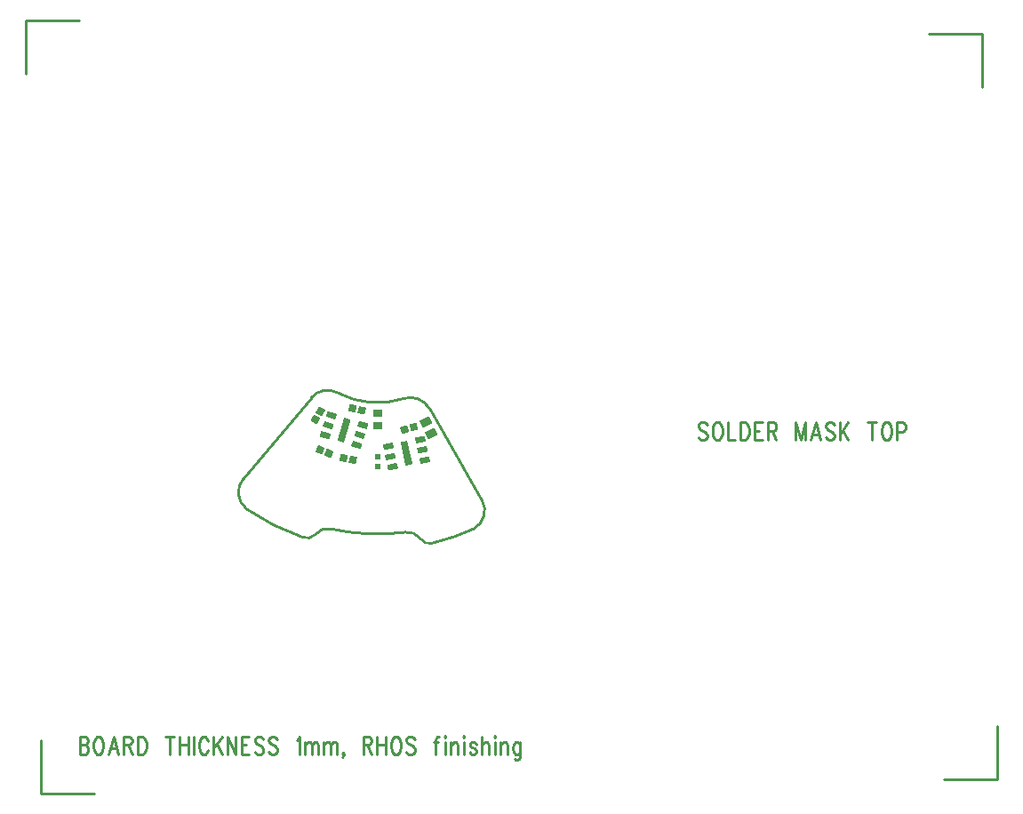
<source format=gbr>
*
*
G04 PADS9.1 Build Number: 392894 generated Gerber (RS-274-X) file*
G04 PC Version=2.1*
*
%IN "4SGI.pcb"*%
*
%MOIN*%
*
%FSLAX35Y35*%
*
*
*
*
G04 PC Standard Apertures*
*
*
G04 Thermal Relief Aperture macro.*
%AMTER*
1,1,$1,0,0*
1,0,$1-$2,0,0*
21,0,$3,$4,0,0,45*
21,0,$3,$4,0,0,135*
%
*
*
G04 Annular Aperture macro.*
%AMANN*
1,1,$1,0,0*
1,0,$2,0,0*
%
*
*
G04 Odd Aperture macro.*
%AMODD*
1,1,$1,0,0*
1,0,$1-0.005,0,0*
%
*
*
G04 PC Custom Aperture Macros*
*
*
*
*
*
*
G04 PC Aperture Table*
*
%ADD010C,0.001*%
%ADD012C,0.01*%
%ADD027C,0.00039*%
%ADD028R,0.02365X0.02365*%
%ADD029R,0.037X0.026*%
*
*
*
*
G04 PC Circuitry*
G04 Layer Name 4SGI.pcb - circuitry*
%LPD*%
*
*
G04 PC Custom Flashes*
G04 Layer Name 4SGI.pcb - flashes*
%LPD*%
*
*
G04 PC Circuitry*
G04 Layer Name 4SGI.pcb - circuitry*
%LPD*%
*
G54D10*
G54D12*
G01X2073354Y1593187D02*
X2072900Y1593812D01*
X2072218Y1594124*
X2071309*
X2070627Y1593812*
X2070173Y1593187*
Y1592562*
X2070400Y1591937*
X2070627Y1591624*
X2071082Y1591312*
X2072445Y1590687*
X2072900Y1590374*
X2073127Y1590062*
X2073354Y1589437*
Y1588499*
X2072900Y1587874*
X2072218Y1587562*
X2071309*
X2070627Y1587874*
X2070173Y1588499*
X2076763Y1594124D02*
X2076309Y1593812D01*
X2075854Y1593187*
X2075627Y1592562*
X2075400Y1591624*
Y1590062*
X2075627Y1589124*
X2075854Y1588499*
X2076309Y1587874*
X2076763Y1587562*
X2077673*
X2078127Y1587874*
X2078582Y1588499*
X2078809Y1589124*
X2079036Y1590062*
Y1591624*
X2078809Y1592562*
X2078582Y1593187*
X2078127Y1593812*
X2077673Y1594124*
X2076763*
X2081082D02*
Y1587562D01*
X2083809*
X2085854Y1594124D02*
Y1587562D01*
Y1594124D02*
X2087445D01*
X2088127Y1593812*
X2088582Y1593187*
X2088809Y1592562*
X2089036Y1591624*
Y1590062*
X2088809Y1589124*
X2088582Y1588499*
X2088127Y1587874*
X2087445Y1587562*
X2085854*
X2091082Y1594124D02*
Y1587562D01*
Y1594124D02*
X2094036D01*
X2091082Y1590999D02*
X2092900D01*
X2091082Y1587562D02*
X2094036D01*
X2096082Y1594124D02*
Y1587562D01*
Y1594124D02*
X2098127D01*
X2098809Y1593812*
X2099036Y1593499*
X2099263Y1592874*
Y1592249*
X2099036Y1591624*
X2098809Y1591312*
X2098127Y1590999*
X2096082*
X2097673D02*
X2099263Y1587562D01*
X2106536Y1594124D02*
Y1587562D01*
Y1594124D02*
X2108354Y1587562D01*
X2110173Y1594124D02*
X2108354Y1587562D01*
X2110173Y1594124D02*
Y1587562D01*
X2114036Y1594124D02*
X2112218Y1587562D01*
X2114036Y1594124D02*
X2115854Y1587562D01*
X2112900Y1589749D02*
X2115173D01*
X2121082Y1593187D02*
X2120627Y1593812D01*
X2119945Y1594124*
X2119036*
X2118354Y1593812*
X2117900Y1593187*
Y1592562*
X2118127Y1591937*
X2118354Y1591624*
X2118809Y1591312*
X2120173Y1590687*
X2120627Y1590374*
X2120854Y1590062*
X2121082Y1589437*
Y1588499*
X2120627Y1587874*
X2119945Y1587562*
X2119036*
X2118354Y1587874*
X2117900Y1588499*
X2123127Y1594124D02*
Y1587562D01*
X2126309Y1594124D02*
X2123127Y1589749D01*
X2124263Y1591312D02*
X2126309Y1587562D01*
X2135173Y1594124D02*
Y1587562D01*
X2133582Y1594124D02*
X2136763D01*
X2140173D02*
X2139718Y1593812D01*
X2139263Y1593187*
X2139036Y1592562*
X2138809Y1591624*
Y1590062*
X2139036Y1589124*
X2139263Y1588499*
X2139718Y1587874*
X2140173Y1587562*
X2141082*
X2141536Y1587874*
X2141991Y1588499*
X2142218Y1589124*
X2142445Y1590062*
Y1591624*
X2142218Y1592562*
X2141991Y1593187*
X2141536Y1593812*
X2141082Y1594124*
X2140173*
X2144491D02*
Y1587562D01*
Y1594124D02*
X2146536D01*
X2147218Y1593812*
X2147445Y1593499*
X2147673Y1592874*
Y1591937*
X2147445Y1591312*
X2147218Y1590999*
X2146536Y1590687*
X2144491*
X1837997Y1476324D02*
Y1469761D01*
Y1476324D02*
X1840042D01*
X1840724Y1476011*
X1840951Y1475699*
X1841179Y1475074*
Y1474449*
X1840951Y1473824*
X1840724Y1473511*
X1840042Y1473199*
X1837997D02*
X1840042D01*
X1840724Y1472886*
X1840951Y1472574*
X1841179Y1471949*
Y1471011*
X1840951Y1470386*
X1840724Y1470074*
X1840042Y1469761*
X1837997*
X1844588Y1476324D02*
X1844133Y1476011D01*
X1843679Y1475386*
X1843451Y1474761*
X1843224Y1473824*
Y1472261*
X1843451Y1471324*
X1843679Y1470699*
X1844133Y1470074*
X1844588Y1469761*
X1845497*
X1845951Y1470074*
X1846406Y1470699*
X1846633Y1471324*
X1846860Y1472261*
Y1473824*
X1846633Y1474761*
X1846406Y1475386*
X1845951Y1476011*
X1845497Y1476324*
X1844588*
X1850724D02*
X1848906Y1469761D01*
X1850724Y1476324D02*
X1852542Y1469761D01*
X1849588Y1471949D02*
X1851860D01*
X1854588Y1476324D02*
Y1469761D01*
Y1476324D02*
X1856633D01*
X1857315Y1476011*
X1857542Y1475699*
X1857769Y1475074*
Y1474449*
X1857542Y1473824*
X1857315Y1473511*
X1856633Y1473199*
X1854588*
X1856179D02*
X1857769Y1469761D01*
X1859815Y1476324D02*
Y1469761D01*
Y1476324D02*
X1861406D01*
X1862088Y1476011*
X1862542Y1475386*
X1862769Y1474761*
X1862997Y1473824*
Y1472261*
X1862769Y1471324*
X1862542Y1470699*
X1862088Y1470074*
X1861406Y1469761*
X1859815*
X1871860Y1476324D02*
Y1469761D01*
X1870269Y1476324D02*
X1873451D01*
X1875497D02*
Y1469761D01*
X1878679Y1476324D02*
Y1469761D01*
X1875497Y1473199D02*
X1878679D01*
X1880724Y1476324D02*
Y1469761D01*
X1886179Y1474761D02*
X1885951Y1475386D01*
X1885497Y1476011*
X1885042Y1476324*
X1884133*
X1883679Y1476011*
X1883224Y1475386*
X1882997Y1474761*
X1882769Y1473824*
Y1472261*
X1882997Y1471324*
X1883224Y1470699*
X1883679Y1470074*
X1884133Y1469761*
X1885042*
X1885497Y1470074*
X1885951Y1470699*
X1886179Y1471324*
X1888224Y1476324D02*
Y1469761D01*
X1891406Y1476324D02*
X1888224Y1471949D01*
X1889360Y1473511D02*
X1891406Y1469761D01*
X1893451Y1476324D02*
Y1469761D01*
Y1476324D02*
X1896633Y1469761D01*
Y1476324D02*
Y1469761D01*
X1898679Y1476324D02*
Y1469761D01*
Y1476324D02*
X1901633D01*
X1898679Y1473199D02*
X1900497D01*
X1898679Y1469761D02*
X1901633D01*
X1906860Y1475386D02*
X1906406Y1476011D01*
X1905724Y1476324*
X1904815*
X1904133Y1476011*
X1903679Y1475386*
Y1474761*
X1903906Y1474136*
X1904133Y1473824*
X1904588Y1473511*
X1905951Y1472886*
X1906406Y1472574*
X1906633Y1472261*
X1906860Y1471636*
Y1470699*
X1906406Y1470074*
X1905724Y1469761*
X1904815*
X1904133Y1470074*
X1903679Y1470699*
X1912088Y1475386D02*
X1911633Y1476011D01*
X1910951Y1476324*
X1910042*
X1909360Y1476011*
X1908906Y1475386*
Y1474761*
X1909133Y1474136*
X1909360Y1473824*
X1909815Y1473511*
X1911179Y1472886*
X1911633Y1472574*
X1911860Y1472261*
X1912088Y1471636*
Y1470699*
X1911633Y1470074*
X1910951Y1469761*
X1910042*
X1909360Y1470074*
X1908906Y1470699*
X1919360Y1475074D02*
X1919815Y1475386D01*
X1920497Y1476324*
Y1469761*
X1922542Y1474136D02*
Y1469761D01*
Y1472886D02*
X1923224Y1473824D01*
X1923679Y1474136*
X1924360*
X1924815Y1473824*
X1925042Y1472886*
Y1469761*
Y1472886D02*
X1925724Y1473824D01*
X1926179Y1474136*
X1926860*
X1927315Y1473824*
X1927542Y1472886*
Y1469761*
X1929588Y1474136D02*
Y1469761D01*
Y1472886D02*
X1930269Y1473824D01*
X1930724Y1474136*
X1931406*
X1931860Y1473824*
X1932088Y1472886*
Y1469761*
Y1472886D02*
X1932769Y1473824D01*
X1933224Y1474136*
X1933906*
X1934360Y1473824*
X1934588Y1472886*
Y1469761*
X1937088Y1470074D02*
X1936860Y1469761D01*
X1936633Y1470074*
X1936860Y1470386*
X1937088Y1470074*
Y1469449*
X1936860Y1468824*
X1936633Y1468511*
X1944360Y1476324D02*
Y1469761D01*
Y1476324D02*
X1946406D01*
X1947088Y1476011*
X1947315Y1475699*
X1947542Y1475074*
Y1474449*
X1947315Y1473824*
X1947088Y1473511*
X1946406Y1473199*
X1944360*
X1945951D02*
X1947542Y1469761D01*
X1949588Y1476324D02*
Y1469761D01*
X1952769Y1476324D02*
Y1469761D01*
X1949588Y1473199D02*
X1952769D01*
X1956179Y1476324D02*
X1955724Y1476011D01*
X1955269Y1475386*
X1955042Y1474761*
X1954815Y1473824*
Y1472261*
X1955042Y1471324*
X1955269Y1470699*
X1955724Y1470074*
X1956179Y1469761*
X1957088*
X1957542Y1470074*
X1957997Y1470699*
X1958224Y1471324*
X1958451Y1472261*
Y1473824*
X1958224Y1474761*
X1957997Y1475386*
X1957542Y1476011*
X1957088Y1476324*
X1956179*
X1963679Y1475386D02*
X1963224Y1476011D01*
X1962542Y1476324*
X1961633*
X1960951Y1476011*
X1960497Y1475386*
Y1474761*
X1960724Y1474136*
X1960951Y1473824*
X1961406Y1473511*
X1962769Y1472886*
X1963224Y1472574*
X1963451Y1472261*
X1963679Y1471636*
Y1470699*
X1963224Y1470074*
X1962542Y1469761*
X1961633*
X1960951Y1470074*
X1960497Y1470699*
X1972769Y1476324D02*
X1972315D01*
X1971860Y1476011*
X1971633Y1475074*
Y1469761*
X1970951Y1474136D02*
X1972542D01*
X1974815Y1476324D02*
X1975042Y1476011D01*
X1975269Y1476324*
X1975042Y1476636*
X1974815Y1476324*
X1975042Y1474136D02*
Y1469761D01*
X1977315Y1474136D02*
Y1469761D01*
Y1472886D02*
X1977997Y1473824D01*
X1978451Y1474136*
X1979133*
X1979588Y1473824*
X1979815Y1472886*
Y1469761*
X1981860Y1476324D02*
X1982088Y1476011D01*
X1982315Y1476324*
X1982088Y1476636*
X1981860Y1476324*
X1982088Y1474136D02*
Y1469761D01*
X1986860Y1473199D02*
X1986633Y1473824D01*
X1985951Y1474136*
X1985269*
X1984588Y1473824*
X1984360Y1473199*
X1984588Y1472574*
X1985042Y1472261*
X1986179Y1471949*
X1986633Y1471636*
X1986860Y1471011*
Y1470699*
X1986633Y1470074*
X1985951Y1469761*
X1985269*
X1984588Y1470074*
X1984360Y1470699*
X1988906Y1476324D02*
Y1469761D01*
Y1472886D02*
X1989588Y1473824D01*
X1990042Y1474136*
X1990724*
X1991179Y1473824*
X1991406Y1472886*
Y1469761*
X1993451Y1476324D02*
X1993679Y1476011D01*
X1993906Y1476324*
X1993679Y1476636*
X1993451Y1476324*
X1993679Y1474136D02*
Y1469761D01*
X1995951Y1474136D02*
Y1469761D01*
Y1472886D02*
X1996633Y1473824D01*
X1997088Y1474136*
X1997769*
X1998224Y1473824*
X1998451Y1472886*
Y1469761*
X2003224Y1474136D02*
Y1469136D01*
X2002997Y1468199*
X2002769Y1467886*
X2002315Y1467574*
X2001633*
X2001179Y1467886*
X2003224Y1473199D02*
X2002769Y1473824D01*
X2002315Y1474136*
X2001633*
X2001179Y1473824*
X2000724Y1473199*
X2000497Y1472261*
Y1471636*
X2000724Y1470699*
X2001179Y1470074*
X2001633Y1469761*
X2002315*
X2002769Y1470074*
X2003224Y1470699*
X1900788Y1561558D02*
G75*
G03X1921809Y1551031I48934J71466D01*
G01X1921827Y1551025D02*
G03X1926389Y1552091I1471J3999D01*
G01X1932249Y1554225D02*
G03X1926391Y1552092I-1336J-5442D01*
G01X1932289Y1554216D02*
G03X1960292Y1552993I17468J78795D01*
G01X1965815Y1550567D02*
G03X1960269Y1552990I-4781J-3386D01*
G01X1965819Y1550561D02*
G03X1970341Y1548880I3345J2074D01*
G01X1970380Y1548889D02*
G03X1985922Y1554286I-20514J84150D01*
G01X1985913Y1554281D02*
G03X1988944Y1564993I-3840J6872D01*
G01X1988940Y1564999D02*
X1969016Y1599606D01*
X1969018Y1599603D02*
G03X1959686Y1603148I-6910J-4135D01*
G01X1934880Y1605240D02*
G03X1959709Y1603156I14835J27784D01*
G01X1934845Y1605259D02*
G03X1924876Y1603376I-3866J-6861D01*
G01X1924879Y1603379D02*
X1899587Y1573281D01*
X1899585Y1573278D02*
G03X1900763Y1561574I5923J-5315D01*
G01X1837791Y1744944D02*
X1817791D01*
Y1724944*
X1823603Y1475056D02*
Y1455056D01*
X1843603*
X2162209Y1460312D02*
X2182209D01*
Y1480312*
X2176373Y1719944D02*
Y1739944D01*
X2156373*
G54D27*
X1962359Y1591177D02*
X1964594Y1591818D01*
X1963953Y1594054*
X1961717Y1593413*
X1962359Y1591177*
X1962359*
X1962347Y1591217D02*
X1962496D01*
X1962336Y1591256D02*
X1962633D01*
X1962325Y1591295D02*
X1962770D01*
X1962313Y1591335D02*
X1962908D01*
X1962302Y1591374D02*
X1963045D01*
X1962291Y1591414D02*
X1963182D01*
X1962280Y1591453D02*
X1963320D01*
X1962268Y1591492D02*
X1963457D01*
X1962257Y1591532D02*
X1963594D01*
X1962246Y1591571D02*
X1963732D01*
X1962234Y1591610D02*
X1963869D01*
X1962223Y1591650D02*
X1964006D01*
X1962212Y1591689D02*
X1964144D01*
X1962201Y1591728D02*
X1964281D01*
X1962189Y1591768D02*
X1964418D01*
X1962178Y1591807D02*
X1964555D01*
X1962167Y1591847D02*
X1964586D01*
X1962155Y1591886D02*
X1964575D01*
X1962144Y1591925D02*
X1964564D01*
X1962133Y1591965D02*
X1964553D01*
X1962122Y1592004D02*
X1964541D01*
X1962110Y1592043D02*
X1964530D01*
X1962099Y1592083D02*
X1964519D01*
X1962088Y1592122D02*
X1964507D01*
X1962076Y1592162D02*
X1964496D01*
X1962065Y1592201D02*
X1964485D01*
X1962054Y1592240D02*
X1964474D01*
X1962043Y1592280D02*
X1964462D01*
X1962031Y1592319D02*
X1964451D01*
X1962020Y1592358D02*
X1964440D01*
X1962009Y1592398D02*
X1964428D01*
X1961997Y1592437D02*
X1964417D01*
X1961986Y1592477D02*
X1964406D01*
X1961975Y1592516D02*
X1964394D01*
X1961963Y1592555D02*
X1964383D01*
X1961952Y1592595D02*
X1964372D01*
X1961941Y1592634D02*
X1964361D01*
X1961930Y1592673D02*
X1964349D01*
X1961918Y1592713D02*
X1964338D01*
X1961907Y1592752D02*
X1964327D01*
X1961896Y1592791D02*
X1964315D01*
X1961884Y1592831D02*
X1964304D01*
X1961873Y1592870D02*
X1964293D01*
X1961862Y1592910D02*
X1964282D01*
X1961851Y1592949D02*
X1964270D01*
X1961839Y1592988D02*
X1964259D01*
X1961828Y1593028D02*
X1964248D01*
X1961817Y1593067D02*
X1964236D01*
X1961805Y1593106D02*
X1964225D01*
X1961794Y1593146D02*
X1964214D01*
X1961783Y1593185D02*
X1964203D01*
X1961772Y1593225D02*
X1964191D01*
X1961760Y1593264D02*
X1964180D01*
X1961749Y1593303D02*
X1964169D01*
X1961738Y1593343D02*
X1964157D01*
X1961726Y1593382D02*
X1964146D01*
X1961746Y1593421D02*
X1964135D01*
X1961883Y1593461D02*
X1964124D01*
X1962021Y1593500D02*
X1964112D01*
X1962158Y1593539D02*
X1964101D01*
X1962295Y1593579D02*
X1964090D01*
X1962433Y1593618D02*
X1964078D01*
X1962570Y1593658D02*
X1964067D01*
X1962707Y1593697D02*
X1964056D01*
X1962845Y1593736D02*
X1964045D01*
X1962982Y1593776D02*
X1964033D01*
X1963119Y1593815D02*
X1964022D01*
X1963256Y1593854D02*
X1964011D01*
X1963394Y1593894D02*
X1963999D01*
X1963531Y1593933D02*
X1963988D01*
X1963668Y1593973D02*
X1963977D01*
X1963806Y1594012D02*
X1963965D01*
X1963943Y1594051D02*
X1963954D01*
X1961741Y1593332D02*
Y1593420D01*
X1961780Y1593194D02*
Y1593431D01*
X1961820Y1593057D02*
Y1593442D01*
X1961859Y1592920D02*
Y1593454D01*
X1961898Y1592783D02*
Y1593465D01*
X1961938Y1592645D02*
Y1593476D01*
X1961977Y1592508D02*
Y1593488D01*
X1962016Y1592371D02*
Y1593499D01*
X1962056Y1592233D02*
Y1593510D01*
X1962095Y1592096D02*
Y1593521D01*
X1962135Y1591959D02*
Y1593533D01*
X1962174Y1591821D02*
Y1593544D01*
X1962213Y1591684D02*
Y1593555D01*
X1962253Y1591547D02*
Y1593567D01*
X1962292Y1591410D02*
Y1593578D01*
X1962331Y1591272D02*
Y1593589D01*
X1962371Y1591181D02*
Y1593600D01*
X1962410Y1591192D02*
Y1593612D01*
X1962449Y1591203D02*
Y1593623D01*
X1962489Y1591215D02*
Y1593634D01*
X1962528Y1591226D02*
Y1593646D01*
X1962568Y1591237D02*
Y1593657D01*
X1962607Y1591249D02*
Y1593668D01*
X1962646Y1591260D02*
Y1593680D01*
X1962686Y1591271D02*
Y1593691D01*
X1962725Y1591282D02*
Y1593702D01*
X1962764Y1591294D02*
Y1593713D01*
X1962804Y1591305D02*
Y1593725D01*
X1962843Y1591316D02*
Y1593736D01*
X1962883Y1591328D02*
Y1593747D01*
X1962922Y1591339D02*
Y1593759D01*
X1962961Y1591350D02*
Y1593770D01*
X1963001Y1591361D02*
Y1593781D01*
X1963040Y1591373D02*
Y1593792D01*
X1963079Y1591384D02*
Y1593804D01*
X1963119Y1591395D02*
Y1593815D01*
X1963158Y1591407D02*
Y1593826D01*
X1963198Y1591418D02*
Y1593838D01*
X1963237Y1591429D02*
Y1593849D01*
X1963276Y1591440D02*
Y1593860D01*
X1963316Y1591452D02*
Y1593871D01*
X1963355Y1591463D02*
Y1593883D01*
X1963394Y1591474D02*
Y1593894D01*
X1963434Y1591486D02*
Y1593905D01*
X1963473Y1591497D02*
Y1593917D01*
X1963512Y1591508D02*
Y1593928D01*
X1963552Y1591519D02*
Y1593939D01*
X1963591Y1591531D02*
Y1593950D01*
X1963631Y1591542D02*
Y1593962D01*
X1963670Y1591553D02*
Y1593973D01*
X1963709Y1591565D02*
Y1593984D01*
X1963749Y1591576D02*
Y1593996D01*
X1963788Y1591587D02*
Y1594007D01*
X1963827Y1591598D02*
Y1594018D01*
X1963867Y1591610D02*
Y1594029D01*
X1963906Y1591621D02*
Y1594041D01*
X1963946Y1591632D02*
Y1594052D01*
X1963985Y1591644D02*
Y1593944D01*
X1964024Y1591655D02*
Y1593807D01*
X1964064Y1591666D02*
Y1593670D01*
X1964103Y1591677D02*
Y1593532D01*
X1964142Y1591689D02*
Y1593395D01*
X1964182Y1591700D02*
Y1593258D01*
X1964221Y1591711D02*
Y1593120D01*
X1964260Y1591723D02*
Y1592983D01*
X1964300Y1591734D02*
Y1592846D01*
X1964339Y1591745D02*
Y1592709D01*
X1964379Y1591757D02*
Y1592571D01*
X1964418Y1591768D02*
Y1592434D01*
X1964457Y1591779D02*
Y1592297D01*
X1964497Y1591790D02*
Y1592159D01*
X1964536Y1591802D02*
Y1592022D01*
X1964575Y1591813D02*
Y1591885D01*
X1958953Y1590201D02*
X1961188Y1590842D01*
X1960547Y1593078*
X1958311Y1592436*
X1958311D02*
X1958953Y1590201D01*
X1958953*
X1958941Y1590240D02*
X1959090D01*
X1958930Y1590279D02*
X1959227D01*
X1958919Y1590319D02*
X1959364D01*
X1958907Y1590358D02*
X1959502D01*
X1958896Y1590397D02*
X1959639D01*
X1958885Y1590437D02*
X1959776D01*
X1958874Y1590476D02*
X1959914D01*
X1958862Y1590516D02*
X1960051D01*
X1958851Y1590555D02*
X1960188D01*
X1958840Y1590594D02*
X1960326D01*
X1958828Y1590634D02*
X1960463D01*
X1958817Y1590673D02*
X1960600D01*
X1958806Y1590712D02*
X1960737D01*
X1958795Y1590752D02*
X1960875D01*
X1958783Y1590791D02*
X1961012D01*
X1958772Y1590831D02*
X1961149D01*
X1958761Y1590870D02*
X1961180D01*
X1958749Y1590909D02*
X1961169D01*
X1958738Y1590949D02*
X1961158D01*
X1958727Y1590988D02*
X1961146D01*
X1958715Y1591027D02*
X1961135D01*
X1958704Y1591067D02*
X1961124D01*
X1958693Y1591106D02*
X1961113D01*
X1958682Y1591146D02*
X1961101D01*
X1958670Y1591185D02*
X1961090D01*
X1958659Y1591224D02*
X1961079D01*
X1958648Y1591264D02*
X1961067D01*
X1958636Y1591303D02*
X1961056D01*
X1958625Y1591342D02*
X1961045D01*
X1958614Y1591382D02*
X1961034D01*
X1958603Y1591421D02*
X1961022D01*
X1958591Y1591460D02*
X1961011D01*
X1958580Y1591500D02*
X1961000D01*
X1958569Y1591539D02*
X1960988D01*
X1958557Y1591579D02*
X1960977D01*
X1958546Y1591618D02*
X1960966D01*
X1958535Y1591657D02*
X1960955D01*
X1958524Y1591697D02*
X1960943D01*
X1958512Y1591736D02*
X1960932D01*
X1958501Y1591775D02*
X1960921D01*
X1958490Y1591815D02*
X1960909D01*
X1958478Y1591854D02*
X1960898D01*
X1958467Y1591894D02*
X1960887D01*
X1958456Y1591933D02*
X1960876D01*
X1958445Y1591972D02*
X1960864D01*
X1958433Y1592012D02*
X1960853D01*
X1958422Y1592051D02*
X1960842D01*
X1958411Y1592090D02*
X1960830D01*
X1958399Y1592130D02*
X1960819D01*
X1958388Y1592169D02*
X1960808D01*
X1958377Y1592208D02*
X1960797D01*
X1958366Y1592248D02*
X1960785D01*
X1958354Y1592287D02*
X1960774D01*
X1958343Y1592327D02*
X1960763D01*
X1958332Y1592366D02*
X1960751D01*
X1958320Y1592405D02*
X1960740D01*
X1958340Y1592445D02*
X1960729D01*
X1958477Y1592484D02*
X1960717D01*
X1958615Y1592523D02*
X1960706D01*
X1958752Y1592563D02*
X1960695D01*
X1958889Y1592602D02*
X1960684D01*
X1959027Y1592642D02*
X1960672D01*
X1959164Y1592681D02*
X1960661D01*
X1959301Y1592720D02*
X1960650D01*
X1959438Y1592760D02*
X1960638D01*
X1959576Y1592799D02*
X1960627D01*
X1959713Y1592838D02*
X1960616D01*
X1959850Y1592878D02*
X1960605D01*
X1959988Y1592917D02*
X1960593D01*
X1960125Y1592957D02*
X1960582D01*
X1960262Y1592996D02*
X1960571D01*
X1960400Y1593035D02*
X1960559D01*
X1960537Y1593075D02*
X1960548D01*
X1958316Y1592422D02*
Y1592438D01*
X1958355Y1592285D02*
Y1592449D01*
X1958394Y1592147D02*
Y1592460D01*
X1958434Y1592010D02*
Y1592472D01*
X1958473Y1591873D02*
Y1592483D01*
X1958512Y1591735D02*
Y1592494D01*
X1958552Y1591598D02*
Y1592505D01*
X1958591Y1591461D02*
Y1592517D01*
X1958631Y1591323D02*
Y1592528D01*
X1958670Y1591186D02*
Y1592539D01*
X1958709Y1591049D02*
Y1592551D01*
X1958749Y1590912D02*
Y1592562D01*
X1958788Y1590774D02*
Y1592573D01*
X1958827Y1590637D02*
Y1592584D01*
X1958867Y1590500D02*
Y1592596D01*
X1958906Y1590362D02*
Y1592607D01*
X1958946Y1590225D02*
Y1592618D01*
X1958985Y1590210D02*
Y1592630D01*
X1959024Y1590221D02*
Y1592641D01*
X1959064Y1590232D02*
Y1592652D01*
X1959103Y1590244D02*
Y1592663D01*
X1959142Y1590255D02*
Y1592675D01*
X1959182Y1590266D02*
Y1592686D01*
X1959221Y1590278D02*
Y1592697D01*
X1959260Y1590289D02*
Y1592709D01*
X1959300Y1590300D02*
Y1592720D01*
X1959339Y1590312D02*
Y1592731D01*
X1959379Y1590323D02*
Y1592743D01*
X1959418Y1590334D02*
Y1592754D01*
X1959457Y1590345D02*
Y1592765D01*
X1959497Y1590357D02*
Y1592776D01*
X1959536Y1590368D02*
Y1592788D01*
X1959575Y1590379D02*
Y1592799D01*
X1959615Y1590391D02*
Y1592810D01*
X1959654Y1590402D02*
Y1592822D01*
X1959694Y1590413D02*
Y1592833D01*
X1959733Y1590424D02*
Y1592844D01*
X1959772Y1590436D02*
Y1592855D01*
X1959812Y1590447D02*
Y1592867D01*
X1959851Y1590458D02*
Y1592878D01*
X1959890Y1590470D02*
Y1592889D01*
X1959930Y1590481D02*
Y1592901D01*
X1959969Y1590492D02*
Y1592912D01*
X1960009Y1590503D02*
Y1592923D01*
X1960048Y1590515D02*
Y1592934D01*
X1960087Y1590526D02*
Y1592946D01*
X1960127Y1590537D02*
Y1592957D01*
X1960166Y1590549D02*
Y1592968D01*
X1960205Y1590560D02*
Y1592980D01*
X1960245Y1590571D02*
Y1592991D01*
X1960284Y1590582D02*
Y1593002D01*
X1960323Y1590594D02*
Y1593013D01*
X1960363Y1590605D02*
Y1593025D01*
X1960402Y1590616D02*
Y1593036D01*
X1960442Y1590628D02*
Y1593047D01*
X1960481Y1590639D02*
Y1593059D01*
X1960520Y1590650D02*
Y1593070D01*
X1960560Y1590661D02*
Y1593034D01*
X1960599Y1590673D02*
Y1592897D01*
X1960638Y1590684D02*
Y1592760D01*
X1960678Y1590695D02*
Y1592622D01*
X1960717Y1590707D02*
Y1592485D01*
X1960757Y1590718D02*
Y1592348D01*
X1960796Y1590729D02*
Y1592211D01*
X1960835Y1590740D02*
Y1592073D01*
X1960875Y1590752D02*
Y1591936D01*
X1960914Y1590763D02*
Y1591799D01*
X1960953Y1590774D02*
Y1591661D01*
X1960993Y1590786D02*
Y1591524D01*
X1961032Y1590797D02*
Y1591387D01*
X1961072Y1590808D02*
Y1591249D01*
X1961111Y1590820D02*
Y1591112D01*
X1961150Y1590831D02*
Y1590975D01*
X1925892Y1597041D02*
X1924660Y1595069D01*
X1926632Y1593836*
X1927865Y1595809*
X1925892Y1597041*
X1926632Y1593836D02*
X1926632D01*
X1926569Y1593876D02*
X1926657D01*
X1926506Y1593915D02*
X1926681D01*
X1926443Y1593954D02*
X1926706D01*
X1926380Y1593994D02*
X1926730D01*
X1926317Y1594033D02*
X1926755D01*
X1926254Y1594072D02*
X1926780D01*
X1926191Y1594112D02*
X1926804D01*
X1926128Y1594151D02*
X1926829D01*
X1926065Y1594191D02*
X1926853D01*
X1926002Y1594230D02*
X1926878D01*
X1925939Y1594269D02*
X1926903D01*
X1925876Y1594309D02*
X1926927D01*
X1925813Y1594348D02*
X1926952D01*
X1925750Y1594387D02*
X1926977D01*
X1925687Y1594427D02*
X1927001D01*
X1925624Y1594466D02*
X1927026D01*
X1925561Y1594506D02*
X1927050D01*
X1925498Y1594545D02*
X1927075D01*
X1925435Y1594584D02*
X1927100D01*
X1925372Y1594624D02*
X1927124D01*
X1925309Y1594663D02*
X1927149D01*
X1925246Y1594702D02*
X1927173D01*
X1925183Y1594742D02*
X1927198D01*
X1925120Y1594781D02*
X1927223D01*
X1925057Y1594821D02*
X1927247D01*
X1924994Y1594860D02*
X1927272D01*
X1924931Y1594899D02*
X1927296D01*
X1924868Y1594939D02*
X1927321D01*
X1924805Y1594978D02*
X1927346D01*
X1924742Y1595017D02*
X1927370D01*
X1924679Y1595057D02*
X1927395D01*
X1924677Y1595096D02*
X1927419D01*
X1924701Y1595135D02*
X1927444D01*
X1924726Y1595175D02*
X1927469D01*
X1924750Y1595214D02*
X1927493D01*
X1924775Y1595254D02*
X1927518D01*
X1924800Y1595293D02*
X1927542D01*
X1924824Y1595332D02*
X1927567D01*
X1924849Y1595372D02*
X1927592D01*
X1924873Y1595411D02*
X1927616D01*
X1924898Y1595450D02*
X1927641D01*
X1924923Y1595490D02*
X1927665D01*
X1924947Y1595529D02*
X1927690D01*
X1924972Y1595569D02*
X1927715D01*
X1924996Y1595608D02*
X1927739D01*
X1925021Y1595647D02*
X1927764D01*
X1925046Y1595687D02*
X1927788D01*
X1925070Y1595726D02*
X1927813D01*
X1925095Y1595765D02*
X1927838D01*
X1925119Y1595805D02*
X1927862D01*
X1925144Y1595844D02*
X1927808D01*
X1925169Y1595883D02*
X1927745D01*
X1925193Y1595923D02*
X1927682D01*
X1925218Y1595962D02*
X1927619D01*
X1925242Y1596002D02*
X1927556D01*
X1925267Y1596041D02*
X1927493D01*
X1925292Y1596080D02*
X1927430D01*
X1925316Y1596120D02*
X1927367D01*
X1925341Y1596159D02*
X1927304D01*
X1925365Y1596198D02*
X1927241D01*
X1925390Y1596238D02*
X1927178D01*
X1925415Y1596277D02*
X1927115D01*
X1925439Y1596317D02*
X1927052D01*
X1925464Y1596356D02*
X1926989D01*
X1925488Y1596395D02*
X1926926D01*
X1925513Y1596435D02*
X1926863D01*
X1925538Y1596474D02*
X1926800D01*
X1925562Y1596513D02*
X1926737D01*
X1925587Y1596553D02*
X1926674D01*
X1925611Y1596592D02*
X1926611D01*
X1925636Y1596632D02*
X1926548D01*
X1925661Y1596671D02*
X1926485D01*
X1925685Y1596710D02*
X1926422D01*
X1925710Y1596750D02*
X1926359D01*
X1925734Y1596789D02*
X1926296D01*
X1925759Y1596828D02*
X1926233D01*
X1925784Y1596868D02*
X1926170D01*
X1925808Y1596907D02*
X1926107D01*
X1925833Y1596946D02*
X1926044D01*
X1925857Y1596986D02*
X1925981D01*
X1925882Y1597025D02*
X1925918D01*
X1924660Y1595069D02*
X1924660D01*
X1924699Y1595044D02*
Y1595132D01*
X1924738Y1595020D02*
Y1595195D01*
X1924778Y1594995D02*
Y1595258D01*
X1924817Y1594970D02*
Y1595321D01*
X1924856Y1594946D02*
Y1595384D01*
X1924896Y1594921D02*
Y1595447D01*
X1924935Y1594897D02*
Y1595510D01*
X1924975Y1594872D02*
Y1595573D01*
X1925014Y1594847D02*
Y1595636D01*
X1925053Y1594823D02*
Y1595699D01*
X1925093Y1594798D02*
Y1595762D01*
X1925132Y1594774D02*
Y1595825D01*
X1925171Y1594749D02*
Y1595888D01*
X1925211Y1594724D02*
Y1595951D01*
X1925250Y1594700D02*
Y1596014D01*
X1925289Y1594675D02*
Y1596077D01*
X1925329Y1594651D02*
Y1596140D01*
X1925368Y1594626D02*
Y1596203D01*
X1925408Y1594601D02*
Y1596266D01*
X1925447Y1594577D02*
Y1596329D01*
X1925486Y1594552D02*
Y1596392D01*
X1925526Y1594528D02*
Y1596455D01*
X1925565Y1594503D02*
Y1596518D01*
X1925604Y1594478D02*
Y1596581D01*
X1925644Y1594454D02*
Y1596644D01*
X1925683Y1594429D02*
Y1596707D01*
X1925723Y1594405D02*
Y1596770D01*
X1925762Y1594380D02*
Y1596833D01*
X1925801Y1594355D02*
Y1596896D01*
X1925841Y1594331D02*
Y1596959D01*
X1925880Y1594306D02*
Y1597022D01*
X1925919Y1594282D02*
Y1597024D01*
X1925959Y1594257D02*
Y1597000D01*
X1925998Y1594232D02*
Y1596975D01*
X1926037Y1594208D02*
Y1596951D01*
X1926077Y1594183D02*
Y1596926D01*
X1926116Y1594159D02*
Y1596901D01*
X1926156Y1594134D02*
Y1596877D01*
X1926195Y1594109D02*
Y1596852D01*
X1926234Y1594085D02*
Y1596828D01*
X1926274Y1594060D02*
Y1596803D01*
X1926313Y1594036D02*
Y1596778D01*
X1926352Y1594011D02*
Y1596754D01*
X1926392Y1593986D02*
Y1596729D01*
X1926431Y1593962D02*
Y1596705D01*
X1926471Y1593937D02*
Y1596680D01*
X1926510Y1593913D02*
Y1596655D01*
X1926549Y1593888D02*
Y1596631D01*
X1926589Y1593863D02*
Y1596606D01*
X1926628Y1593839D02*
Y1596582D01*
X1926667Y1593893D02*
Y1596557D01*
X1926707Y1593956D02*
Y1596532D01*
X1926746Y1594019D02*
Y1596508D01*
X1926786Y1594082D02*
Y1596483D01*
X1926825Y1594145D02*
Y1596459D01*
X1926864Y1594208D02*
Y1596434D01*
X1926904Y1594271D02*
Y1596409D01*
X1926943Y1594334D02*
Y1596385D01*
X1926982Y1594397D02*
Y1596360D01*
X1927022Y1594460D02*
Y1596336D01*
X1927061Y1594523D02*
Y1596311D01*
X1927100Y1594586D02*
Y1596286D01*
X1927140Y1594649D02*
Y1596262D01*
X1927179Y1594712D02*
Y1596237D01*
X1927219Y1594775D02*
Y1596213D01*
X1927258Y1594838D02*
Y1596188D01*
X1927297Y1594901D02*
Y1596163D01*
X1927337Y1594964D02*
Y1596139D01*
X1927376Y1595027D02*
Y1596114D01*
X1927415Y1595090D02*
Y1596090D01*
X1927455Y1595153D02*
Y1596065D01*
X1927494Y1595216D02*
Y1596040D01*
X1927534Y1595279D02*
Y1596016D01*
X1927573Y1595342D02*
Y1595991D01*
X1927612Y1595405D02*
Y1595966D01*
X1927652Y1595468D02*
Y1595942D01*
X1927691Y1595531D02*
Y1595917D01*
X1927730Y1595594D02*
Y1595893D01*
X1927770Y1595657D02*
Y1595868D01*
X1927809Y1595720D02*
Y1595843D01*
X1927849Y1595783D02*
Y1595819D01*
X1927770Y1600046D02*
X1926537Y1598074D01*
X1928510Y1596841*
X1929742Y1598814*
X1927770Y1600046*
X1928510Y1596841D02*
X1928510D01*
X1928447Y1596881D02*
X1928534D01*
X1928384Y1596920D02*
X1928559D01*
X1928321Y1596959D02*
X1928584D01*
X1928258Y1596999D02*
X1928608D01*
X1928195Y1597038D02*
X1928633D01*
X1928132Y1597077D02*
X1928657D01*
X1928069Y1597117D02*
X1928682D01*
X1928006Y1597156D02*
X1928707D01*
X1927943Y1597195D02*
X1928731D01*
X1927880Y1597235D02*
X1928756D01*
X1927817Y1597274D02*
X1928780D01*
X1927754Y1597314D02*
X1928805D01*
X1927691Y1597353D02*
X1928830D01*
X1927628Y1597392D02*
X1928854D01*
X1927565Y1597432D02*
X1928879D01*
X1927502Y1597471D02*
X1928903D01*
X1927439Y1597510D02*
X1928928D01*
X1927376Y1597550D02*
X1928953D01*
X1927313Y1597589D02*
X1928977D01*
X1927250Y1597629D02*
X1929002D01*
X1927187Y1597668D02*
X1929026D01*
X1927124Y1597707D02*
X1929051D01*
X1927061Y1597747D02*
X1929076D01*
X1926998Y1597786D02*
X1929100D01*
X1926935Y1597825D02*
X1929125D01*
X1926872Y1597865D02*
X1929149D01*
X1926809Y1597904D02*
X1929174D01*
X1926746Y1597944D02*
X1929199D01*
X1926683Y1597983D02*
X1929223D01*
X1926620Y1598022D02*
X1929248D01*
X1926557Y1598062D02*
X1929272D01*
X1926554Y1598101D02*
X1929297D01*
X1926579Y1598140D02*
X1929322D01*
X1926603Y1598180D02*
X1929346D01*
X1926628Y1598219D02*
X1929371D01*
X1926653Y1598258D02*
X1929395D01*
X1926677Y1598298D02*
X1929420D01*
X1926702Y1598337D02*
X1929445D01*
X1926726Y1598377D02*
X1929469D01*
X1926751Y1598416D02*
X1929494D01*
X1926776Y1598455D02*
X1929518D01*
X1926800Y1598495D02*
X1929543D01*
X1926825Y1598534D02*
X1929568D01*
X1926849Y1598573D02*
X1929592D01*
X1926874Y1598613D02*
X1929617D01*
X1926899Y1598652D02*
X1929641D01*
X1926923Y1598692D02*
X1929666D01*
X1926948Y1598731D02*
X1929691D01*
X1926972Y1598770D02*
X1929715D01*
X1926997Y1598810D02*
X1929740D01*
X1927022Y1598849D02*
X1929686D01*
X1927046Y1598888D02*
X1929623D01*
X1927071Y1598928D02*
X1929560D01*
X1927095Y1598967D02*
X1929497D01*
X1927120Y1599006D02*
X1929434D01*
X1927145Y1599046D02*
X1929371D01*
X1927169Y1599085D02*
X1929308D01*
X1927194Y1599125D02*
X1929245D01*
X1927218Y1599164D02*
X1929182D01*
X1927243Y1599203D02*
X1929119D01*
X1927268Y1599243D02*
X1929056D01*
X1927292Y1599282D02*
X1928993D01*
X1927317Y1599321D02*
X1928930D01*
X1927341Y1599361D02*
X1928867D01*
X1927366Y1599400D02*
X1928804D01*
X1927391Y1599440D02*
X1928741D01*
X1927415Y1599479D02*
X1928678D01*
X1927440Y1599518D02*
X1928615D01*
X1927464Y1599558D02*
X1928552D01*
X1927489Y1599597D02*
X1928489D01*
X1927514Y1599636D02*
X1928426D01*
X1927538Y1599676D02*
X1928363D01*
X1927563Y1599715D02*
X1928300D01*
X1927587Y1599755D02*
X1928237D01*
X1927612Y1599794D02*
X1928174D01*
X1927637Y1599833D02*
X1928111D01*
X1927661Y1599873D02*
X1928048D01*
X1927686Y1599912D02*
X1927985D01*
X1927710Y1599951D02*
X1927922D01*
X1927735Y1599991D02*
X1927859D01*
X1927760Y1600030D02*
X1927796D01*
X1926537Y1598074D02*
X1926537D01*
X1926577Y1598049D02*
Y1598137D01*
X1926616Y1598025D02*
Y1598200D01*
X1926655Y1598000D02*
Y1598263D01*
X1926695Y1597975D02*
Y1598326D01*
X1926734Y1597951D02*
Y1598389D01*
X1926773Y1597926D02*
Y1598452D01*
X1926813Y1597902D02*
Y1598515D01*
X1926852Y1597877D02*
Y1598578D01*
X1926892Y1597852D02*
Y1598641D01*
X1926931Y1597828D02*
Y1598704D01*
X1926970Y1597803D02*
Y1598767D01*
X1927010Y1597779D02*
Y1598830D01*
X1927049Y1597754D02*
Y1598893D01*
X1927088Y1597729D02*
Y1598956D01*
X1927128Y1597705D02*
Y1599019D01*
X1927167Y1597680D02*
Y1599082D01*
X1927206Y1597656D02*
Y1599145D01*
X1927246Y1597631D02*
Y1599208D01*
X1927285Y1597606D02*
Y1599271D01*
X1927325Y1597582D02*
Y1599334D01*
X1927364Y1597557D02*
Y1599397D01*
X1927403Y1597533D02*
Y1599460D01*
X1927443Y1597508D02*
Y1599523D01*
X1927482Y1597483D02*
Y1599586D01*
X1927521Y1597459D02*
Y1599649D01*
X1927561Y1597434D02*
Y1599712D01*
X1927600Y1597409D02*
Y1599775D01*
X1927640Y1597385D02*
Y1599838D01*
X1927679Y1597360D02*
Y1599901D01*
X1927718Y1597336D02*
Y1599964D01*
X1927758Y1597311D02*
Y1600027D01*
X1927797Y1597286D02*
Y1600029D01*
X1927836Y1597262D02*
Y1600005D01*
X1927876Y1597237D02*
Y1599980D01*
X1927915Y1597213D02*
Y1599955D01*
X1927955Y1597188D02*
Y1599931D01*
X1927994Y1597163D02*
Y1599906D01*
X1928033Y1597139D02*
Y1599882D01*
X1928073Y1597114D02*
Y1599857D01*
X1928112Y1597090D02*
Y1599832D01*
X1928151Y1597065D02*
Y1599808D01*
X1928191Y1597040D02*
Y1599783D01*
X1928230Y1597016D02*
Y1599759D01*
X1928269Y1596991D02*
Y1599734D01*
X1928309Y1596967D02*
Y1599709D01*
X1928348Y1596942D02*
Y1599685D01*
X1928388Y1596917D02*
Y1599660D01*
X1928427Y1596893D02*
Y1599636D01*
X1928466Y1596868D02*
Y1599611D01*
X1928506Y1596844D02*
Y1599586D01*
X1928545Y1596898D02*
Y1599562D01*
X1928584Y1596961D02*
Y1599537D01*
X1928624Y1597024D02*
Y1599513D01*
X1928663Y1597087D02*
Y1599488D01*
X1928703Y1597150D02*
Y1599463D01*
X1928742Y1597213D02*
Y1599439D01*
X1928781Y1597276D02*
Y1599414D01*
X1928821Y1597339D02*
Y1599390D01*
X1928860Y1597402D02*
Y1599365D01*
X1928899Y1597465D02*
Y1599340D01*
X1928939Y1597528D02*
Y1599316D01*
X1928978Y1597591D02*
Y1599291D01*
X1929018Y1597654D02*
Y1599267D01*
X1929057Y1597717D02*
Y1599242D01*
X1929096Y1597780D02*
Y1599217D01*
X1929136Y1597843D02*
Y1599193D01*
X1929175Y1597906D02*
Y1599168D01*
X1929214Y1597969D02*
Y1599144D01*
X1929254Y1598032D02*
Y1599119D01*
X1929293Y1598095D02*
Y1599094D01*
X1929332Y1598158D02*
Y1599070D01*
X1929372Y1598221D02*
Y1599045D01*
X1929411Y1598284D02*
Y1599021D01*
X1929451Y1598347D02*
Y1598996D01*
X1929490Y1598410D02*
Y1598971D01*
X1929529Y1598473D02*
Y1598947D01*
X1929569Y1598536D02*
Y1598922D01*
X1929608Y1598599D02*
Y1598898D01*
X1929647Y1598662D02*
Y1598873D01*
X1929687Y1598725D02*
Y1598848D01*
X1929726Y1598788D02*
Y1598824D01*
X1967054Y1589108D02*
X1963816Y1588420D01*
X1964177Y1586722*
X1967414Y1587411*
X1967054Y1589108*
X1964177Y1586722D02*
X1964177D01*
X1964168Y1586762D02*
X1964362D01*
X1964160Y1586801D02*
X1964547D01*
X1964151Y1586841D02*
X1964732D01*
X1964143Y1586880D02*
X1964917D01*
X1964135Y1586919D02*
X1965103D01*
X1964126Y1586959D02*
X1965288D01*
X1964118Y1586998D02*
X1965473D01*
X1964110Y1587037D02*
X1965658D01*
X1964101Y1587077D02*
X1965844D01*
X1964093Y1587116D02*
X1966029D01*
X1964084Y1587155D02*
X1966214D01*
X1964076Y1587195D02*
X1966399D01*
X1964068Y1587234D02*
X1966584D01*
X1964059Y1587274D02*
X1966770D01*
X1964051Y1587313D02*
X1966955D01*
X1964043Y1587352D02*
X1967140D01*
X1964034Y1587392D02*
X1967325D01*
X1964026Y1587431D02*
X1967410D01*
X1964018Y1587470D02*
X1967402D01*
X1964009Y1587510D02*
X1967393D01*
X1964001Y1587549D02*
X1967385D01*
X1963992Y1587589D02*
X1967377D01*
X1963984Y1587628D02*
X1967368D01*
X1963976Y1587667D02*
X1967360D01*
X1963967Y1587707D02*
X1967351D01*
X1963959Y1587746D02*
X1967343D01*
X1963951Y1587785D02*
X1967335D01*
X1963942Y1587825D02*
X1967326D01*
X1963934Y1587864D02*
X1967318D01*
X1963925Y1587904D02*
X1967310D01*
X1963917Y1587943D02*
X1967301D01*
X1963909Y1587982D02*
X1967293D01*
X1963900Y1588022D02*
X1967285D01*
X1963892Y1588061D02*
X1967276D01*
X1963884Y1588100D02*
X1967268D01*
X1963875Y1588140D02*
X1967259D01*
X1963867Y1588179D02*
X1967251D01*
X1963859Y1588218D02*
X1967243D01*
X1963850Y1588258D02*
X1967234D01*
X1963842Y1588297D02*
X1967226D01*
X1963833Y1588337D02*
X1967218D01*
X1963825Y1588376D02*
X1967209D01*
X1963817Y1588415D02*
X1967201D01*
X1963979Y1588455D02*
X1967192D01*
X1964165Y1588494D02*
X1967184D01*
X1964350Y1588533D02*
X1967176D01*
X1964535Y1588573D02*
X1967167D01*
X1964720Y1588612D02*
X1967159D01*
X1964905Y1588652D02*
X1967151D01*
X1965091Y1588691D02*
X1967142D01*
X1965276Y1588730D02*
X1967134D01*
X1965461Y1588770D02*
X1967126D01*
X1965646Y1588809D02*
X1967117D01*
X1965832Y1588848D02*
X1967109D01*
X1966017Y1588888D02*
X1967100D01*
X1966202Y1588927D02*
X1967092D01*
X1966387Y1588967D02*
X1967084D01*
X1966572Y1589006D02*
X1967075D01*
X1966758Y1589045D02*
X1967067D01*
X1966943Y1589085D02*
X1967059D01*
X1963827Y1588365D02*
Y1588422D01*
X1963867Y1588180D02*
Y1588431D01*
X1963906Y1587994D02*
Y1588439D01*
X1963946Y1587809D02*
Y1588448D01*
X1963985Y1587624D02*
Y1588456D01*
X1964024Y1587439D02*
Y1588464D01*
X1964064Y1587253D02*
Y1588473D01*
X1964103Y1587068D02*
Y1588481D01*
X1964142Y1586883D02*
Y1588489D01*
X1964182Y1586724D02*
Y1588498D01*
X1964221Y1586732D02*
Y1588506D01*
X1964260Y1586740D02*
Y1588514D01*
X1964300Y1586749D02*
Y1588523D01*
X1964339Y1586757D02*
Y1588531D01*
X1964379Y1586765D02*
Y1588540D01*
X1964418Y1586774D02*
Y1588548D01*
X1964457Y1586782D02*
Y1588556D01*
X1964497Y1586790D02*
Y1588565D01*
X1964536Y1586799D02*
Y1588573D01*
X1964575Y1586807D02*
Y1588581D01*
X1964615Y1586816D02*
Y1588590D01*
X1964654Y1586824D02*
Y1588598D01*
X1964694Y1586832D02*
Y1588607D01*
X1964733Y1586841D02*
Y1588615D01*
X1964772Y1586849D02*
Y1588623D01*
X1964812Y1586857D02*
Y1588632D01*
X1964851Y1586866D02*
Y1588640D01*
X1964890Y1586874D02*
Y1588648D01*
X1964930Y1586883D02*
Y1588657D01*
X1964969Y1586891D02*
Y1588665D01*
X1965009Y1586899D02*
Y1588673D01*
X1965048Y1586908D02*
Y1588682D01*
X1965087Y1586916D02*
Y1588690D01*
X1965127Y1586924D02*
Y1588699D01*
X1965166Y1586933D02*
Y1588707D01*
X1965205Y1586941D02*
Y1588715D01*
X1965245Y1586949D02*
Y1588724D01*
X1965284Y1586958D02*
Y1588732D01*
X1965323Y1586966D02*
Y1588740D01*
X1965363Y1586975D02*
Y1588749D01*
X1965402Y1586983D02*
Y1588757D01*
X1965442Y1586991D02*
Y1588766D01*
X1965481Y1587000D02*
Y1588774D01*
X1965520Y1587008D02*
Y1588782D01*
X1965560Y1587016D02*
Y1588791D01*
X1965599Y1587025D02*
Y1588799D01*
X1965638Y1587033D02*
Y1588807D01*
X1965678Y1587042D02*
Y1588816D01*
X1965717Y1587050D02*
Y1588824D01*
X1965757Y1587058D02*
Y1588832D01*
X1965796Y1587067D02*
Y1588841D01*
X1965835Y1587075D02*
Y1588849D01*
X1965875Y1587083D02*
Y1588858D01*
X1965914Y1587092D02*
Y1588866D01*
X1965953Y1587100D02*
Y1588874D01*
X1965993Y1587108D02*
Y1588883D01*
X1966032Y1587117D02*
Y1588891D01*
X1966072Y1587125D02*
Y1588899D01*
X1966111Y1587134D02*
Y1588908D01*
X1966150Y1587142D02*
Y1588916D01*
X1966190Y1587150D02*
Y1588925D01*
X1966229Y1587159D02*
Y1588933D01*
X1966268Y1587167D02*
Y1588941D01*
X1966308Y1587175D02*
Y1588950D01*
X1966347Y1587184D02*
Y1588958D01*
X1966386Y1587192D02*
Y1588966D01*
X1966426Y1587201D02*
Y1588975D01*
X1966465Y1587209D02*
Y1588983D01*
X1966505Y1587217D02*
Y1588991D01*
X1966544Y1587226D02*
Y1589000D01*
X1966583Y1587234D02*
Y1589008D01*
X1966623Y1587242D02*
Y1589017D01*
X1966662Y1587251D02*
Y1589025D01*
X1966701Y1587259D02*
Y1589033D01*
X1966741Y1587267D02*
Y1589042D01*
X1966780Y1587276D02*
Y1589050D01*
X1966820Y1587284D02*
Y1589058D01*
X1966859Y1587293D02*
Y1589067D01*
X1966898Y1587301D02*
Y1589075D01*
X1966938Y1587309D02*
Y1589084D01*
X1966977Y1587318D02*
Y1589092D01*
X1967016Y1587326D02*
Y1589100D01*
X1967056Y1587334D02*
Y1589098D01*
X1967095Y1587343D02*
Y1588913D01*
X1967135Y1587351D02*
Y1588727D01*
X1967174Y1587360D02*
Y1588542D01*
X1967213Y1587368D02*
Y1588357D01*
X1967253Y1587376D02*
Y1588172D01*
X1967292Y1587385D02*
Y1587987D01*
X1967331Y1587393D02*
Y1587801D01*
X1967371Y1587401D02*
Y1587616D01*
X1967410Y1587410D02*
Y1587431D01*
X1967872Y1585257D02*
X1964634Y1584569D01*
X1964995Y1582871*
X1968233Y1583560*
X1967872Y1585257*
X1964995Y1582871D02*
X1964995D01*
X1964987Y1582911D02*
X1965180D01*
X1964978Y1582950D02*
X1965366D01*
X1964970Y1582990D02*
X1965551D01*
X1964962Y1583029D02*
X1965736D01*
X1964953Y1583068D02*
X1965921D01*
X1964945Y1583108D02*
X1966106D01*
X1964936Y1583147D02*
X1966292D01*
X1964928Y1583186D02*
X1966477D01*
X1964920Y1583226D02*
X1966662D01*
X1964911Y1583265D02*
X1966847D01*
X1964903Y1583305D02*
X1967033D01*
X1964895Y1583344D02*
X1967218D01*
X1964886Y1583383D02*
X1967403D01*
X1964878Y1583423D02*
X1967588D01*
X1964870Y1583462D02*
X1967773D01*
X1964861Y1583501D02*
X1967959D01*
X1964853Y1583541D02*
X1968144D01*
X1964844Y1583580D02*
X1968229D01*
X1964836Y1583619D02*
X1968220D01*
X1964828Y1583659D02*
X1968212D01*
X1964819Y1583698D02*
X1968204D01*
X1964811Y1583738D02*
X1968195D01*
X1964803Y1583777D02*
X1968187D01*
X1964794Y1583816D02*
X1968178D01*
X1964786Y1583856D02*
X1968170D01*
X1964777Y1583895D02*
X1968162D01*
X1964769Y1583934D02*
X1968153D01*
X1964761Y1583974D02*
X1968145D01*
X1964752Y1584013D02*
X1968137D01*
X1964744Y1584053D02*
X1968128D01*
X1964736Y1584092D02*
X1968120D01*
X1964727Y1584131D02*
X1968111D01*
X1964719Y1584171D02*
X1968103D01*
X1964711Y1584210D02*
X1968095D01*
X1964702Y1584249D02*
X1968086D01*
X1964694Y1584289D02*
X1968078D01*
X1964685Y1584328D02*
X1968070D01*
X1964677Y1584368D02*
X1968061D01*
X1964669Y1584407D02*
X1968053D01*
X1964660Y1584446D02*
X1968045D01*
X1964652Y1584486D02*
X1968036D01*
X1964644Y1584525D02*
X1968028D01*
X1964635Y1584564D02*
X1968019D01*
X1964798Y1584604D02*
X1968011D01*
X1964983Y1584643D02*
X1968003D01*
X1965168Y1584682D02*
X1967994D01*
X1965354Y1584722D02*
X1967986D01*
X1965539Y1584761D02*
X1967978D01*
X1965724Y1584801D02*
X1967969D01*
X1965909Y1584840D02*
X1967961D01*
X1966094Y1584879D02*
X1967952D01*
X1966280Y1584919D02*
X1967944D01*
X1966465Y1584958D02*
X1967936D01*
X1966650Y1584997D02*
X1967927D01*
X1966835Y1585037D02*
X1967919D01*
X1967021Y1585076D02*
X1967911D01*
X1967206Y1585116D02*
X1967902D01*
X1967391Y1585155D02*
X1967894D01*
X1967576Y1585194D02*
X1967886D01*
X1967761Y1585234D02*
X1967877D01*
X1964654Y1584475D02*
Y1584573D01*
X1964694Y1584290D02*
Y1584582D01*
X1964733Y1584105D02*
Y1584590D01*
X1964772Y1583919D02*
Y1584598D01*
X1964812Y1583734D02*
Y1584607D01*
X1964851Y1583549D02*
Y1584615D01*
X1964890Y1583364D02*
Y1584623D01*
X1964930Y1583179D02*
Y1584632D01*
X1964969Y1582993D02*
Y1584640D01*
X1965009Y1582874D02*
Y1584649D01*
X1965048Y1582883D02*
Y1584657D01*
X1965087Y1582891D02*
Y1584665D01*
X1965127Y1582899D02*
Y1584674D01*
X1965166Y1582908D02*
Y1584682D01*
X1965205Y1582916D02*
Y1584690D01*
X1965245Y1582925D02*
Y1584699D01*
X1965284Y1582933D02*
Y1584707D01*
X1965323Y1582941D02*
Y1584715D01*
X1965363Y1582950D02*
Y1584724D01*
X1965402Y1582958D02*
Y1584732D01*
X1965442Y1582966D02*
Y1584741D01*
X1965481Y1582975D02*
Y1584749D01*
X1965520Y1582983D02*
Y1584757D01*
X1965560Y1582991D02*
Y1584766D01*
X1965599Y1583000D02*
Y1584774D01*
X1965638Y1583008D02*
Y1584782D01*
X1965678Y1583017D02*
Y1584791D01*
X1965717Y1583025D02*
Y1584799D01*
X1965757Y1583033D02*
Y1584808D01*
X1965796Y1583042D02*
Y1584816D01*
X1965835Y1583050D02*
Y1584824D01*
X1965875Y1583058D02*
Y1584833D01*
X1965914Y1583067D02*
Y1584841D01*
X1965953Y1583075D02*
Y1584849D01*
X1965993Y1583084D02*
Y1584858D01*
X1966032Y1583092D02*
Y1584866D01*
X1966072Y1583100D02*
Y1584874D01*
X1966111Y1583109D02*
Y1584883D01*
X1966150Y1583117D02*
Y1584891D01*
X1966190Y1583125D02*
Y1584900D01*
X1966229Y1583134D02*
Y1584908D01*
X1966268Y1583142D02*
Y1584916D01*
X1966308Y1583150D02*
Y1584925D01*
X1966347Y1583159D02*
Y1584933D01*
X1966386Y1583167D02*
Y1584941D01*
X1966426Y1583176D02*
Y1584950D01*
X1966465Y1583184D02*
Y1584958D01*
X1966505Y1583192D02*
Y1584967D01*
X1966544Y1583201D02*
Y1584975D01*
X1966583Y1583209D02*
Y1584983D01*
X1966623Y1583217D02*
Y1584992D01*
X1966662Y1583226D02*
Y1585000D01*
X1966701Y1583234D02*
Y1585008D01*
X1966741Y1583243D02*
Y1585017D01*
X1966780Y1583251D02*
Y1585025D01*
X1966820Y1583259D02*
Y1585033D01*
X1966859Y1583268D02*
Y1585042D01*
X1966898Y1583276D02*
Y1585050D01*
X1966938Y1583284D02*
Y1585059D01*
X1966977Y1583293D02*
Y1585067D01*
X1967016Y1583301D02*
Y1585075D01*
X1967056Y1583309D02*
Y1585084D01*
X1967095Y1583318D02*
Y1585092D01*
X1967135Y1583326D02*
Y1585100D01*
X1967174Y1583335D02*
Y1585109D01*
X1967213Y1583343D02*
Y1585117D01*
X1967253Y1583351D02*
Y1585126D01*
X1967292Y1583360D02*
Y1585134D01*
X1967331Y1583368D02*
Y1585142D01*
X1967371Y1583376D02*
Y1585151D01*
X1967410Y1583385D02*
Y1585159D01*
X1967449Y1583393D02*
Y1585167D01*
X1967489Y1583402D02*
Y1585176D01*
X1967528Y1583410D02*
Y1585184D01*
X1967568Y1583418D02*
Y1585192D01*
X1967607Y1583427D02*
Y1585201D01*
X1967646Y1583435D02*
Y1585209D01*
X1967686Y1583443D02*
Y1585218D01*
X1967725Y1583452D02*
Y1585226D01*
X1967764Y1583460D02*
Y1585234D01*
X1967804Y1583468D02*
Y1585243D01*
X1967843Y1583477D02*
Y1585251D01*
X1967883Y1583485D02*
Y1585208D01*
X1967922Y1583494D02*
Y1585023D01*
X1967961Y1583502D02*
Y1584838D01*
X1968001Y1583510D02*
Y1584653D01*
X1968040Y1583519D02*
Y1584467D01*
X1968079Y1583527D02*
Y1584282D01*
X1968119Y1583535D02*
Y1584097D01*
X1968158Y1583544D02*
Y1583912D01*
X1968198Y1583552D02*
Y1583726D01*
X1968691Y1581406D02*
X1965453Y1580718D01*
X1965814Y1579020*
X1969052Y1579709*
X1968691Y1581406*
X1965814Y1579020D02*
X1965814D01*
X1965805Y1579060D02*
X1965999D01*
X1965797Y1579099D02*
X1966184D01*
X1965789Y1579139D02*
X1966369D01*
X1965780Y1579178D02*
X1966555D01*
X1965772Y1579217D02*
X1966740D01*
X1965763Y1579257D02*
X1966925D01*
X1965755Y1579296D02*
X1967110D01*
X1965747Y1579335D02*
X1967295D01*
X1965738Y1579375D02*
X1967481D01*
X1965730Y1579414D02*
X1967666D01*
X1965722Y1579454D02*
X1967851D01*
X1965713Y1579493D02*
X1968036D01*
X1965705Y1579532D02*
X1968222D01*
X1965696Y1579572D02*
X1968407D01*
X1965688Y1579611D02*
X1968592D01*
X1965680Y1579650D02*
X1968777D01*
X1965671Y1579690D02*
X1968962D01*
X1965663Y1579729D02*
X1969047D01*
X1965655Y1579769D02*
X1969039D01*
X1965646Y1579808D02*
X1969030D01*
X1965638Y1579847D02*
X1969022D01*
X1965630Y1579887D02*
X1969014D01*
X1965621Y1579926D02*
X1969005D01*
X1965613Y1579965D02*
X1968997D01*
X1965604Y1580005D02*
X1968989D01*
X1965596Y1580044D02*
X1968980D01*
X1965588Y1580083D02*
X1968972D01*
X1965579Y1580123D02*
X1968963D01*
X1965571Y1580162D02*
X1968955D01*
X1965563Y1580202D02*
X1968947D01*
X1965554Y1580241D02*
X1968938D01*
X1965546Y1580280D02*
X1968930D01*
X1965537Y1580320D02*
X1968922D01*
X1965529Y1580359D02*
X1968913D01*
X1965521Y1580398D02*
X1968905D01*
X1965512Y1580438D02*
X1968897D01*
X1965504Y1580477D02*
X1968888D01*
X1965496Y1580517D02*
X1968880D01*
X1965487Y1580556D02*
X1968871D01*
X1965479Y1580595D02*
X1968863D01*
X1965471Y1580635D02*
X1968855D01*
X1965462Y1580674D02*
X1968846D01*
X1965454Y1580713D02*
X1968838D01*
X1965616Y1580753D02*
X1968830D01*
X1965802Y1580792D02*
X1968821D01*
X1965987Y1580831D02*
X1968813D01*
X1966172Y1580871D02*
X1968804D01*
X1966357Y1580910D02*
X1968796D01*
X1966543Y1580950D02*
X1968788D01*
X1966728Y1580989D02*
X1968779D01*
X1966913Y1581028D02*
X1968771D01*
X1967098Y1581068D02*
X1968763D01*
X1967283Y1581107D02*
X1968754D01*
X1967469Y1581146D02*
X1968746D01*
X1967654Y1581186D02*
X1968738D01*
X1967839Y1581225D02*
X1968729D01*
X1968024Y1581265D02*
X1968721D01*
X1968210Y1581304D02*
X1968712D01*
X1968395Y1581343D02*
X1968704D01*
X1968580Y1581383D02*
X1968696D01*
X1965481Y1580585D02*
Y1580724D01*
X1965520Y1580400D02*
Y1580732D01*
X1965560Y1580215D02*
Y1580741D01*
X1965599Y1580030D02*
Y1580749D01*
X1965638Y1579845D02*
Y1580757D01*
X1965678Y1579659D02*
Y1580766D01*
X1965717Y1579474D02*
Y1580774D01*
X1965757Y1579289D02*
Y1580783D01*
X1965796Y1579104D02*
Y1580791D01*
X1965835Y1579025D02*
Y1580799D01*
X1965875Y1579033D02*
Y1580808D01*
X1965914Y1579042D02*
Y1580816D01*
X1965953Y1579050D02*
Y1580824D01*
X1965993Y1579059D02*
Y1580833D01*
X1966032Y1579067D02*
Y1580841D01*
X1966072Y1579075D02*
Y1580849D01*
X1966111Y1579084D02*
Y1580858D01*
X1966150Y1579092D02*
Y1580866D01*
X1966190Y1579100D02*
Y1580875D01*
X1966229Y1579109D02*
Y1580883D01*
X1966268Y1579117D02*
Y1580891D01*
X1966308Y1579126D02*
Y1580900D01*
X1966347Y1579134D02*
Y1580908D01*
X1966386Y1579142D02*
Y1580916D01*
X1966426Y1579151D02*
Y1580925D01*
X1966465Y1579159D02*
Y1580933D01*
X1966505Y1579167D02*
Y1580942D01*
X1966544Y1579176D02*
Y1580950D01*
X1966583Y1579184D02*
Y1580958D01*
X1966623Y1579192D02*
Y1580967D01*
X1966662Y1579201D02*
Y1580975D01*
X1966701Y1579209D02*
Y1580983D01*
X1966741Y1579218D02*
Y1580992D01*
X1966780Y1579226D02*
Y1581000D01*
X1966820Y1579234D02*
Y1581008D01*
X1966859Y1579243D02*
Y1581017D01*
X1966898Y1579251D02*
Y1581025D01*
X1966938Y1579259D02*
Y1581034D01*
X1966977Y1579268D02*
Y1581042D01*
X1967016Y1579276D02*
Y1581050D01*
X1967056Y1579285D02*
Y1581059D01*
X1967095Y1579293D02*
Y1581067D01*
X1967135Y1579301D02*
Y1581075D01*
X1967174Y1579310D02*
Y1581084D01*
X1967213Y1579318D02*
Y1581092D01*
X1967253Y1579326D02*
Y1581101D01*
X1967292Y1579335D02*
Y1581109D01*
X1967331Y1579343D02*
Y1581117D01*
X1967371Y1579351D02*
Y1581126D01*
X1967410Y1579360D02*
Y1581134D01*
X1967449Y1579368D02*
Y1581142D01*
X1967489Y1579377D02*
Y1581151D01*
X1967528Y1579385D02*
Y1581159D01*
X1967568Y1579393D02*
Y1581167D01*
X1967607Y1579402D02*
Y1581176D01*
X1967646Y1579410D02*
Y1581184D01*
X1967686Y1579418D02*
Y1581193D01*
X1967725Y1579427D02*
Y1581201D01*
X1967764Y1579435D02*
Y1581209D01*
X1967804Y1579444D02*
Y1581218D01*
X1967843Y1579452D02*
Y1581226D01*
X1967883Y1579460D02*
Y1581234D01*
X1967922Y1579469D02*
Y1581243D01*
X1967961Y1579477D02*
Y1581251D01*
X1968001Y1579485D02*
Y1581260D01*
X1968040Y1579494D02*
Y1581268D01*
X1968079Y1579502D02*
Y1581276D01*
X1968119Y1579510D02*
Y1581285D01*
X1968158Y1579519D02*
Y1581293D01*
X1968198Y1579527D02*
Y1581301D01*
X1968237Y1579536D02*
Y1581310D01*
X1968276Y1579544D02*
Y1581318D01*
X1968316Y1579552D02*
Y1581326D01*
X1968355Y1579561D02*
Y1581335D01*
X1968394Y1579569D02*
Y1581343D01*
X1968434Y1579577D02*
Y1581352D01*
X1968473Y1579586D02*
Y1581360D01*
X1968512Y1579594D02*
Y1581368D01*
X1968552Y1579603D02*
Y1581377D01*
X1968591Y1579611D02*
Y1581385D01*
X1968631Y1579619D02*
Y1581393D01*
X1968670Y1579628D02*
Y1581402D01*
X1968709Y1579636D02*
Y1581319D01*
X1968749Y1579644D02*
Y1581133D01*
X1968788Y1579653D02*
Y1580948D01*
X1968827Y1579661D02*
Y1580763D01*
X1968867Y1579669D02*
Y1580578D01*
X1968906Y1579678D02*
Y1580393D01*
X1968946Y1579686D02*
Y1580207D01*
X1968985Y1579695D02*
Y1580022D01*
X1969024Y1579703D02*
Y1579837D01*
X1956637Y1578844D02*
X1953399Y1578156D01*
X1953760Y1576458*
X1956998Y1577147*
X1956637Y1578844*
X1953760Y1576458D02*
X1953760D01*
X1953752Y1576498D02*
X1953945D01*
X1953743Y1576537D02*
X1954131D01*
X1953735Y1576577D02*
X1954316D01*
X1953727Y1576616D02*
X1954501D01*
X1953718Y1576655D02*
X1954686D01*
X1953710Y1576695D02*
X1954871D01*
X1953701Y1576734D02*
X1955057D01*
X1953693Y1576773D02*
X1955242D01*
X1953685Y1576813D02*
X1955427D01*
X1953676Y1576852D02*
X1955612D01*
X1953668Y1576891D02*
X1955798D01*
X1953660Y1576931D02*
X1955983D01*
X1953651Y1576970D02*
X1956168D01*
X1953643Y1577010D02*
X1956353D01*
X1953635Y1577049D02*
X1956538D01*
X1953626Y1577088D02*
X1956724D01*
X1953618Y1577128D02*
X1956909D01*
X1953609Y1577167D02*
X1956994D01*
X1953601Y1577206D02*
X1956985D01*
X1953593Y1577246D02*
X1956977D01*
X1953584Y1577285D02*
X1956969D01*
X1953576Y1577325D02*
X1956960D01*
X1953568Y1577364D02*
X1956952D01*
X1953559Y1577403D02*
X1956943D01*
X1953551Y1577443D02*
X1956935D01*
X1953542Y1577482D02*
X1956927D01*
X1953534Y1577521D02*
X1956918D01*
X1953526Y1577561D02*
X1956910D01*
X1953517Y1577600D02*
X1956902D01*
X1953509Y1577640D02*
X1956893D01*
X1953501Y1577679D02*
X1956885D01*
X1953492Y1577718D02*
X1956876D01*
X1953484Y1577758D02*
X1956868D01*
X1953476Y1577797D02*
X1956860D01*
X1953467Y1577836D02*
X1956851D01*
X1953459Y1577876D02*
X1956843D01*
X1953450Y1577915D02*
X1956835D01*
X1953442Y1577954D02*
X1956826D01*
X1953434Y1577994D02*
X1956818D01*
X1953425Y1578033D02*
X1956810D01*
X1953417Y1578073D02*
X1956801D01*
X1953409Y1578112D02*
X1956793D01*
X1953400Y1578151D02*
X1956784D01*
X1953563Y1578191D02*
X1956776D01*
X1953748Y1578230D02*
X1956768D01*
X1953933Y1578269D02*
X1956759D01*
X1954119Y1578309D02*
X1956751D01*
X1954304Y1578348D02*
X1956743D01*
X1954489Y1578388D02*
X1956734D01*
X1954674Y1578427D02*
X1956726D01*
X1954859Y1578466D02*
X1956717D01*
X1955045Y1578506D02*
X1956709D01*
X1955230Y1578545D02*
X1956701D01*
X1955415Y1578584D02*
X1956692D01*
X1955600Y1578624D02*
X1956684D01*
X1955786Y1578663D02*
X1956676D01*
X1955971Y1578703D02*
X1956667D01*
X1956156Y1578742D02*
X1956659D01*
X1956341Y1578781D02*
X1956651D01*
X1956526Y1578821D02*
X1956642D01*
X1953434Y1577994D02*
Y1578163D01*
X1953473Y1577809D02*
Y1578172D01*
X1953512Y1577623D02*
Y1578180D01*
X1953552Y1577438D02*
Y1578188D01*
X1953591Y1577253D02*
Y1578197D01*
X1953631Y1577068D02*
Y1578205D01*
X1953670Y1576882D02*
Y1578213D01*
X1953709Y1576697D02*
Y1578222D01*
X1953749Y1576512D02*
Y1578230D01*
X1953788Y1576464D02*
Y1578239D01*
X1953827Y1576473D02*
Y1578247D01*
X1953867Y1576481D02*
Y1578255D01*
X1953906Y1576489D02*
Y1578264D01*
X1953946Y1576498D02*
Y1578272D01*
X1953985Y1576506D02*
Y1578280D01*
X1954024Y1576515D02*
Y1578289D01*
X1954064Y1576523D02*
Y1578297D01*
X1954103Y1576531D02*
Y1578306D01*
X1954142Y1576540D02*
Y1578314D01*
X1954182Y1576548D02*
Y1578322D01*
X1954221Y1576556D02*
Y1578331D01*
X1954260Y1576565D02*
Y1578339D01*
X1954300Y1576573D02*
Y1578347D01*
X1954339Y1576582D02*
Y1578356D01*
X1954379Y1576590D02*
Y1578364D01*
X1954418Y1576598D02*
Y1578372D01*
X1954457Y1576607D02*
Y1578381D01*
X1954497Y1576615D02*
Y1578389D01*
X1954536Y1576623D02*
Y1578398D01*
X1954575Y1576632D02*
Y1578406D01*
X1954615Y1576640D02*
Y1578414D01*
X1954654Y1576648D02*
Y1578423D01*
X1954694Y1576657D02*
Y1578431D01*
X1954733Y1576665D02*
Y1578439D01*
X1954772Y1576674D02*
Y1578448D01*
X1954812Y1576682D02*
Y1578456D01*
X1954851Y1576690D02*
Y1578465D01*
X1954890Y1576699D02*
Y1578473D01*
X1954930Y1576707D02*
Y1578481D01*
X1954969Y1576715D02*
Y1578490D01*
X1955009Y1576724D02*
Y1578498D01*
X1955048Y1576732D02*
Y1578506D01*
X1955087Y1576741D02*
Y1578515D01*
X1955127Y1576749D02*
Y1578523D01*
X1955166Y1576757D02*
Y1578531D01*
X1955205Y1576766D02*
Y1578540D01*
X1955245Y1576774D02*
Y1578548D01*
X1955284Y1576782D02*
Y1578557D01*
X1955323Y1576791D02*
Y1578565D01*
X1955363Y1576799D02*
Y1578573D01*
X1955402Y1576807D02*
Y1578582D01*
X1955442Y1576816D02*
Y1578590D01*
X1955481Y1576824D02*
Y1578598D01*
X1955520Y1576833D02*
Y1578607D01*
X1955560Y1576841D02*
Y1578615D01*
X1955599Y1576849D02*
Y1578624D01*
X1955638Y1576858D02*
Y1578632D01*
X1955678Y1576866D02*
Y1578640D01*
X1955717Y1576874D02*
Y1578649D01*
X1955757Y1576883D02*
Y1578657D01*
X1955796Y1576891D02*
Y1578665D01*
X1955835Y1576900D02*
Y1578674D01*
X1955875Y1576908D02*
Y1578682D01*
X1955914Y1576916D02*
Y1578690D01*
X1955953Y1576925D02*
Y1578699D01*
X1955993Y1576933D02*
Y1578707D01*
X1956032Y1576941D02*
Y1578716D01*
X1956072Y1576950D02*
Y1578724D01*
X1956111Y1576958D02*
Y1578732D01*
X1956150Y1576966D02*
Y1578741D01*
X1956190Y1576975D02*
Y1578749D01*
X1956229Y1576983D02*
Y1578757D01*
X1956268Y1576992D02*
Y1578766D01*
X1956308Y1577000D02*
Y1578774D01*
X1956347Y1577008D02*
Y1578783D01*
X1956386Y1577017D02*
Y1578791D01*
X1956426Y1577025D02*
Y1578799D01*
X1956465Y1577033D02*
Y1578808D01*
X1956505Y1577042D02*
Y1578816D01*
X1956544Y1577050D02*
Y1578824D01*
X1956583Y1577059D02*
Y1578833D01*
X1956623Y1577067D02*
Y1578841D01*
X1956662Y1577075D02*
Y1578727D01*
X1956701Y1577084D02*
Y1578542D01*
X1956741Y1577092D02*
Y1578356D01*
X1956780Y1577100D02*
Y1578171D01*
X1956820Y1577109D02*
Y1577986D01*
X1956859Y1577117D02*
Y1577801D01*
X1956898Y1577125D02*
Y1577616D01*
X1956938Y1577134D02*
Y1577430D01*
X1956977Y1577142D02*
Y1577245D01*
X1955819Y1582695D02*
X1952581Y1582007D01*
X1952942Y1580309*
X1956179Y1580998*
X1955819Y1582695*
X1952942Y1580309D02*
X1952942D01*
X1952933Y1580349D02*
X1953127D01*
X1952925Y1580388D02*
X1953312D01*
X1952916Y1580427D02*
X1953497D01*
X1952908Y1580467D02*
X1953682D01*
X1952900Y1580506D02*
X1953868D01*
X1952891Y1580546D02*
X1954053D01*
X1952883Y1580585D02*
X1954238D01*
X1952875Y1580624D02*
X1954423D01*
X1952866Y1580664D02*
X1954609D01*
X1952858Y1580703D02*
X1954794D01*
X1952849Y1580742D02*
X1954979D01*
X1952841Y1580782D02*
X1955164D01*
X1952833Y1580821D02*
X1955349D01*
X1952824Y1580861D02*
X1955535D01*
X1952816Y1580900D02*
X1955720D01*
X1952808Y1580939D02*
X1955905D01*
X1952799Y1580979D02*
X1956090D01*
X1952791Y1581018D02*
X1956175D01*
X1952783Y1581057D02*
X1956167D01*
X1952774Y1581097D02*
X1956158D01*
X1952766Y1581136D02*
X1956150D01*
X1952757Y1581176D02*
X1956142D01*
X1952749Y1581215D02*
X1956133D01*
X1952741Y1581254D02*
X1956125D01*
X1952732Y1581294D02*
X1956116D01*
X1952724Y1581333D02*
X1956108D01*
X1952716Y1581372D02*
X1956100D01*
X1952707Y1581412D02*
X1956091D01*
X1952699Y1581451D02*
X1956083D01*
X1952690Y1581490D02*
X1956075D01*
X1952682Y1581530D02*
X1956066D01*
X1952674Y1581569D02*
X1956058D01*
X1952665Y1581609D02*
X1956050D01*
X1952657Y1581648D02*
X1956041D01*
X1952649Y1581687D02*
X1956033D01*
X1952640Y1581727D02*
X1956024D01*
X1952632Y1581766D02*
X1956016D01*
X1952624Y1581805D02*
X1956008D01*
X1952615Y1581845D02*
X1955999D01*
X1952607Y1581884D02*
X1955991D01*
X1952598Y1581924D02*
X1955983D01*
X1952590Y1581963D02*
X1955974D01*
X1952582Y1582002D02*
X1955966D01*
X1952744Y1582042D02*
X1955957D01*
X1952930Y1582081D02*
X1955949D01*
X1953115Y1582120D02*
X1955941D01*
X1953300Y1582160D02*
X1955932D01*
X1953485Y1582199D02*
X1955924D01*
X1953670Y1582239D02*
X1955916D01*
X1953856Y1582278D02*
X1955907D01*
X1954041Y1582317D02*
X1955899D01*
X1954226Y1582357D02*
X1955891D01*
X1954411Y1582396D02*
X1955882D01*
X1954597Y1582435D02*
X1955874D01*
X1954782Y1582475D02*
X1955865D01*
X1954967Y1582514D02*
X1955857D01*
X1955152Y1582553D02*
X1955849D01*
X1955337Y1582593D02*
X1955840D01*
X1955523Y1582632D02*
X1955832D01*
X1955708Y1582672D02*
X1955824D01*
X1952607Y1581883D02*
Y1582012D01*
X1952646Y1581698D02*
Y1582021D01*
X1952686Y1581513D02*
Y1582029D01*
X1952725Y1581328D02*
Y1582038D01*
X1952764Y1581142D02*
Y1582046D01*
X1952804Y1580957D02*
Y1582054D01*
X1952843Y1580772D02*
Y1582063D01*
X1952883Y1580587D02*
Y1582071D01*
X1952922Y1580402D02*
Y1582079D01*
X1952961Y1580314D02*
Y1582088D01*
X1953001Y1580322D02*
Y1582096D01*
X1953040Y1580330D02*
Y1582105D01*
X1953079Y1580339D02*
Y1582113D01*
X1953119Y1580347D02*
Y1582121D01*
X1953158Y1580355D02*
Y1582130D01*
X1953198Y1580364D02*
Y1582138D01*
X1953237Y1580372D02*
Y1582146D01*
X1953276Y1580381D02*
Y1582155D01*
X1953316Y1580389D02*
Y1582163D01*
X1953355Y1580397D02*
Y1582171D01*
X1953394Y1580406D02*
Y1582180D01*
X1953434Y1580414D02*
Y1582188D01*
X1953473Y1580422D02*
Y1582197D01*
X1953512Y1580431D02*
Y1582205D01*
X1953552Y1580439D02*
Y1582213D01*
X1953591Y1580447D02*
Y1582222D01*
X1953631Y1580456D02*
Y1582230D01*
X1953670Y1580464D02*
Y1582238D01*
X1953709Y1580473D02*
Y1582247D01*
X1953749Y1580481D02*
Y1582255D01*
X1953788Y1580489D02*
Y1582264D01*
X1953827Y1580498D02*
Y1582272D01*
X1953867Y1580506D02*
Y1582280D01*
X1953906Y1580514D02*
Y1582289D01*
X1953946Y1580523D02*
Y1582297D01*
X1953985Y1580531D02*
Y1582305D01*
X1954024Y1580540D02*
Y1582314D01*
X1954064Y1580548D02*
Y1582322D01*
X1954103Y1580556D02*
Y1582330D01*
X1954142Y1580565D02*
Y1582339D01*
X1954182Y1580573D02*
Y1582347D01*
X1954221Y1580581D02*
Y1582356D01*
X1954260Y1580590D02*
Y1582364D01*
X1954300Y1580598D02*
Y1582372D01*
X1954339Y1580606D02*
Y1582381D01*
X1954379Y1580615D02*
Y1582389D01*
X1954418Y1580623D02*
Y1582397D01*
X1954457Y1580632D02*
Y1582406D01*
X1954497Y1580640D02*
Y1582414D01*
X1954536Y1580648D02*
Y1582423D01*
X1954575Y1580657D02*
Y1582431D01*
X1954615Y1580665D02*
Y1582439D01*
X1954654Y1580673D02*
Y1582448D01*
X1954694Y1580682D02*
Y1582456D01*
X1954733Y1580690D02*
Y1582464D01*
X1954772Y1580699D02*
Y1582473D01*
X1954812Y1580707D02*
Y1582481D01*
X1954851Y1580715D02*
Y1582489D01*
X1954890Y1580724D02*
Y1582498D01*
X1954930Y1580732D02*
Y1582506D01*
X1954969Y1580740D02*
Y1582515D01*
X1955009Y1580749D02*
Y1582523D01*
X1955048Y1580757D02*
Y1582531D01*
X1955087Y1580765D02*
Y1582540D01*
X1955127Y1580774D02*
Y1582548D01*
X1955166Y1580782D02*
Y1582556D01*
X1955205Y1580791D02*
Y1582565D01*
X1955245Y1580799D02*
Y1582573D01*
X1955284Y1580807D02*
Y1582582D01*
X1955323Y1580816D02*
Y1582590D01*
X1955363Y1580824D02*
Y1582598D01*
X1955402Y1580832D02*
Y1582607D01*
X1955442Y1580841D02*
Y1582615D01*
X1955481Y1580849D02*
Y1582623D01*
X1955520Y1580858D02*
Y1582632D01*
X1955560Y1580866D02*
Y1582640D01*
X1955599Y1580874D02*
Y1582648D01*
X1955638Y1580883D02*
Y1582657D01*
X1955678Y1580891D02*
Y1582665D01*
X1955717Y1580899D02*
Y1582674D01*
X1955757Y1580908D02*
Y1582682D01*
X1955796Y1580916D02*
Y1582690D01*
X1955835Y1580924D02*
Y1582617D01*
X1955875Y1580933D02*
Y1582431D01*
X1955914Y1580941D02*
Y1582246D01*
X1955953Y1580950D02*
Y1582061D01*
X1955993Y1580958D02*
Y1581876D01*
X1956032Y1580966D02*
Y1581690D01*
X1956072Y1580975D02*
Y1581505D01*
X1956111Y1580983D02*
Y1581320D01*
X1956150Y1580991D02*
Y1581135D01*
X1955000Y1586546D02*
X1951762Y1585858D01*
X1952123Y1584160*
X1955361Y1584849*
X1955000Y1586546*
X1952123Y1584160D02*
X1952123D01*
X1952115Y1584200D02*
X1952308D01*
X1952106Y1584239D02*
X1952493D01*
X1952098Y1584278D02*
X1952679D01*
X1952089Y1584318D02*
X1952864D01*
X1952081Y1584357D02*
X1953049D01*
X1952073Y1584397D02*
X1953234D01*
X1952064Y1584436D02*
X1953420D01*
X1952056Y1584475D02*
X1953605D01*
X1952048Y1584515D02*
X1953790D01*
X1952039Y1584554D02*
X1953975D01*
X1952031Y1584593D02*
X1954160D01*
X1952023Y1584633D02*
X1954346D01*
X1952014Y1584672D02*
X1954531D01*
X1952006Y1584712D02*
X1954716D01*
X1951997Y1584751D02*
X1954901D01*
X1951989Y1584790D02*
X1955087D01*
X1951981Y1584830D02*
X1955272D01*
X1951972Y1584869D02*
X1955357D01*
X1951964Y1584908D02*
X1955348D01*
X1951956Y1584948D02*
X1955340D01*
X1951947Y1584987D02*
X1955331D01*
X1951939Y1585027D02*
X1955323D01*
X1951930Y1585066D02*
X1955315D01*
X1951922Y1585105D02*
X1955306D01*
X1951914Y1585145D02*
X1955298D01*
X1951905Y1585184D02*
X1955290D01*
X1951897Y1585223D02*
X1955281D01*
X1951889Y1585263D02*
X1955273D01*
X1951880Y1585302D02*
X1955264D01*
X1951872Y1585341D02*
X1955256D01*
X1951864Y1585381D02*
X1955248D01*
X1951855Y1585420D02*
X1955239D01*
X1951847Y1585460D02*
X1955231D01*
X1951838Y1585499D02*
X1955223D01*
X1951830Y1585538D02*
X1955214D01*
X1951822Y1585578D02*
X1955206D01*
X1951813Y1585617D02*
X1955198D01*
X1951805Y1585656D02*
X1955189D01*
X1951797Y1585696D02*
X1955181D01*
X1951788Y1585735D02*
X1955172D01*
X1951780Y1585775D02*
X1955164D01*
X1951771Y1585814D02*
X1955156D01*
X1951763Y1585853D02*
X1955147D01*
X1951926Y1585893D02*
X1955139D01*
X1952111Y1585932D02*
X1955131D01*
X1952296Y1585971D02*
X1955122D01*
X1952481Y1586011D02*
X1955114D01*
X1952667Y1586050D02*
X1955105D01*
X1952852Y1586089D02*
X1955097D01*
X1953037Y1586129D02*
X1955089D01*
X1953222Y1586168D02*
X1955080D01*
X1953408Y1586208D02*
X1955072D01*
X1953593Y1586247D02*
X1955064D01*
X1953778Y1586286D02*
X1955055D01*
X1953963Y1586326D02*
X1955047D01*
X1954148Y1586365D02*
X1955039D01*
X1954334Y1586404D02*
X1955030D01*
X1954519Y1586444D02*
X1955022D01*
X1954704Y1586483D02*
X1955013D01*
X1954889Y1586523D02*
X1955005D01*
X1951780Y1585773D02*
Y1585862D01*
X1951820Y1585588D02*
Y1585870D01*
X1951859Y1585403D02*
Y1585878D01*
X1951898Y1585217D02*
Y1585887D01*
X1951938Y1585032D02*
Y1585895D01*
X1951977Y1584847D02*
Y1585904D01*
X1952016Y1584662D02*
Y1585912D01*
X1952056Y1584476D02*
Y1585920D01*
X1952095Y1584291D02*
Y1585929D01*
X1952135Y1584163D02*
Y1585937D01*
X1952174Y1584171D02*
Y1585945D01*
X1952213Y1584180D02*
Y1585954D01*
X1952253Y1584188D02*
Y1585962D01*
X1952292Y1584196D02*
Y1585970D01*
X1952331Y1584205D02*
Y1585979D01*
X1952371Y1584213D02*
Y1585987D01*
X1952410Y1584221D02*
Y1585996D01*
X1952449Y1584230D02*
Y1586004D01*
X1952489Y1584238D02*
Y1586012D01*
X1952528Y1584246D02*
Y1586021D01*
X1952568Y1584255D02*
Y1586029D01*
X1952607Y1584263D02*
Y1586037D01*
X1952646Y1584272D02*
Y1586046D01*
X1952686Y1584280D02*
Y1586054D01*
X1952725Y1584288D02*
Y1586063D01*
X1952764Y1584297D02*
Y1586071D01*
X1952804Y1584305D02*
Y1586079D01*
X1952843Y1584313D02*
Y1586088D01*
X1952883Y1584322D02*
Y1586096D01*
X1952922Y1584330D02*
Y1586104D01*
X1952961Y1584339D02*
Y1586113D01*
X1953001Y1584347D02*
Y1586121D01*
X1953040Y1584355D02*
Y1586129D01*
X1953079Y1584364D02*
Y1586138D01*
X1953119Y1584372D02*
Y1586146D01*
X1953158Y1584380D02*
Y1586155D01*
X1953198Y1584389D02*
Y1586163D01*
X1953237Y1584397D02*
Y1586171D01*
X1953276Y1584405D02*
Y1586180D01*
X1953316Y1584414D02*
Y1586188D01*
X1953355Y1584422D02*
Y1586196D01*
X1953394Y1584431D02*
Y1586205D01*
X1953434Y1584439D02*
Y1586213D01*
X1953473Y1584447D02*
Y1586222D01*
X1953512Y1584456D02*
Y1586230D01*
X1953552Y1584464D02*
Y1586238D01*
X1953591Y1584472D02*
Y1586247D01*
X1953631Y1584481D02*
Y1586255D01*
X1953670Y1584489D02*
Y1586263D01*
X1953709Y1584498D02*
Y1586272D01*
X1953749Y1584506D02*
Y1586280D01*
X1953788Y1584514D02*
Y1586288D01*
X1953827Y1584523D02*
Y1586297D01*
X1953867Y1584531D02*
Y1586305D01*
X1953906Y1584539D02*
Y1586314D01*
X1953946Y1584548D02*
Y1586322D01*
X1953985Y1584556D02*
Y1586330D01*
X1954024Y1584564D02*
Y1586339D01*
X1954064Y1584573D02*
Y1586347D01*
X1954103Y1584581D02*
Y1586355D01*
X1954142Y1584590D02*
Y1586364D01*
X1954182Y1584598D02*
Y1586372D01*
X1954221Y1584606D02*
Y1586381D01*
X1954260Y1584615D02*
Y1586389D01*
X1954300Y1584623D02*
Y1586397D01*
X1954339Y1584631D02*
Y1586406D01*
X1954379Y1584640D02*
Y1586414D01*
X1954418Y1584648D02*
Y1586422D01*
X1954457Y1584657D02*
Y1586431D01*
X1954497Y1584665D02*
Y1586439D01*
X1954536Y1584673D02*
Y1586447D01*
X1954575Y1584682D02*
Y1586456D01*
X1954615Y1584690D02*
Y1586464D01*
X1954654Y1584698D02*
Y1586473D01*
X1954694Y1584707D02*
Y1586481D01*
X1954733Y1584715D02*
Y1586489D01*
X1954772Y1584723D02*
Y1586498D01*
X1954812Y1584732D02*
Y1586506D01*
X1954851Y1584740D02*
Y1586514D01*
X1954890Y1584749D02*
Y1586523D01*
X1954930Y1584757D02*
Y1586531D01*
X1954969Y1584765D02*
Y1586540D01*
X1955009Y1584774D02*
Y1586506D01*
X1955048Y1584782D02*
Y1586321D01*
X1955087Y1584790D02*
Y1586136D01*
X1955127Y1584799D02*
Y1585951D01*
X1955166Y1584807D02*
Y1585765D01*
X1955205Y1584816D02*
Y1585580D01*
X1955245Y1584824D02*
Y1585395D01*
X1955284Y1584832D02*
Y1585210D01*
X1955323Y1584841D02*
Y1585024D01*
X1962345Y1578786D02*
X1960551Y1587223D01*
X1958469Y1586780*
X1960262Y1578344*
X1962345Y1578786*
X1960262Y1578344D02*
X1960262D01*
X1960254Y1578383D02*
X1960447D01*
X1960245Y1578422D02*
X1960633D01*
X1960237Y1578462D02*
X1960818D01*
X1960229Y1578501D02*
X1961003D01*
X1960220Y1578540D02*
X1961188D01*
X1960212Y1578580D02*
X1961373D01*
X1960204Y1578619D02*
X1961559D01*
X1960195Y1578659D02*
X1961744D01*
X1960187Y1578698D02*
X1961929D01*
X1960178Y1578737D02*
X1962114D01*
X1960170Y1578777D02*
X1962300D01*
X1960162Y1578816D02*
X1962338D01*
X1960153Y1578855D02*
X1962330D01*
X1960145Y1578895D02*
X1962322D01*
X1960137Y1578934D02*
X1962313D01*
X1960128Y1578974D02*
X1962305D01*
X1960120Y1579013D02*
X1962297D01*
X1960112Y1579052D02*
X1962288D01*
X1960103Y1579092D02*
X1962280D01*
X1960095Y1579131D02*
X1962271D01*
X1960086Y1579170D02*
X1962263D01*
X1960078Y1579210D02*
X1962255D01*
X1960070Y1579249D02*
X1962246D01*
X1960061Y1579288D02*
X1962238D01*
X1960053Y1579328D02*
X1962230D01*
X1960045Y1579367D02*
X1962221D01*
X1960036Y1579407D02*
X1962213D01*
X1960028Y1579446D02*
X1962205D01*
X1960019Y1579485D02*
X1962196D01*
X1960011Y1579525D02*
X1962188D01*
X1960003Y1579564D02*
X1962179D01*
X1959994Y1579603D02*
X1962171D01*
X1959986Y1579643D02*
X1962163D01*
X1959978Y1579682D02*
X1962154D01*
X1959969Y1579722D02*
X1962146D01*
X1959961Y1579761D02*
X1962138D01*
X1959953Y1579800D02*
X1962129D01*
X1959944Y1579840D02*
X1962121D01*
X1959936Y1579879D02*
X1962112D01*
X1959927Y1579918D02*
X1962104D01*
X1959919Y1579958D02*
X1962096D01*
X1959911Y1579997D02*
X1962087D01*
X1959902Y1580037D02*
X1962079D01*
X1959894Y1580076D02*
X1962071D01*
X1959886Y1580115D02*
X1962062D01*
X1959877Y1580155D02*
X1962054D01*
X1959869Y1580194D02*
X1962046D01*
X1959860Y1580233D02*
X1962037D01*
X1959852Y1580273D02*
X1962029D01*
X1959844Y1580312D02*
X1962020D01*
X1959835Y1580351D02*
X1962012D01*
X1959827Y1580391D02*
X1962004D01*
X1959819Y1580430D02*
X1961995D01*
X1959810Y1580470D02*
X1961987D01*
X1959802Y1580509D02*
X1961979D01*
X1959794Y1580548D02*
X1961970D01*
X1959785Y1580588D02*
X1961962D01*
X1959777Y1580627D02*
X1961954D01*
X1959768Y1580666D02*
X1961945D01*
X1959760Y1580706D02*
X1961937D01*
X1959752Y1580745D02*
X1961928D01*
X1959743Y1580785D02*
X1961920D01*
X1959735Y1580824D02*
X1961912D01*
X1959727Y1580863D02*
X1961903D01*
X1959718Y1580903D02*
X1961895D01*
X1959710Y1580942D02*
X1961887D01*
X1959701Y1580981D02*
X1961878D01*
X1959693Y1581021D02*
X1961870D01*
X1959685Y1581060D02*
X1961861D01*
X1959676Y1581100D02*
X1961853D01*
X1959668Y1581139D02*
X1961845D01*
X1959660Y1581178D02*
X1961836D01*
X1959651Y1581218D02*
X1961828D01*
X1959643Y1581257D02*
X1961820D01*
X1959635Y1581296D02*
X1961811D01*
X1959626Y1581336D02*
X1961803D01*
X1959618Y1581375D02*
X1961795D01*
X1959609Y1581414D02*
X1961786D01*
X1959601Y1581454D02*
X1961778D01*
X1959593Y1581493D02*
X1961769D01*
X1959584Y1581533D02*
X1961761D01*
X1959576Y1581572D02*
X1961753D01*
X1959568Y1581611D02*
X1961744D01*
X1959559Y1581651D02*
X1961736D01*
X1959551Y1581690D02*
X1961728D01*
X1959542Y1581729D02*
X1961719D01*
X1959534Y1581769D02*
X1961711D01*
X1959526Y1581808D02*
X1961702D01*
X1959517Y1581848D02*
X1961694D01*
X1959509Y1581887D02*
X1961686D01*
X1959501Y1581926D02*
X1961677D01*
X1959492Y1581966D02*
X1961669D01*
X1959484Y1582005D02*
X1961661D01*
X1959476Y1582044D02*
X1961652D01*
X1959467Y1582084D02*
X1961644D01*
X1959459Y1582123D02*
X1961636D01*
X1959450Y1582162D02*
X1961627D01*
X1959442Y1582202D02*
X1961619D01*
X1959434Y1582241D02*
X1961610D01*
X1959425Y1582281D02*
X1961602D01*
X1959417Y1582320D02*
X1961594D01*
X1959409Y1582359D02*
X1961585D01*
X1959400Y1582399D02*
X1961577D01*
X1959392Y1582438D02*
X1961569D01*
X1959383Y1582477D02*
X1961560D01*
X1959375Y1582517D02*
X1961552D01*
X1959367Y1582556D02*
X1961543D01*
X1959358Y1582596D02*
X1961535D01*
X1959350Y1582635D02*
X1961527D01*
X1959342Y1582674D02*
X1961518D01*
X1959333Y1582714D02*
X1961510D01*
X1959325Y1582753D02*
X1961502D01*
X1959317Y1582792D02*
X1961493D01*
X1959308Y1582832D02*
X1961485D01*
X1959300Y1582871D02*
X1961477D01*
X1959291Y1582911D02*
X1961468D01*
X1959283Y1582950D02*
X1961460D01*
X1959275Y1582989D02*
X1961451D01*
X1959266Y1583029D02*
X1961443D01*
X1959258Y1583068D02*
X1961435D01*
X1959250Y1583107D02*
X1961426D01*
X1959241Y1583147D02*
X1961418D01*
X1959233Y1583186D02*
X1961410D01*
X1959224Y1583225D02*
X1961401D01*
X1959216Y1583265D02*
X1961393D01*
X1959208Y1583304D02*
X1961384D01*
X1959199Y1583344D02*
X1961376D01*
X1959191Y1583383D02*
X1961368D01*
X1959183Y1583422D02*
X1961359D01*
X1959174Y1583462D02*
X1961351D01*
X1959166Y1583501D02*
X1961343D01*
X1959158Y1583540D02*
X1961334D01*
X1959149Y1583580D02*
X1961326D01*
X1959141Y1583619D02*
X1961318D01*
X1959132Y1583659D02*
X1961309D01*
X1959124Y1583698D02*
X1961301D01*
X1959116Y1583737D02*
X1961292D01*
X1959107Y1583777D02*
X1961284D01*
X1959099Y1583816D02*
X1961276D01*
X1959091Y1583855D02*
X1961267D01*
X1959082Y1583895D02*
X1961259D01*
X1959074Y1583934D02*
X1961251D01*
X1959065Y1583974D02*
X1961242D01*
X1959057Y1584013D02*
X1961234D01*
X1959049Y1584052D02*
X1961225D01*
X1959040Y1584092D02*
X1961217D01*
X1959032Y1584131D02*
X1961209D01*
X1959024Y1584170D02*
X1961200D01*
X1959015Y1584210D02*
X1961192D01*
X1959007Y1584249D02*
X1961184D01*
X1958999Y1584288D02*
X1961175D01*
X1958990Y1584328D02*
X1961167D01*
X1958982Y1584367D02*
X1961159D01*
X1958973Y1584407D02*
X1961150D01*
X1958965Y1584446D02*
X1961142D01*
X1958957Y1584485D02*
X1961133D01*
X1958948Y1584525D02*
X1961125D01*
X1958940Y1584564D02*
X1961117D01*
X1958932Y1584603D02*
X1961108D01*
X1958923Y1584643D02*
X1961100D01*
X1958915Y1584682D02*
X1961092D01*
X1958906Y1584722D02*
X1961083D01*
X1958898Y1584761D02*
X1961075D01*
X1958890Y1584800D02*
X1961066D01*
X1958881Y1584840D02*
X1961058D01*
X1958873Y1584879D02*
X1961050D01*
X1958865Y1584918D02*
X1961041D01*
X1958856Y1584958D02*
X1961033D01*
X1958848Y1584997D02*
X1961025D01*
X1958840Y1585037D02*
X1961016D01*
X1958831Y1585076D02*
X1961008D01*
X1958823Y1585115D02*
X1961000D01*
X1958814Y1585155D02*
X1960991D01*
X1958806Y1585194D02*
X1960983D01*
X1958798Y1585233D02*
X1960974D01*
X1958789Y1585273D02*
X1960966D01*
X1958781Y1585312D02*
X1960958D01*
X1958773Y1585351D02*
X1960949D01*
X1958764Y1585391D02*
X1960941D01*
X1958756Y1585430D02*
X1960933D01*
X1958747Y1585470D02*
X1960924D01*
X1958739Y1585509D02*
X1960916D01*
X1958731Y1585548D02*
X1960907D01*
X1958722Y1585588D02*
X1960899D01*
X1958714Y1585627D02*
X1960891D01*
X1958706Y1585666D02*
X1960882D01*
X1958697Y1585706D02*
X1960874D01*
X1958689Y1585745D02*
X1960866D01*
X1958681Y1585785D02*
X1960857D01*
X1958672Y1585824D02*
X1960849D01*
X1958664Y1585863D02*
X1960841D01*
X1958655Y1585903D02*
X1960832D01*
X1958647Y1585942D02*
X1960824D01*
X1958639Y1585981D02*
X1960815D01*
X1958630Y1586021D02*
X1960807D01*
X1958622Y1586060D02*
X1960799D01*
X1958614Y1586100D02*
X1960790D01*
X1958605Y1586139D02*
X1960782D01*
X1958597Y1586178D02*
X1960774D01*
X1958588Y1586218D02*
X1960765D01*
X1958580Y1586257D02*
X1960757D01*
X1958572Y1586296D02*
X1960748D01*
X1958563Y1586336D02*
X1960740D01*
X1958555Y1586375D02*
X1960732D01*
X1958547Y1586414D02*
X1960723D01*
X1958538Y1586454D02*
X1960715D01*
X1958530Y1586493D02*
X1960707D01*
X1958522Y1586533D02*
X1960698D01*
X1958513Y1586572D02*
X1960690D01*
X1958505Y1586611D02*
X1960682D01*
X1958496Y1586651D02*
X1960673D01*
X1958488Y1586690D02*
X1960665D01*
X1958480Y1586729D02*
X1960656D01*
X1958471Y1586769D02*
X1960648D01*
X1958600Y1586808D02*
X1960640D01*
X1958785Y1586848D02*
X1960631D01*
X1958970Y1586887D02*
X1960623D01*
X1959156Y1586926D02*
X1960615D01*
X1959341Y1586966D02*
X1960606D01*
X1959526Y1587005D02*
X1960598D01*
X1959711Y1587044D02*
X1960589D01*
X1959896Y1587084D02*
X1960581D01*
X1960082Y1587123D02*
X1960573D01*
X1960267Y1587162D02*
X1960564D01*
X1960452Y1587202D02*
X1960556D01*
X1958473Y1586761D02*
Y1586781D01*
X1958512Y1586575D02*
Y1586790D01*
X1958552Y1586390D02*
Y1586798D01*
X1958591Y1586205D02*
Y1586806D01*
X1958631Y1586020D02*
Y1586815D01*
X1958670Y1585834D02*
Y1586823D01*
X1958709Y1585649D02*
Y1586831D01*
X1958749Y1585464D02*
Y1586840D01*
X1958788Y1585279D02*
Y1586848D01*
X1958827Y1585094D02*
Y1586857D01*
X1958867Y1584908D02*
Y1586865D01*
X1958906Y1584723D02*
Y1586873D01*
X1958946Y1584538D02*
Y1586882D01*
X1958985Y1584353D02*
Y1586890D01*
X1959024Y1584167D02*
Y1586898D01*
X1959064Y1583982D02*
Y1586907D01*
X1959103Y1583797D02*
Y1586915D01*
X1959142Y1583612D02*
Y1586923D01*
X1959182Y1583427D02*
Y1586932D01*
X1959221Y1583241D02*
Y1586940D01*
X1959260Y1583056D02*
Y1586949D01*
X1959300Y1582871D02*
Y1586957D01*
X1959339Y1582686D02*
Y1586965D01*
X1959379Y1582500D02*
Y1586974D01*
X1959418Y1582315D02*
Y1586982D01*
X1959457Y1582130D02*
Y1586990D01*
X1959497Y1581945D02*
Y1586999D01*
X1959536Y1581760D02*
Y1587007D01*
X1959575Y1581574D02*
Y1587016D01*
X1959615Y1581389D02*
Y1587024D01*
X1959654Y1581204D02*
Y1587032D01*
X1959694Y1581019D02*
Y1587041D01*
X1959733Y1580833D02*
Y1587049D01*
X1959772Y1580648D02*
Y1587057D01*
X1959812Y1580463D02*
Y1587066D01*
X1959851Y1580278D02*
Y1587074D01*
X1959890Y1580093D02*
Y1587082D01*
X1959930Y1579907D02*
Y1587091D01*
X1959969Y1579722D02*
Y1587099D01*
X1960009Y1579537D02*
Y1587108D01*
X1960048Y1579352D02*
Y1587116D01*
X1960087Y1579166D02*
Y1587124D01*
X1960127Y1578981D02*
Y1587133D01*
X1960166Y1578796D02*
Y1587141D01*
X1960205Y1578611D02*
Y1587149D01*
X1960245Y1578426D02*
Y1587158D01*
X1960284Y1578348D02*
Y1587166D01*
X1960323Y1578357D02*
Y1587175D01*
X1960363Y1578365D02*
Y1587183D01*
X1960402Y1578373D02*
Y1587191D01*
X1960442Y1578382D02*
Y1587200D01*
X1960481Y1578390D02*
Y1587208D01*
X1960520Y1578398D02*
Y1587216D01*
X1960560Y1578407D02*
Y1587184D01*
X1960599Y1578415D02*
Y1586999D01*
X1960638Y1578424D02*
Y1586814D01*
X1960678Y1578432D02*
Y1586629D01*
X1960717Y1578440D02*
Y1586443D01*
X1960757Y1578449D02*
Y1586258D01*
X1960796Y1578457D02*
Y1586073D01*
X1960835Y1578465D02*
Y1585888D01*
X1960875Y1578474D02*
Y1585703D01*
X1960914Y1578482D02*
Y1585517D01*
X1960953Y1578491D02*
Y1585332D01*
X1960993Y1578499D02*
Y1585147D01*
X1961032Y1578507D02*
Y1584962D01*
X1961072Y1578516D02*
Y1584776D01*
X1961111Y1578524D02*
Y1584591D01*
X1961150Y1578532D02*
Y1584406D01*
X1961190Y1578541D02*
Y1584221D01*
X1961229Y1578549D02*
Y1584036D01*
X1961268Y1578557D02*
Y1583850D01*
X1961308Y1578566D02*
Y1583665D01*
X1961347Y1578574D02*
Y1583480D01*
X1961386Y1578583D02*
Y1583295D01*
X1961426Y1578591D02*
Y1583109D01*
X1961465Y1578599D02*
Y1582924D01*
X1961505Y1578608D02*
Y1582739D01*
X1961544Y1578616D02*
Y1582554D01*
X1961583Y1578624D02*
Y1582369D01*
X1961623Y1578633D02*
Y1582183D01*
X1961662Y1578641D02*
Y1581998D01*
X1961701Y1578650D02*
Y1581813D01*
X1961741Y1578658D02*
Y1581628D01*
X1961780Y1578666D02*
Y1581442D01*
X1961820Y1578675D02*
Y1581257D01*
X1961859Y1578683D02*
Y1581072D01*
X1961898Y1578691D02*
Y1580887D01*
X1961938Y1578700D02*
Y1580702D01*
X1961977Y1578708D02*
Y1580516D01*
X1962016Y1578716D02*
Y1580331D01*
X1962056Y1578725D02*
Y1580146D01*
X1962095Y1578733D02*
Y1579961D01*
X1962135Y1578742D02*
Y1579775D01*
X1962174Y1578750D02*
Y1579590D01*
X1962213Y1578758D02*
Y1579405D01*
X1962253Y1578767D02*
Y1579220D01*
X1962292Y1578775D02*
Y1579035D01*
X1962331Y1578783D02*
Y1578849D01*
X1966569Y1592564D02*
X1969886Y1594111D01*
X1968804Y1596432*
X1965487Y1594885*
X1966569Y1592564*
X1966569*
X1966550Y1592604D02*
X1966653D01*
X1966532Y1592643D02*
X1966738D01*
X1966514Y1592683D02*
X1966822D01*
X1966495Y1592722D02*
X1966907D01*
X1966477Y1592761D02*
X1966991D01*
X1966459Y1592801D02*
X1967075D01*
X1966440Y1592840D02*
X1967160D01*
X1966422Y1592879D02*
X1967244D01*
X1966404Y1592919D02*
X1967329D01*
X1966385Y1592958D02*
X1967413D01*
X1966367Y1592998D02*
X1967498D01*
X1966349Y1593037D02*
X1967582D01*
X1966330Y1593076D02*
X1967666D01*
X1966312Y1593116D02*
X1967751D01*
X1966293Y1593155D02*
X1967835D01*
X1966275Y1593194D02*
X1967920D01*
X1966257Y1593234D02*
X1968004D01*
X1966238Y1593273D02*
X1968089D01*
X1966220Y1593312D02*
X1968173D01*
X1966202Y1593352D02*
X1968257D01*
X1966183Y1593391D02*
X1968342D01*
X1966165Y1593431D02*
X1968426D01*
X1966147Y1593470D02*
X1968511D01*
X1966128Y1593509D02*
X1968595D01*
X1966110Y1593549D02*
X1968680D01*
X1966091Y1593588D02*
X1968764D01*
X1966073Y1593627D02*
X1968848D01*
X1966055Y1593667D02*
X1968933D01*
X1966036Y1593706D02*
X1969017D01*
X1966018Y1593746D02*
X1969102D01*
X1966000Y1593785D02*
X1969186D01*
X1965981Y1593824D02*
X1969271D01*
X1965963Y1593864D02*
X1969355D01*
X1965945Y1593903D02*
X1969439D01*
X1965926Y1593942D02*
X1969524D01*
X1965908Y1593982D02*
X1969608D01*
X1965890Y1594021D02*
X1969693D01*
X1965871Y1594061D02*
X1969777D01*
X1965853Y1594100D02*
X1969862D01*
X1965834Y1594139D02*
X1969874D01*
X1965816Y1594179D02*
X1969855D01*
X1965798Y1594218D02*
X1969837D01*
X1965779Y1594257D02*
X1969818D01*
X1965761Y1594297D02*
X1969800D01*
X1965743Y1594336D02*
X1969782D01*
X1965724Y1594375D02*
X1969763D01*
X1965706Y1594415D02*
X1969745D01*
X1965688Y1594454D02*
X1969727D01*
X1965669Y1594494D02*
X1969708D01*
X1965651Y1594533D02*
X1969690D01*
X1965633Y1594572D02*
X1969672D01*
X1965614Y1594612D02*
X1969653D01*
X1965596Y1594651D02*
X1969635D01*
X1965577Y1594690D02*
X1969617D01*
X1965559Y1594730D02*
X1969598D01*
X1965541Y1594769D02*
X1969580D01*
X1965522Y1594809D02*
X1969561D01*
X1965504Y1594848D02*
X1969543D01*
X1965491Y1594887D02*
X1969525D01*
X1965576Y1594927D02*
X1969506D01*
X1965660Y1594966D02*
X1969488D01*
X1965744Y1595005D02*
X1969470D01*
X1965829Y1595045D02*
X1969451D01*
X1965913Y1595084D02*
X1969433D01*
X1965998Y1595124D02*
X1969415D01*
X1966082Y1595163D02*
X1969396D01*
X1966167Y1595202D02*
X1969378D01*
X1966251Y1595242D02*
X1969359D01*
X1966335Y1595281D02*
X1969341D01*
X1966420Y1595320D02*
X1969323D01*
X1966504Y1595360D02*
X1969304D01*
X1966589Y1595399D02*
X1969286D01*
X1966673Y1595438D02*
X1969268D01*
X1966758Y1595478D02*
X1969249D01*
X1966842Y1595517D02*
X1969231D01*
X1966926Y1595557D02*
X1969213D01*
X1967011Y1595596D02*
X1969194D01*
X1967095Y1595635D02*
X1969176D01*
X1967180Y1595675D02*
X1969158D01*
X1967264Y1595714D02*
X1969139D01*
X1967349Y1595753D02*
X1969121D01*
X1967433Y1595793D02*
X1969102D01*
X1967518Y1595832D02*
X1969084D01*
X1967602Y1595872D02*
X1969066D01*
X1967686Y1595911D02*
X1969047D01*
X1967771Y1595950D02*
X1969029D01*
X1967855Y1595990D02*
X1969011D01*
X1967940Y1596029D02*
X1968992D01*
X1968024Y1596068D02*
X1968974D01*
X1968109Y1596108D02*
X1968956D01*
X1968193Y1596147D02*
X1968937D01*
X1968277Y1596186D02*
X1968919D01*
X1968362Y1596226D02*
X1968901D01*
X1968446Y1596265D02*
X1968882D01*
X1968531Y1596305D02*
X1968864D01*
X1968615Y1596344D02*
X1968845D01*
X1968700Y1596383D02*
X1968827D01*
X1968784Y1596423D02*
X1968809D01*
X1965520Y1594813D02*
Y1594901D01*
X1965560Y1594728D02*
Y1594919D01*
X1965599Y1594644D02*
Y1594938D01*
X1965638Y1594560D02*
Y1594956D01*
X1965678Y1594475D02*
Y1594974D01*
X1965717Y1594391D02*
Y1594993D01*
X1965757Y1594306D02*
Y1595011D01*
X1965796Y1594222D02*
Y1595029D01*
X1965835Y1594137D02*
Y1595048D01*
X1965875Y1594053D02*
Y1595066D01*
X1965914Y1593969D02*
Y1595084D01*
X1965953Y1593884D02*
Y1595103D01*
X1965993Y1593800D02*
Y1595121D01*
X1966032Y1593715D02*
Y1595140D01*
X1966072Y1593631D02*
Y1595158D01*
X1966111Y1593546D02*
Y1595176D01*
X1966150Y1593462D02*
Y1595195D01*
X1966190Y1593378D02*
Y1595213D01*
X1966229Y1593293D02*
Y1595231D01*
X1966268Y1593209D02*
Y1595250D01*
X1966308Y1593124D02*
Y1595268D01*
X1966347Y1593040D02*
Y1595286D01*
X1966386Y1592955D02*
Y1595305D01*
X1966426Y1592871D02*
Y1595323D01*
X1966465Y1592787D02*
Y1595341D01*
X1966505Y1592702D02*
Y1595360D01*
X1966544Y1592618D02*
Y1595378D01*
X1966583Y1592571D02*
Y1595397D01*
X1966623Y1592590D02*
Y1595415D01*
X1966662Y1592608D02*
Y1595433D01*
X1966701Y1592626D02*
Y1595452D01*
X1966741Y1592645D02*
Y1595470D01*
X1966780Y1592663D02*
Y1595488D01*
X1966820Y1592681D02*
Y1595507D01*
X1966859Y1592700D02*
Y1595525D01*
X1966898Y1592718D02*
Y1595543D01*
X1966938Y1592736D02*
Y1595562D01*
X1966977Y1592755D02*
Y1595580D01*
X1967016Y1592773D02*
Y1595599D01*
X1967056Y1592792D02*
Y1595617D01*
X1967095Y1592810D02*
Y1595635D01*
X1967135Y1592828D02*
Y1595654D01*
X1967174Y1592847D02*
Y1595672D01*
X1967213Y1592865D02*
Y1595690D01*
X1967253Y1592883D02*
Y1595709D01*
X1967292Y1592902D02*
Y1595727D01*
X1967331Y1592920D02*
Y1595745D01*
X1967371Y1592938D02*
Y1595764D01*
X1967410Y1592957D02*
Y1595782D01*
X1967449Y1592975D02*
Y1595800D01*
X1967489Y1592993D02*
Y1595819D01*
X1967528Y1593012D02*
Y1595837D01*
X1967568Y1593030D02*
Y1595856D01*
X1967607Y1593049D02*
Y1595874D01*
X1967646Y1593067D02*
Y1595892D01*
X1967686Y1593085D02*
Y1595911D01*
X1967725Y1593104D02*
Y1595929D01*
X1967764Y1593122D02*
Y1595947D01*
X1967804Y1593140D02*
Y1595966D01*
X1967843Y1593159D02*
Y1595984D01*
X1967883Y1593177D02*
Y1596002D01*
X1967922Y1593195D02*
Y1596021D01*
X1967961Y1593214D02*
Y1596039D01*
X1968001Y1593232D02*
Y1596057D01*
X1968040Y1593250D02*
Y1596076D01*
X1968079Y1593269D02*
Y1596094D01*
X1968119Y1593287D02*
Y1596113D01*
X1968158Y1593306D02*
Y1596131D01*
X1968198Y1593324D02*
Y1596149D01*
X1968237Y1593342D02*
Y1596168D01*
X1968276Y1593361D02*
Y1596186D01*
X1968316Y1593379D02*
Y1596204D01*
X1968355Y1593397D02*
Y1596223D01*
X1968394Y1593416D02*
Y1596241D01*
X1968434Y1593434D02*
Y1596259D01*
X1968473Y1593452D02*
Y1596278D01*
X1968512Y1593471D02*
Y1596296D01*
X1968552Y1593489D02*
Y1596314D01*
X1968591Y1593508D02*
Y1596333D01*
X1968631Y1593526D02*
Y1596351D01*
X1968670Y1593544D02*
Y1596370D01*
X1968709Y1593563D02*
Y1596388D01*
X1968749Y1593581D02*
Y1596406D01*
X1968788Y1593599D02*
Y1596425D01*
X1968827Y1593618D02*
Y1596383D01*
X1968867Y1593636D02*
Y1596298D01*
X1968906Y1593654D02*
Y1596214D01*
X1968946Y1593673D02*
Y1596129D01*
X1968985Y1593691D02*
Y1596045D01*
X1969024Y1593709D02*
Y1595960D01*
X1969064Y1593728D02*
Y1595876D01*
X1969103Y1593746D02*
Y1595792D01*
X1969142Y1593765D02*
Y1595707D01*
X1969182Y1593783D02*
Y1595623D01*
X1969221Y1593801D02*
Y1595538D01*
X1969260Y1593820D02*
Y1595454D01*
X1969300Y1593838D02*
Y1595369D01*
X1969339Y1593856D02*
Y1595285D01*
X1969379Y1593875D02*
Y1595201D01*
X1969418Y1593893D02*
Y1595116D01*
X1969457Y1593911D02*
Y1595032D01*
X1969497Y1593930D02*
Y1594947D01*
X1969536Y1593948D02*
Y1594863D01*
X1969575Y1593966D02*
Y1594778D01*
X1969615Y1593985D02*
Y1594694D01*
X1969654Y1594003D02*
Y1594610D01*
X1969694Y1594022D02*
Y1594525D01*
X1969733Y1594040D02*
Y1594441D01*
X1969772Y1594058D02*
Y1594356D01*
X1969812Y1594077D02*
Y1594272D01*
X1969851Y1594095D02*
Y1594187D01*
X1968597Y1588214D02*
X1971915Y1589761D01*
X1970833Y1592082*
X1967515Y1590535*
X1968597Y1588214*
X1968597*
X1968579Y1588254D02*
X1968682D01*
X1968561Y1588293D02*
X1968766D01*
X1968542Y1588332D02*
X1968851D01*
X1968524Y1588372D02*
X1968935D01*
X1968506Y1588411D02*
X1969020D01*
X1968487Y1588450D02*
X1969104D01*
X1968469Y1588490D02*
X1969188D01*
X1968451Y1588529D02*
X1969273D01*
X1968432Y1588569D02*
X1969357D01*
X1968414Y1588608D02*
X1969442D01*
X1968395Y1588647D02*
X1969526D01*
X1968377Y1588687D02*
X1969611D01*
X1968359Y1588726D02*
X1969695D01*
X1968340Y1588765D02*
X1969779D01*
X1968322Y1588805D02*
X1969864D01*
X1968304Y1588844D02*
X1969948D01*
X1968285Y1588883D02*
X1970033D01*
X1968267Y1588923D02*
X1970117D01*
X1968249Y1588962D02*
X1970202D01*
X1968230Y1589002D02*
X1970286D01*
X1968212Y1589041D02*
X1970370D01*
X1968193Y1589080D02*
X1970455D01*
X1968175Y1589120D02*
X1970539D01*
X1968157Y1589159D02*
X1970624D01*
X1968138Y1589198D02*
X1970708D01*
X1968120Y1589238D02*
X1970793D01*
X1968102Y1589277D02*
X1970877D01*
X1968083Y1589317D02*
X1970961D01*
X1968065Y1589356D02*
X1971046D01*
X1968047Y1589395D02*
X1971130D01*
X1968028Y1589435D02*
X1971215D01*
X1968010Y1589474D02*
X1971299D01*
X1967992Y1589513D02*
X1971384D01*
X1967973Y1589553D02*
X1971468D01*
X1967955Y1589592D02*
X1971552D01*
X1967936Y1589631D02*
X1971637D01*
X1967918Y1589671D02*
X1971721D01*
X1967900Y1589710D02*
X1971806D01*
X1967881Y1589750D02*
X1971890D01*
X1967863Y1589789D02*
X1971902D01*
X1967845Y1589828D02*
X1971884D01*
X1967826Y1589868D02*
X1971865D01*
X1967808Y1589907D02*
X1971847D01*
X1967790Y1589946D02*
X1971829D01*
X1967771Y1589986D02*
X1971810D01*
X1967753Y1590025D02*
X1971792D01*
X1967735Y1590065D02*
X1971774D01*
X1967716Y1590104D02*
X1971755D01*
X1967698Y1590143D02*
X1971737D01*
X1967679Y1590183D02*
X1971719D01*
X1967661Y1590222D02*
X1971700D01*
X1967643Y1590261D02*
X1971682D01*
X1967624Y1590301D02*
X1971663D01*
X1967606Y1590340D02*
X1971645D01*
X1967588Y1590380D02*
X1971627D01*
X1967569Y1590419D02*
X1971608D01*
X1967551Y1590458D02*
X1971590D01*
X1967533Y1590498D02*
X1971572D01*
X1967520Y1590537D02*
X1971553D01*
X1967604Y1590576D02*
X1971535D01*
X1967689Y1590616D02*
X1971517D01*
X1967773Y1590655D02*
X1971498D01*
X1967857Y1590694D02*
X1971480D01*
X1967942Y1590734D02*
X1971461D01*
X1968026Y1590773D02*
X1971443D01*
X1968111Y1590813D02*
X1971425D01*
X1968195Y1590852D02*
X1971406D01*
X1968280Y1590891D02*
X1971388D01*
X1968364Y1590931D02*
X1971370D01*
X1968448Y1590970D02*
X1971351D01*
X1968533Y1591009D02*
X1971333D01*
X1968617Y1591049D02*
X1971315D01*
X1968702Y1591088D02*
X1971296D01*
X1968786Y1591128D02*
X1971278D01*
X1968871Y1591167D02*
X1971260D01*
X1968955Y1591206D02*
X1971241D01*
X1969039Y1591246D02*
X1971223D01*
X1969124Y1591285D02*
X1971204D01*
X1969208Y1591324D02*
X1971186D01*
X1969293Y1591364D02*
X1971168D01*
X1969377Y1591403D02*
X1971149D01*
X1969462Y1591443D02*
X1971131D01*
X1969546Y1591482D02*
X1971113D01*
X1969630Y1591521D02*
X1971094D01*
X1969715Y1591561D02*
X1971076D01*
X1969799Y1591600D02*
X1971058D01*
X1969884Y1591639D02*
X1971039D01*
X1969968Y1591679D02*
X1971021D01*
X1970053Y1591718D02*
X1971003D01*
X1970137Y1591757D02*
X1970984D01*
X1970222Y1591797D02*
X1970966D01*
X1970306Y1591836D02*
X1970947D01*
X1970390Y1591876D02*
X1970929D01*
X1970475Y1591915D02*
X1970911D01*
X1970559Y1591954D02*
X1970892D01*
X1970644Y1591994D02*
X1970874D01*
X1970728Y1592033D02*
X1970856D01*
X1970813Y1592072D02*
X1970837D01*
X1967528Y1590507D02*
Y1590541D01*
X1967568Y1590423D02*
Y1590559D01*
X1967607Y1590338D02*
Y1590578D01*
X1967646Y1590254D02*
Y1590596D01*
X1967686Y1590169D02*
Y1590614D01*
X1967725Y1590085D02*
Y1590633D01*
X1967764Y1590000D02*
Y1590651D01*
X1967804Y1589916D02*
Y1590669D01*
X1967843Y1589832D02*
Y1590688D01*
X1967883Y1589747D02*
Y1590706D01*
X1967922Y1589663D02*
Y1590725D01*
X1967961Y1589578D02*
Y1590743D01*
X1968001Y1589494D02*
Y1590761D01*
X1968040Y1589409D02*
Y1590780D01*
X1968079Y1589325D02*
Y1590798D01*
X1968119Y1589241D02*
Y1590816D01*
X1968158Y1589156D02*
Y1590835D01*
X1968198Y1589072D02*
Y1590853D01*
X1968237Y1588987D02*
Y1590871D01*
X1968276Y1588903D02*
Y1590890D01*
X1968316Y1588818D02*
Y1590908D01*
X1968355Y1588734D02*
Y1590926D01*
X1968394Y1588650D02*
Y1590945D01*
X1968434Y1588565D02*
Y1590963D01*
X1968473Y1588481D02*
Y1590982D01*
X1968512Y1588396D02*
Y1591000D01*
X1968552Y1588312D02*
Y1591018D01*
X1968591Y1588227D02*
Y1591037D01*
X1968631Y1588230D02*
Y1591055D01*
X1968670Y1588248D02*
Y1591073D01*
X1968709Y1588266D02*
Y1591092D01*
X1968749Y1588285D02*
Y1591110D01*
X1968788Y1588303D02*
Y1591128D01*
X1968827Y1588321D02*
Y1591147D01*
X1968867Y1588340D02*
Y1591165D01*
X1968906Y1588358D02*
Y1591184D01*
X1968946Y1588377D02*
Y1591202D01*
X1968985Y1588395D02*
Y1591220D01*
X1969024Y1588413D02*
Y1591239D01*
X1969064Y1588432D02*
Y1591257D01*
X1969103Y1588450D02*
Y1591275D01*
X1969142Y1588468D02*
Y1591294D01*
X1969182Y1588487D02*
Y1591312D01*
X1969221Y1588505D02*
Y1591330D01*
X1969260Y1588523D02*
Y1591349D01*
X1969300Y1588542D02*
Y1591367D01*
X1969339Y1588560D02*
Y1591385D01*
X1969379Y1588578D02*
Y1591404D01*
X1969418Y1588597D02*
Y1591422D01*
X1969457Y1588615D02*
Y1591441D01*
X1969497Y1588634D02*
Y1591459D01*
X1969536Y1588652D02*
Y1591477D01*
X1969575Y1588670D02*
Y1591496D01*
X1969615Y1588689D02*
Y1591514D01*
X1969654Y1588707D02*
Y1591532D01*
X1969694Y1588725D02*
Y1591551D01*
X1969733Y1588744D02*
Y1591569D01*
X1969772Y1588762D02*
Y1591587D01*
X1969812Y1588780D02*
Y1591606D01*
X1969851Y1588799D02*
Y1591624D01*
X1969890Y1588817D02*
Y1591642D01*
X1969930Y1588835D02*
Y1591661D01*
X1969969Y1588854D02*
Y1591679D01*
X1970009Y1588872D02*
Y1591698D01*
X1970048Y1588891D02*
Y1591716D01*
X1970087Y1588909D02*
Y1591734D01*
X1970127Y1588927D02*
Y1591753D01*
X1970166Y1588946D02*
Y1591771D01*
X1970205Y1588964D02*
Y1591789D01*
X1970245Y1588982D02*
Y1591808D01*
X1970284Y1589001D02*
Y1591826D01*
X1970323Y1589019D02*
Y1591844D01*
X1970363Y1589037D02*
Y1591863D01*
X1970402Y1589056D02*
Y1591881D01*
X1970442Y1589074D02*
Y1591899D01*
X1970481Y1589093D02*
Y1591918D01*
X1970520Y1589111D02*
Y1591936D01*
X1970560Y1589129D02*
Y1591955D01*
X1970599Y1589148D02*
Y1591973D01*
X1970638Y1589166D02*
Y1591991D01*
X1970678Y1589184D02*
Y1592010D01*
X1970717Y1589203D02*
Y1592028D01*
X1970757Y1589221D02*
Y1592046D01*
X1970796Y1589239D02*
Y1592065D01*
X1970835Y1589258D02*
Y1592077D01*
X1970875Y1589276D02*
Y1591992D01*
X1970914Y1589294D02*
Y1591908D01*
X1970953Y1589313D02*
Y1591823D01*
X1970993Y1589331D02*
Y1591739D01*
X1971032Y1589350D02*
Y1591655D01*
X1971072Y1589368D02*
Y1591570D01*
X1971111Y1589386D02*
Y1591486D01*
X1971150Y1589405D02*
Y1591401D01*
X1971190Y1589423D02*
Y1591317D01*
X1971229Y1589441D02*
Y1591232D01*
X1971268Y1589460D02*
Y1591148D01*
X1971308Y1589478D02*
Y1591064D01*
X1971347Y1589496D02*
Y1590979D01*
X1971386Y1589515D02*
Y1590895D01*
X1971426Y1589533D02*
Y1590810D01*
X1971465Y1589551D02*
Y1590726D01*
X1971505Y1589570D02*
Y1590641D01*
X1971544Y1589588D02*
Y1590557D01*
X1971583Y1589607D02*
Y1590473D01*
X1971623Y1589625D02*
Y1590388D01*
X1971662Y1589643D02*
Y1590304D01*
X1971701Y1589662D02*
Y1590219D01*
X1971741Y1589680D02*
Y1590135D01*
X1971780Y1589698D02*
Y1590050D01*
X1971820Y1589717D02*
Y1589966D01*
X1971859Y1589735D02*
Y1589882D01*
X1971898Y1589753D02*
Y1589797D01*
X1945905Y1593744D02*
X1942739Y1594712D01*
X1942232Y1593052*
X1945397Y1592084*
X1945905Y1593744*
X1945397Y1592084D02*
X1945397D01*
X1945269Y1592124D02*
X1945410D01*
X1945140Y1592163D02*
X1945422D01*
X1945011Y1592203D02*
X1945434D01*
X1944882Y1592242D02*
X1945446D01*
X1944754Y1592281D02*
X1945458D01*
X1944625Y1592321D02*
X1945470D01*
X1944496Y1592360D02*
X1945482D01*
X1944367Y1592399D02*
X1945494D01*
X1944239Y1592439D02*
X1945506D01*
X1944110Y1592478D02*
X1945518D01*
X1943981Y1592518D02*
X1945530D01*
X1943852Y1592557D02*
X1945542D01*
X1943723Y1592596D02*
X1945554D01*
X1943595Y1592636D02*
X1945566D01*
X1943466Y1592675D02*
X1945578D01*
X1943337Y1592714D02*
X1945590D01*
X1943208Y1592754D02*
X1945602D01*
X1943080Y1592793D02*
X1945614D01*
X1942951Y1592833D02*
X1945626D01*
X1942822Y1592872D02*
X1945638D01*
X1942693Y1592911D02*
X1945650D01*
X1942564Y1592951D02*
X1945662D01*
X1942436Y1592990D02*
X1945674D01*
X1942307Y1593029D02*
X1945686D01*
X1942237Y1593069D02*
X1945698D01*
X1942249Y1593108D02*
X1945710D01*
X1942261Y1593147D02*
X1945722D01*
X1942273Y1593187D02*
X1945735D01*
X1942285Y1593226D02*
X1945747D01*
X1942297Y1593266D02*
X1945759D01*
X1942309Y1593305D02*
X1945771D01*
X1942321Y1593344D02*
X1945783D01*
X1942333Y1593384D02*
X1945795D01*
X1942345Y1593423D02*
X1945807D01*
X1942357Y1593462D02*
X1945819D01*
X1942369Y1593502D02*
X1945831D01*
X1942381Y1593541D02*
X1945843D01*
X1942393Y1593581D02*
X1945855D01*
X1942405Y1593620D02*
X1945867D01*
X1942417Y1593659D02*
X1945879D01*
X1942430Y1593699D02*
X1945891D01*
X1942442Y1593738D02*
X1945903D01*
X1942454Y1593777D02*
X1945796D01*
X1942466Y1593817D02*
X1945667D01*
X1942478Y1593856D02*
X1945538D01*
X1942490Y1593895D02*
X1945410D01*
X1942502Y1593935D02*
X1945281D01*
X1942514Y1593974D02*
X1945152D01*
X1942526Y1594014D02*
X1945023D01*
X1942538Y1594053D02*
X1944895D01*
X1942550Y1594092D02*
X1944766D01*
X1942562Y1594132D02*
X1944637D01*
X1942574Y1594171D02*
X1944508D01*
X1942586Y1594210D02*
X1944379D01*
X1942598Y1594250D02*
X1944251D01*
X1942610Y1594289D02*
X1944122D01*
X1942622Y1594329D02*
X1943993D01*
X1942634Y1594368D02*
X1943864D01*
X1942646Y1594407D02*
X1943736D01*
X1942658Y1594447D02*
X1943607D01*
X1942670Y1594486D02*
X1943478D01*
X1942682Y1594525D02*
X1943349D01*
X1942694Y1594565D02*
X1943220D01*
X1942706Y1594604D02*
X1943092D01*
X1942718Y1594644D02*
X1942963D01*
X1942730Y1594683D02*
X1942834D01*
X1942232Y1593052D02*
X1942232D01*
X1942271Y1593040D02*
Y1593181D01*
X1942311Y1593028D02*
Y1593310D01*
X1942350Y1593016D02*
Y1593439D01*
X1942389Y1593004D02*
Y1593567D01*
X1942429Y1592992D02*
Y1593696D01*
X1942468Y1592980D02*
Y1593825D01*
X1942507Y1592968D02*
Y1593954D01*
X1942547Y1592956D02*
Y1594082D01*
X1942586Y1592944D02*
Y1594211D01*
X1942626Y1592932D02*
Y1594340D01*
X1942665Y1592920D02*
Y1594469D01*
X1942704Y1592908D02*
Y1594598D01*
X1942744Y1592896D02*
Y1594711D01*
X1942783Y1592884D02*
Y1594699D01*
X1942822Y1592872D02*
Y1594686D01*
X1942862Y1592860D02*
Y1594674D01*
X1942901Y1592848D02*
Y1594662D01*
X1942941Y1592836D02*
Y1594650D01*
X1942980Y1592824D02*
Y1594638D01*
X1943019Y1592812D02*
Y1594626D01*
X1943059Y1592800D02*
Y1594614D01*
X1943098Y1592787D02*
Y1594602D01*
X1943137Y1592775D02*
Y1594590D01*
X1943177Y1592763D02*
Y1594578D01*
X1943216Y1592751D02*
Y1594566D01*
X1943256Y1592739D02*
Y1594554D01*
X1943295Y1592727D02*
Y1594542D01*
X1943334Y1592715D02*
Y1594530D01*
X1943374Y1592703D02*
Y1594518D01*
X1943413Y1592691D02*
Y1594506D01*
X1943452Y1592679D02*
Y1594494D01*
X1943492Y1592667D02*
Y1594482D01*
X1943531Y1592655D02*
Y1594470D01*
X1943570Y1592643D02*
Y1594458D01*
X1943610Y1592631D02*
Y1594446D01*
X1943649Y1592619D02*
Y1594434D01*
X1943689Y1592607D02*
Y1594422D01*
X1943728Y1592595D02*
Y1594410D01*
X1943767Y1592583D02*
Y1594398D01*
X1943807Y1592571D02*
Y1594386D01*
X1943846Y1592559D02*
Y1594374D01*
X1943885Y1592547D02*
Y1594361D01*
X1943925Y1592535D02*
Y1594349D01*
X1943964Y1592523D02*
Y1594337D01*
X1944004Y1592511D02*
Y1594325D01*
X1944043Y1592499D02*
Y1594313D01*
X1944082Y1592487D02*
Y1594301D01*
X1944122Y1592475D02*
Y1594289D01*
X1944161Y1592462D02*
Y1594277D01*
X1944200Y1592450D02*
Y1594265D01*
X1944240Y1592438D02*
Y1594253D01*
X1944279Y1592426D02*
Y1594241D01*
X1944319Y1592414D02*
Y1594229D01*
X1944358Y1592402D02*
Y1594217D01*
X1944397Y1592390D02*
Y1594205D01*
X1944437Y1592378D02*
Y1594193D01*
X1944476Y1592366D02*
Y1594181D01*
X1944515Y1592354D02*
Y1594169D01*
X1944555Y1592342D02*
Y1594157D01*
X1944594Y1592330D02*
Y1594145D01*
X1944633Y1592318D02*
Y1594133D01*
X1944673Y1592306D02*
Y1594121D01*
X1944712Y1592294D02*
Y1594109D01*
X1944752Y1592282D02*
Y1594097D01*
X1944791Y1592270D02*
Y1594085D01*
X1944830Y1592258D02*
Y1594073D01*
X1944870Y1592246D02*
Y1594061D01*
X1944909Y1592234D02*
Y1594049D01*
X1944948Y1592222D02*
Y1594036D01*
X1944988Y1592210D02*
Y1594024D01*
X1945027Y1592198D02*
Y1594012D01*
X1945067Y1592186D02*
Y1594000D01*
X1945106Y1592174D02*
Y1593988D01*
X1945145Y1592162D02*
Y1593976D01*
X1945185Y1592150D02*
Y1593964D01*
X1945224Y1592138D02*
Y1593952D01*
X1945263Y1592125D02*
Y1593940D01*
X1945303Y1592113D02*
Y1593928D01*
X1945342Y1592101D02*
Y1593916D01*
X1945382Y1592089D02*
Y1593904D01*
X1945421Y1592161D02*
Y1593892D01*
X1945460Y1592290D02*
Y1593880D01*
X1945500Y1592419D02*
Y1593868D01*
X1945539Y1592547D02*
Y1593856D01*
X1945578Y1592676D02*
Y1593844D01*
X1945618Y1592805D02*
Y1593832D01*
X1945657Y1592934D02*
Y1593820D01*
X1945696Y1593062D02*
Y1593808D01*
X1945736Y1593191D02*
Y1593796D01*
X1945775Y1593320D02*
Y1593784D01*
X1945815Y1593449D02*
Y1593772D01*
X1945854Y1593577D02*
Y1593760D01*
X1945893Y1593706D02*
Y1593748D01*
X1944754Y1589979D02*
X1941588Y1590947D01*
X1941081Y1589287*
X1944246Y1588319*
X1944754Y1589979*
X1944246Y1588319D02*
X1944246D01*
X1944118Y1588359D02*
X1944258D01*
X1943989Y1588398D02*
X1944270D01*
X1943860Y1588438D02*
X1944283D01*
X1943731Y1588477D02*
X1944295D01*
X1943603Y1588516D02*
X1944307D01*
X1943474Y1588556D02*
X1944319D01*
X1943345Y1588595D02*
X1944331D01*
X1943216Y1588634D02*
X1944343D01*
X1943087Y1588674D02*
X1944355D01*
X1942959Y1588713D02*
X1944367D01*
X1942830Y1588753D02*
X1944379D01*
X1942701Y1588792D02*
X1944391D01*
X1942572Y1588831D02*
X1944403D01*
X1942444Y1588871D02*
X1944415D01*
X1942315Y1588910D02*
X1944427D01*
X1942186Y1588949D02*
X1944439D01*
X1942057Y1588989D02*
X1944451D01*
X1941928Y1589028D02*
X1944463D01*
X1941800Y1589068D02*
X1944475D01*
X1941671Y1589107D02*
X1944487D01*
X1941542Y1589146D02*
X1944499D01*
X1941413Y1589186D02*
X1944511D01*
X1941285Y1589225D02*
X1944523D01*
X1941156Y1589264D02*
X1944535D01*
X1941086Y1589304D02*
X1944547D01*
X1941098Y1589343D02*
X1944559D01*
X1941110Y1589382D02*
X1944571D01*
X1941122Y1589422D02*
X1944583D01*
X1941134Y1589461D02*
X1944595D01*
X1941146Y1589501D02*
X1944608D01*
X1941158Y1589540D02*
X1944620D01*
X1941170Y1589579D02*
X1944632D01*
X1941182Y1589619D02*
X1944644D01*
X1941194Y1589658D02*
X1944656D01*
X1941206Y1589697D02*
X1944668D01*
X1941218Y1589737D02*
X1944680D01*
X1941230Y1589776D02*
X1944692D01*
X1941242Y1589816D02*
X1944704D01*
X1941254Y1589855D02*
X1944716D01*
X1941266Y1589894D02*
X1944728D01*
X1941278Y1589934D02*
X1944740D01*
X1941290Y1589973D02*
X1944752D01*
X1941303Y1590012D02*
X1944645D01*
X1941315Y1590052D02*
X1944516D01*
X1941327Y1590091D02*
X1944387D01*
X1941339Y1590131D02*
X1944259D01*
X1941351Y1590170D02*
X1944130D01*
X1941363Y1590209D02*
X1944001D01*
X1941375Y1590249D02*
X1943872D01*
X1941387Y1590288D02*
X1943743D01*
X1941399Y1590327D02*
X1943615D01*
X1941411Y1590367D02*
X1943486D01*
X1941423Y1590406D02*
X1943357D01*
X1941435Y1590445D02*
X1943228D01*
X1941447Y1590485D02*
X1943100D01*
X1941459Y1590524D02*
X1942971D01*
X1941471Y1590564D02*
X1942842D01*
X1941483Y1590603D02*
X1942713D01*
X1941495Y1590642D02*
X1942584D01*
X1941507Y1590682D02*
X1942456D01*
X1941519Y1590721D02*
X1942327D01*
X1941531Y1590760D02*
X1942198D01*
X1941543Y1590800D02*
X1942069D01*
X1941555Y1590839D02*
X1941941D01*
X1941567Y1590879D02*
X1941812D01*
X1941579Y1590918D02*
X1941683D01*
X1941081Y1589287D02*
X1941081D01*
X1941120Y1589275D02*
Y1589416D01*
X1941160Y1589263D02*
Y1589545D01*
X1941199Y1589251D02*
Y1589674D01*
X1941238Y1589239D02*
Y1589802D01*
X1941278Y1589227D02*
Y1589931D01*
X1941317Y1589215D02*
Y1590060D01*
X1941356Y1589203D02*
Y1590189D01*
X1941396Y1589191D02*
Y1590318D01*
X1941435Y1589179D02*
Y1590446D01*
X1941475Y1589167D02*
Y1590575D01*
X1941514Y1589155D02*
Y1590704D01*
X1941553Y1589143D02*
Y1590833D01*
X1941593Y1589131D02*
Y1590946D01*
X1941632Y1589119D02*
Y1590934D01*
X1941671Y1589107D02*
Y1590921D01*
X1941711Y1589095D02*
Y1590909D01*
X1941750Y1589083D02*
Y1590897D01*
X1941789Y1589071D02*
Y1590885D01*
X1941829Y1589059D02*
Y1590873D01*
X1941868Y1589047D02*
Y1590861D01*
X1941908Y1589035D02*
Y1590849D01*
X1941947Y1589023D02*
Y1590837D01*
X1941986Y1589010D02*
Y1590825D01*
X1942026Y1588998D02*
Y1590813D01*
X1942065Y1588986D02*
Y1590801D01*
X1942104Y1588974D02*
Y1590789D01*
X1942144Y1588962D02*
Y1590777D01*
X1942183Y1588950D02*
Y1590765D01*
X1942223Y1588938D02*
Y1590753D01*
X1942262Y1588926D02*
Y1590741D01*
X1942301Y1588914D02*
Y1590729D01*
X1942341Y1588902D02*
Y1590717D01*
X1942380Y1588890D02*
Y1590705D01*
X1942419Y1588878D02*
Y1590693D01*
X1942459Y1588866D02*
Y1590681D01*
X1942498Y1588854D02*
Y1590669D01*
X1942538Y1588842D02*
Y1590657D01*
X1942577Y1588830D02*
Y1590645D01*
X1942616Y1588818D02*
Y1590633D01*
X1942656Y1588806D02*
Y1590621D01*
X1942695Y1588794D02*
Y1590609D01*
X1942734Y1588782D02*
Y1590596D01*
X1942774Y1588770D02*
Y1590584D01*
X1942813Y1588758D02*
Y1590572D01*
X1942852Y1588746D02*
Y1590560D01*
X1942892Y1588734D02*
Y1590548D01*
X1942931Y1588722D02*
Y1590536D01*
X1942971Y1588710D02*
Y1590524D01*
X1943010Y1588698D02*
Y1590512D01*
X1943049Y1588685D02*
Y1590500D01*
X1943089Y1588673D02*
Y1590488D01*
X1943128Y1588661D02*
Y1590476D01*
X1943167Y1588649D02*
Y1590464D01*
X1943207Y1588637D02*
Y1590452D01*
X1943246Y1588625D02*
Y1590440D01*
X1943286Y1588613D02*
Y1590428D01*
X1943325Y1588601D02*
Y1590416D01*
X1943364Y1588589D02*
Y1590404D01*
X1943404Y1588577D02*
Y1590392D01*
X1943443Y1588565D02*
Y1590380D01*
X1943482Y1588553D02*
Y1590368D01*
X1943522Y1588541D02*
Y1590356D01*
X1943561Y1588529D02*
Y1590344D01*
X1943601Y1588517D02*
Y1590332D01*
X1943640Y1588505D02*
Y1590320D01*
X1943679Y1588493D02*
Y1590308D01*
X1943719Y1588481D02*
Y1590296D01*
X1943758Y1588469D02*
Y1590284D01*
X1943797Y1588457D02*
Y1590272D01*
X1943837Y1588445D02*
Y1590259D01*
X1943876Y1588433D02*
Y1590247D01*
X1943915Y1588421D02*
Y1590235D01*
X1943955Y1588409D02*
Y1590223D01*
X1943994Y1588397D02*
Y1590211D01*
X1944034Y1588385D02*
Y1590199D01*
X1944073Y1588373D02*
Y1590187D01*
X1944112Y1588360D02*
Y1590175D01*
X1944152Y1588348D02*
Y1590163D01*
X1944191Y1588336D02*
Y1590151D01*
X1944230Y1588324D02*
Y1590139D01*
X1944270Y1588396D02*
Y1590127D01*
X1944309Y1588525D02*
Y1590115D01*
X1944349Y1588654D02*
Y1590103D01*
X1944388Y1588782D02*
Y1590091D01*
X1944427Y1588911D02*
Y1590079D01*
X1944467Y1589040D02*
Y1590067D01*
X1944506Y1589169D02*
Y1590055D01*
X1944545Y1589297D02*
Y1590043D01*
X1944585Y1589426D02*
Y1590031D01*
X1944624Y1589555D02*
Y1590019D01*
X1944664Y1589684D02*
Y1590007D01*
X1944703Y1589812D02*
Y1589995D01*
X1944742Y1589941D02*
Y1589983D01*
X1943603Y1586214D02*
X1940437Y1587182D01*
X1939930Y1585522*
X1943095Y1584555*
X1943603Y1586214*
X1943095Y1584555D02*
X1943095D01*
X1942967Y1584594D02*
X1943107D01*
X1942838Y1584633D02*
X1943119D01*
X1942709Y1584673D02*
X1943131D01*
X1942580Y1584712D02*
X1943143D01*
X1942451Y1584751D02*
X1943156D01*
X1942323Y1584791D02*
X1943168D01*
X1942194Y1584830D02*
X1943180D01*
X1942065Y1584869D02*
X1943192D01*
X1941936Y1584909D02*
X1943204D01*
X1941808Y1584948D02*
X1943216D01*
X1941679Y1584988D02*
X1943228D01*
X1941550Y1585027D02*
X1943240D01*
X1941421Y1585066D02*
X1943252D01*
X1941293Y1585106D02*
X1943264D01*
X1941164Y1585145D02*
X1943276D01*
X1941035Y1585184D02*
X1943288D01*
X1940906Y1585224D02*
X1943300D01*
X1940777Y1585263D02*
X1943312D01*
X1940649Y1585303D02*
X1943324D01*
X1940520Y1585342D02*
X1943336D01*
X1940391Y1585381D02*
X1943348D01*
X1940262Y1585421D02*
X1943360D01*
X1940134Y1585460D02*
X1943372D01*
X1940005Y1585499D02*
X1943384D01*
X1939935Y1585539D02*
X1943396D01*
X1939947Y1585578D02*
X1943408D01*
X1939959Y1585618D02*
X1943420D01*
X1939971Y1585657D02*
X1943432D01*
X1939983Y1585696D02*
X1943444D01*
X1939995Y1585736D02*
X1943456D01*
X1940007Y1585775D02*
X1943468D01*
X1940019Y1585814D02*
X1943481D01*
X1940031Y1585854D02*
X1943493D01*
X1940043Y1585893D02*
X1943505D01*
X1940055Y1585932D02*
X1943517D01*
X1940067Y1585972D02*
X1943529D01*
X1940079Y1586011D02*
X1943541D01*
X1940091Y1586051D02*
X1943553D01*
X1940103Y1586090D02*
X1943565D01*
X1940115Y1586129D02*
X1943577D01*
X1940127Y1586169D02*
X1943589D01*
X1940139Y1586208D02*
X1943601D01*
X1940151Y1586247D02*
X1943494D01*
X1940163Y1586287D02*
X1943365D01*
X1940176Y1586326D02*
X1943236D01*
X1940188Y1586366D02*
X1943107D01*
X1940200Y1586405D02*
X1942979D01*
X1940212Y1586444D02*
X1942850D01*
X1940224Y1586484D02*
X1942721D01*
X1940236Y1586523D02*
X1942592D01*
X1940248Y1586562D02*
X1942464D01*
X1940260Y1586602D02*
X1942335D01*
X1940272Y1586641D02*
X1942206D01*
X1940284Y1586681D02*
X1942077D01*
X1940296Y1586720D02*
X1941948D01*
X1940308Y1586759D02*
X1941820D01*
X1940320Y1586799D02*
X1941691D01*
X1940332Y1586838D02*
X1941562D01*
X1940344Y1586877D02*
X1941433D01*
X1940356Y1586917D02*
X1941305D01*
X1940368Y1586956D02*
X1941176D01*
X1940380Y1586995D02*
X1941047D01*
X1940392Y1587035D02*
X1940918D01*
X1940404Y1587074D02*
X1940790D01*
X1940416Y1587114D02*
X1940661D01*
X1940428Y1587153D02*
X1940532D01*
X1939930Y1585522D02*
X1939930D01*
X1939969Y1585510D02*
Y1585651D01*
X1940009Y1585498D02*
Y1585780D01*
X1940048Y1585486D02*
Y1585909D01*
X1940087Y1585474D02*
Y1586037D01*
X1940127Y1585462D02*
Y1586166D01*
X1940166Y1585450D02*
Y1586295D01*
X1940205Y1585438D02*
Y1586424D01*
X1940245Y1585426D02*
Y1586553D01*
X1940284Y1585414D02*
Y1586681D01*
X1940323Y1585402D02*
Y1586810D01*
X1940363Y1585390D02*
Y1586939D01*
X1940402Y1585378D02*
Y1587068D01*
X1940442Y1585366D02*
Y1587181D01*
X1940481Y1585354D02*
Y1587169D01*
X1940520Y1585342D02*
Y1587157D01*
X1940560Y1585330D02*
Y1587144D01*
X1940599Y1585318D02*
Y1587132D01*
X1940638Y1585306D02*
Y1587120D01*
X1940678Y1585294D02*
Y1587108D01*
X1940717Y1585282D02*
Y1587096D01*
X1940757Y1585270D02*
Y1587084D01*
X1940796Y1585258D02*
Y1587072D01*
X1940835Y1585245D02*
Y1587060D01*
X1940875Y1585233D02*
Y1587048D01*
X1940914Y1585221D02*
Y1587036D01*
X1940953Y1585209D02*
Y1587024D01*
X1940993Y1585197D02*
Y1587012D01*
X1941032Y1585185D02*
Y1587000D01*
X1941071Y1585173D02*
Y1586988D01*
X1941111Y1585161D02*
Y1586976D01*
X1941150Y1585149D02*
Y1586964D01*
X1941190Y1585137D02*
Y1586952D01*
X1941229Y1585125D02*
Y1586940D01*
X1941268Y1585113D02*
Y1586928D01*
X1941308Y1585101D02*
Y1586916D01*
X1941347Y1585089D02*
Y1586904D01*
X1941386Y1585077D02*
Y1586892D01*
X1941426Y1585065D02*
Y1586880D01*
X1941465Y1585053D02*
Y1586868D01*
X1941505Y1585041D02*
Y1586856D01*
X1941544Y1585029D02*
Y1586844D01*
X1941583Y1585017D02*
Y1586832D01*
X1941623Y1585005D02*
Y1586819D01*
X1941662Y1584993D02*
Y1586807D01*
X1941701Y1584981D02*
Y1586795D01*
X1941741Y1584969D02*
Y1586783D01*
X1941780Y1584957D02*
Y1586771D01*
X1941820Y1584945D02*
Y1586759D01*
X1941859Y1584933D02*
Y1586747D01*
X1941898Y1584921D02*
Y1586735D01*
X1941938Y1584908D02*
Y1586723D01*
X1941977Y1584896D02*
Y1586711D01*
X1942016Y1584884D02*
Y1586699D01*
X1942056Y1584872D02*
Y1586687D01*
X1942095Y1584860D02*
Y1586675D01*
X1942134Y1584848D02*
Y1586663D01*
X1942174Y1584836D02*
Y1586651D01*
X1942213Y1584824D02*
Y1586639D01*
X1942253Y1584812D02*
Y1586627D01*
X1942292Y1584800D02*
Y1586615D01*
X1942331Y1584788D02*
Y1586603D01*
X1942371Y1584776D02*
Y1586591D01*
X1942410Y1584764D02*
Y1586579D01*
X1942449Y1584752D02*
Y1586567D01*
X1942489Y1584740D02*
Y1586555D01*
X1942528Y1584728D02*
Y1586543D01*
X1942568Y1584716D02*
Y1586531D01*
X1942607Y1584704D02*
Y1586519D01*
X1942646Y1584692D02*
Y1586507D01*
X1942686Y1584680D02*
Y1586494D01*
X1942725Y1584668D02*
Y1586482D01*
X1942764Y1584656D02*
Y1586470D01*
X1942804Y1584644D02*
Y1586458D01*
X1942843Y1584632D02*
Y1586446D01*
X1942883Y1584620D02*
Y1586434D01*
X1942922Y1584608D02*
Y1586422D01*
X1942961Y1584596D02*
Y1586410D01*
X1943001Y1584583D02*
Y1586398D01*
X1943040Y1584571D02*
Y1586386D01*
X1943079Y1584559D02*
Y1586374D01*
X1943119Y1584631D02*
Y1586362D01*
X1943158Y1584760D02*
Y1586350D01*
X1943197Y1584889D02*
Y1586338D01*
X1943237Y1585017D02*
Y1586326D01*
X1943276Y1585146D02*
Y1586314D01*
X1943316Y1585275D02*
Y1586302D01*
X1943355Y1585404D02*
Y1586290D01*
X1943394Y1585532D02*
Y1586278D01*
X1943434Y1585661D02*
Y1586266D01*
X1943473Y1585790D02*
Y1586254D01*
X1943512Y1585919D02*
Y1586242D01*
X1943552Y1586048D02*
Y1586230D01*
X1943591Y1586176D02*
Y1586218D01*
X1931818Y1589817D02*
X1928653Y1590785D01*
X1928145Y1589125*
X1931311Y1588157*
X1931818Y1589817*
X1931311Y1588157D02*
X1931311D01*
X1931182Y1588197D02*
X1931323D01*
X1931053Y1588236D02*
X1931335D01*
X1930925Y1588275D02*
X1931347D01*
X1930796Y1588315D02*
X1931359D01*
X1930667Y1588354D02*
X1931371D01*
X1930538Y1588394D02*
X1931383D01*
X1930410Y1588433D02*
X1931395D01*
X1930281Y1588472D02*
X1931407D01*
X1930152Y1588512D02*
X1931419D01*
X1930023Y1588551D02*
X1931431D01*
X1929894Y1588590D02*
X1931443D01*
X1929766Y1588630D02*
X1931455D01*
X1929637Y1588669D02*
X1931467D01*
X1929508Y1588709D02*
X1931479D01*
X1929379Y1588748D02*
X1931492D01*
X1929251Y1588787D02*
X1931504D01*
X1929122Y1588827D02*
X1931516D01*
X1928993Y1588866D02*
X1931528D01*
X1928864Y1588905D02*
X1931540D01*
X1928735Y1588945D02*
X1931552D01*
X1928607Y1588984D02*
X1931564D01*
X1928478Y1589024D02*
X1931576D01*
X1928349Y1589063D02*
X1931588D01*
X1928220Y1589102D02*
X1931600D01*
X1928150Y1589142D02*
X1931612D01*
X1928162Y1589181D02*
X1931624D01*
X1928174Y1589220D02*
X1931636D01*
X1928187Y1589260D02*
X1931648D01*
X1928199Y1589299D02*
X1931660D01*
X1928211Y1589338D02*
X1931672D01*
X1928223Y1589378D02*
X1931684D01*
X1928235Y1589417D02*
X1931696D01*
X1928247Y1589457D02*
X1931708D01*
X1928259Y1589496D02*
X1931720D01*
X1928271Y1589535D02*
X1931732D01*
X1928283Y1589575D02*
X1931744D01*
X1928295Y1589614D02*
X1931756D01*
X1928307Y1589653D02*
X1931768D01*
X1928319Y1589693D02*
X1931780D01*
X1928331Y1589732D02*
X1931792D01*
X1928343Y1589772D02*
X1931804D01*
X1928355Y1589811D02*
X1931817D01*
X1928367Y1589850D02*
X1931709D01*
X1928379Y1589890D02*
X1931581D01*
X1928391Y1589929D02*
X1931452D01*
X1928403Y1589968D02*
X1931323D01*
X1928415Y1590008D02*
X1931194D01*
X1928427Y1590047D02*
X1931066D01*
X1928439Y1590086D02*
X1930937D01*
X1928451Y1590126D02*
X1930808D01*
X1928463Y1590165D02*
X1930679D01*
X1928475Y1590205D02*
X1930550D01*
X1928487Y1590244D02*
X1930422D01*
X1928499Y1590283D02*
X1930293D01*
X1928512Y1590323D02*
X1930164D01*
X1928524Y1590362D02*
X1930035D01*
X1928536Y1590401D02*
X1929907D01*
X1928548Y1590441D02*
X1929778D01*
X1928560Y1590480D02*
X1929649D01*
X1928572Y1590520D02*
X1929520D01*
X1928584Y1590559D02*
X1929391D01*
X1928596Y1590598D02*
X1929263D01*
X1928608Y1590638D02*
X1929134D01*
X1928620Y1590677D02*
X1929005D01*
X1928632Y1590716D02*
X1928876D01*
X1928644Y1590756D02*
X1928748D01*
X1928145Y1589125D02*
X1928145D01*
X1928185Y1589113D02*
Y1589254D01*
X1928224Y1589101D02*
Y1589383D01*
X1928263Y1589089D02*
Y1589512D01*
X1928303Y1589077D02*
Y1589640D01*
X1928342Y1589065D02*
Y1589769D01*
X1928382Y1589053D02*
Y1589898D01*
X1928421Y1589041D02*
Y1590027D01*
X1928460Y1589029D02*
Y1590155D01*
X1928500Y1589017D02*
Y1590284D01*
X1928539Y1589005D02*
Y1590413D01*
X1928578Y1588993D02*
Y1590542D01*
X1928618Y1588981D02*
Y1590670D01*
X1928657Y1588969D02*
Y1590783D01*
X1928697Y1588957D02*
Y1590771D01*
X1928736Y1588945D02*
Y1590759D01*
X1928775Y1588933D02*
Y1590747D01*
X1928815Y1588921D02*
Y1590735D01*
X1928854Y1588909D02*
Y1590723D01*
X1928893Y1588896D02*
Y1590711D01*
X1928933Y1588884D02*
Y1590699D01*
X1928972Y1588872D02*
Y1590687D01*
X1929012Y1588860D02*
Y1590675D01*
X1929051Y1588848D02*
Y1590663D01*
X1929090Y1588836D02*
Y1590651D01*
X1929130Y1588824D02*
Y1590639D01*
X1929169Y1588812D02*
Y1590627D01*
X1929208Y1588800D02*
Y1590615D01*
X1929248Y1588788D02*
Y1590603D01*
X1929287Y1588776D02*
Y1590591D01*
X1929326Y1588764D02*
Y1590579D01*
X1929366Y1588752D02*
Y1590567D01*
X1929405Y1588740D02*
Y1590555D01*
X1929445Y1588728D02*
Y1590543D01*
X1929484Y1588716D02*
Y1590531D01*
X1929523Y1588704D02*
Y1590519D01*
X1929563Y1588692D02*
Y1590507D01*
X1929602Y1588680D02*
Y1590495D01*
X1929641Y1588668D02*
Y1590483D01*
X1929681Y1588656D02*
Y1590470D01*
X1929720Y1588644D02*
Y1590458D01*
X1929760Y1588632D02*
Y1590446D01*
X1929799Y1588620D02*
Y1590434D01*
X1929838Y1588608D02*
Y1590422D01*
X1929878Y1588596D02*
Y1590410D01*
X1929917Y1588584D02*
Y1590398D01*
X1929956Y1588571D02*
Y1590386D01*
X1929996Y1588559D02*
Y1590374D01*
X1930035Y1588547D02*
Y1590362D01*
X1930075Y1588535D02*
Y1590350D01*
X1930114Y1588523D02*
Y1590338D01*
X1930153Y1588511D02*
Y1590326D01*
X1930193Y1588499D02*
Y1590314D01*
X1930232Y1588487D02*
Y1590302D01*
X1930271Y1588475D02*
Y1590290D01*
X1930311Y1588463D02*
Y1590278D01*
X1930350Y1588451D02*
Y1590266D01*
X1930389Y1588439D02*
Y1590254D01*
X1930429Y1588427D02*
Y1590242D01*
X1930468Y1588415D02*
Y1590230D01*
X1930508Y1588403D02*
Y1590218D01*
X1930547Y1588391D02*
Y1590206D01*
X1930586Y1588379D02*
Y1590194D01*
X1930626Y1588367D02*
Y1590182D01*
X1930665Y1588355D02*
Y1590170D01*
X1930704Y1588343D02*
Y1590158D01*
X1930744Y1588331D02*
Y1590145D01*
X1930783Y1588319D02*
Y1590133D01*
X1930823Y1588307D02*
Y1590121D01*
X1930862Y1588295D02*
Y1590109D01*
X1930901Y1588283D02*
Y1590097D01*
X1930941Y1588271D02*
Y1590085D01*
X1930980Y1588259D02*
Y1590073D01*
X1931019Y1588247D02*
Y1590061D01*
X1931059Y1588234D02*
Y1590049D01*
X1931098Y1588222D02*
Y1590037D01*
X1931138Y1588210D02*
Y1590025D01*
X1931177Y1588198D02*
Y1590013D01*
X1931216Y1588186D02*
Y1590001D01*
X1931256Y1588174D02*
Y1589989D01*
X1931295Y1588162D02*
Y1589977D01*
X1931334Y1588234D02*
Y1589965D01*
X1931374Y1588363D02*
Y1589953D01*
X1931413Y1588491D02*
Y1589941D01*
X1931452Y1588620D02*
Y1589929D01*
X1931492Y1588749D02*
Y1589917D01*
X1931531Y1588878D02*
Y1589905D01*
X1931571Y1589006D02*
Y1589893D01*
X1931610Y1589135D02*
Y1589881D01*
X1931649Y1589264D02*
Y1589869D01*
X1931689Y1589393D02*
Y1589857D01*
X1931728Y1589522D02*
Y1589845D01*
X1931767Y1589650D02*
Y1589833D01*
X1931807Y1589779D02*
Y1589820D01*
X1932969Y1593582D02*
X1929804Y1594550D01*
X1929296Y1592890*
X1932462Y1591922*
X1932969Y1593582*
X1932462Y1591922D02*
X1932462D01*
X1932333Y1591962D02*
X1932474D01*
X1932204Y1592001D02*
X1932486D01*
X1932076Y1592040D02*
X1932498D01*
X1931947Y1592080D02*
X1932510D01*
X1931818Y1592119D02*
X1932522D01*
X1931689Y1592159D02*
X1932534D01*
X1931561Y1592198D02*
X1932546D01*
X1931432Y1592237D02*
X1932558D01*
X1931303Y1592277D02*
X1932570D01*
X1931174Y1592316D02*
X1932582D01*
X1931046Y1592355D02*
X1932594D01*
X1930917Y1592395D02*
X1932606D01*
X1930788Y1592434D02*
X1932619D01*
X1930659Y1592474D02*
X1932631D01*
X1930530Y1592513D02*
X1932643D01*
X1930402Y1592552D02*
X1932655D01*
X1930273Y1592592D02*
X1932667D01*
X1930144Y1592631D02*
X1932679D01*
X1930015Y1592670D02*
X1932691D01*
X1929887Y1592710D02*
X1932703D01*
X1929758Y1592749D02*
X1932715D01*
X1929629Y1592788D02*
X1932727D01*
X1929500Y1592828D02*
X1932739D01*
X1929371Y1592867D02*
X1932751D01*
X1929301Y1592907D02*
X1932763D01*
X1929314Y1592946D02*
X1932775D01*
X1929326Y1592985D02*
X1932787D01*
X1929338Y1593025D02*
X1932799D01*
X1929350Y1593064D02*
X1932811D01*
X1929362Y1593103D02*
X1932823D01*
X1929374Y1593143D02*
X1932835D01*
X1929386Y1593182D02*
X1932847D01*
X1929398Y1593222D02*
X1932859D01*
X1929410Y1593261D02*
X1932871D01*
X1929422Y1593300D02*
X1932883D01*
X1929434Y1593340D02*
X1932895D01*
X1929446Y1593379D02*
X1932907D01*
X1929458Y1593418D02*
X1932919D01*
X1929470Y1593458D02*
X1932931D01*
X1929482Y1593497D02*
X1932944D01*
X1929494Y1593537D02*
X1932956D01*
X1929506Y1593576D02*
X1932968D01*
X1929518Y1593615D02*
X1932860D01*
X1929530Y1593655D02*
X1932732D01*
X1929542Y1593694D02*
X1932603D01*
X1929554Y1593733D02*
X1932474D01*
X1929566Y1593773D02*
X1932345D01*
X1929578Y1593812D02*
X1932217D01*
X1929590Y1593851D02*
X1932088D01*
X1929602Y1593891D02*
X1931959D01*
X1929614Y1593930D02*
X1931830D01*
X1929626Y1593970D02*
X1931702D01*
X1929639Y1594009D02*
X1931573D01*
X1929651Y1594048D02*
X1931444D01*
X1929663Y1594088D02*
X1931315D01*
X1929675Y1594127D02*
X1931186D01*
X1929687Y1594166D02*
X1931058D01*
X1929699Y1594206D02*
X1930929D01*
X1929711Y1594245D02*
X1930800D01*
X1929723Y1594285D02*
X1930671D01*
X1929735Y1594324D02*
X1930543D01*
X1929747Y1594363D02*
X1930414D01*
X1929759Y1594403D02*
X1930285D01*
X1929771Y1594442D02*
X1930156D01*
X1929783Y1594481D02*
X1930027D01*
X1929795Y1594521D02*
X1929899D01*
X1929296Y1592890D02*
X1929296D01*
X1929336Y1592878D02*
Y1593019D01*
X1929375Y1592866D02*
Y1593148D01*
X1929415Y1592854D02*
Y1593276D01*
X1929454Y1592842D02*
Y1593405D01*
X1929493Y1592830D02*
Y1593534D01*
X1929533Y1592818D02*
Y1593663D01*
X1929572Y1592806D02*
Y1593792D01*
X1929611Y1592794D02*
Y1593920D01*
X1929651Y1592782D02*
Y1594049D01*
X1929690Y1592770D02*
Y1594178D01*
X1929730Y1592758D02*
Y1594307D01*
X1929769Y1592746D02*
Y1594435D01*
X1929808Y1592734D02*
Y1594548D01*
X1929848Y1592722D02*
Y1594536D01*
X1929887Y1592710D02*
Y1594524D01*
X1929926Y1592698D02*
Y1594512D01*
X1929966Y1592686D02*
Y1594500D01*
X1930005Y1592673D02*
Y1594488D01*
X1930044Y1592661D02*
Y1594476D01*
X1930084Y1592649D02*
Y1594464D01*
X1930123Y1592637D02*
Y1594452D01*
X1930163Y1592625D02*
Y1594440D01*
X1930202Y1592613D02*
Y1594428D01*
X1930241Y1592601D02*
Y1594416D01*
X1930281Y1592589D02*
Y1594404D01*
X1930320Y1592577D02*
Y1594392D01*
X1930359Y1592565D02*
Y1594380D01*
X1930399Y1592553D02*
Y1594368D01*
X1930438Y1592541D02*
Y1594356D01*
X1930478Y1592529D02*
Y1594344D01*
X1930517Y1592517D02*
Y1594332D01*
X1930556Y1592505D02*
Y1594320D01*
X1930596Y1592493D02*
Y1594308D01*
X1930635Y1592481D02*
Y1594296D01*
X1930674Y1592469D02*
Y1594284D01*
X1930714Y1592457D02*
Y1594272D01*
X1930753Y1592445D02*
Y1594260D01*
X1930793Y1592433D02*
Y1594247D01*
X1930832Y1592421D02*
Y1594235D01*
X1930871Y1592409D02*
Y1594223D01*
X1930911Y1592397D02*
Y1594211D01*
X1930950Y1592385D02*
Y1594199D01*
X1930989Y1592373D02*
Y1594187D01*
X1931029Y1592361D02*
Y1594175D01*
X1931068Y1592349D02*
Y1594163D01*
X1931107Y1592336D02*
Y1594151D01*
X1931147Y1592324D02*
Y1594139D01*
X1931186Y1592312D02*
Y1594127D01*
X1931226Y1592300D02*
Y1594115D01*
X1931265Y1592288D02*
Y1594103D01*
X1931304Y1592276D02*
Y1594091D01*
X1931344Y1592264D02*
Y1594079D01*
X1931383Y1592252D02*
Y1594067D01*
X1931422Y1592240D02*
Y1594055D01*
X1931462Y1592228D02*
Y1594043D01*
X1931501Y1592216D02*
Y1594031D01*
X1931541Y1592204D02*
Y1594019D01*
X1931580Y1592192D02*
Y1594007D01*
X1931619Y1592180D02*
Y1593995D01*
X1931659Y1592168D02*
Y1593983D01*
X1931698Y1592156D02*
Y1593971D01*
X1931737Y1592144D02*
Y1593959D01*
X1931777Y1592132D02*
Y1593947D01*
X1931816Y1592120D02*
Y1593935D01*
X1931856Y1592108D02*
Y1593923D01*
X1931895Y1592096D02*
Y1593910D01*
X1931934Y1592084D02*
Y1593898D01*
X1931974Y1592072D02*
Y1593886D01*
X1932013Y1592060D02*
Y1593874D01*
X1932052Y1592048D02*
Y1593862D01*
X1932092Y1592036D02*
Y1593850D01*
X1932131Y1592024D02*
Y1593838D01*
X1932170Y1592011D02*
Y1593826D01*
X1932210Y1591999D02*
Y1593814D01*
X1932249Y1591987D02*
Y1593802D01*
X1932289Y1591975D02*
Y1593790D01*
X1932328Y1591963D02*
Y1593778D01*
X1932367Y1591951D02*
Y1593766D01*
X1932407Y1591939D02*
Y1593754D01*
X1932446Y1591927D02*
Y1593742D01*
X1932485Y1591999D02*
Y1593730D01*
X1932525Y1592128D02*
Y1593718D01*
X1932564Y1592256D02*
Y1593706D01*
X1932604Y1592385D02*
Y1593694D01*
X1932643Y1592514D02*
Y1593682D01*
X1932682Y1592643D02*
Y1593670D01*
X1932722Y1592771D02*
Y1593658D01*
X1932761Y1592900D02*
Y1593646D01*
X1932800Y1593029D02*
Y1593634D01*
X1932840Y1593158D02*
Y1593622D01*
X1932879Y1593287D02*
Y1593610D01*
X1932918Y1593415D02*
Y1593598D01*
X1932958Y1593544D02*
Y1593585D01*
X1934121Y1597347D02*
X1930955Y1598315D01*
X1930448Y1596655*
X1933613Y1595687*
X1934121Y1597347*
X1933613Y1595687D02*
X1933613D01*
X1933484Y1595727D02*
X1933625D01*
X1933356Y1595766D02*
X1933637D01*
X1933227Y1595805D02*
X1933649D01*
X1933098Y1595845D02*
X1933661D01*
X1932969Y1595884D02*
X1933673D01*
X1932840Y1595924D02*
X1933685D01*
X1932712Y1595963D02*
X1933697D01*
X1932583Y1596002D02*
X1933709D01*
X1932454Y1596042D02*
X1933721D01*
X1932325Y1596081D02*
X1933733D01*
X1932197Y1596120D02*
X1933746D01*
X1932068Y1596160D02*
X1933758D01*
X1931939Y1596199D02*
X1933770D01*
X1931810Y1596239D02*
X1933782D01*
X1931681Y1596278D02*
X1933794D01*
X1931553Y1596317D02*
X1933806D01*
X1931424Y1596357D02*
X1933818D01*
X1931295Y1596396D02*
X1933830D01*
X1931166Y1596435D02*
X1933842D01*
X1931038Y1596475D02*
X1933854D01*
X1930909Y1596514D02*
X1933866D01*
X1930780Y1596553D02*
X1933878D01*
X1930651Y1596593D02*
X1933890D01*
X1930523Y1596632D02*
X1933902D01*
X1930453Y1596672D02*
X1933914D01*
X1930465Y1596711D02*
X1933926D01*
X1930477Y1596750D02*
X1933938D01*
X1930489Y1596790D02*
X1933950D01*
X1930501Y1596829D02*
X1933962D01*
X1930513Y1596868D02*
X1933974D01*
X1930525Y1596908D02*
X1933986D01*
X1930537Y1596947D02*
X1933998D01*
X1930549Y1596987D02*
X1934010D01*
X1930561Y1597026D02*
X1934022D01*
X1930573Y1597065D02*
X1934034D01*
X1930585Y1597105D02*
X1934046D01*
X1930597Y1597144D02*
X1934058D01*
X1930609Y1597183D02*
X1934071D01*
X1930621Y1597223D02*
X1934083D01*
X1930633Y1597262D02*
X1934095D01*
X1930645Y1597301D02*
X1934107D01*
X1930657Y1597341D02*
X1934119D01*
X1930669Y1597380D02*
X1934012D01*
X1930681Y1597420D02*
X1933883D01*
X1930693Y1597459D02*
X1933754D01*
X1930705Y1597498D02*
X1933625D01*
X1930717Y1597538D02*
X1933496D01*
X1930729Y1597577D02*
X1933368D01*
X1930741Y1597616D02*
X1933239D01*
X1930753Y1597656D02*
X1933110D01*
X1930765Y1597695D02*
X1932981D01*
X1930778Y1597735D02*
X1932853D01*
X1930790Y1597774D02*
X1932724D01*
X1930802Y1597813D02*
X1932595D01*
X1930814Y1597853D02*
X1932466D01*
X1930826Y1597892D02*
X1932337D01*
X1930838Y1597931D02*
X1932209D01*
X1930850Y1597971D02*
X1932080D01*
X1930862Y1598010D02*
X1931951D01*
X1930874Y1598050D02*
X1931822D01*
X1930886Y1598089D02*
X1931694D01*
X1930898Y1598128D02*
X1931565D01*
X1930910Y1598168D02*
X1931436D01*
X1930922Y1598207D02*
X1931307D01*
X1930934Y1598246D02*
X1931179D01*
X1930946Y1598286D02*
X1931050D01*
X1930448Y1596655D02*
X1930448D01*
X1930487Y1596643D02*
Y1596784D01*
X1930526Y1596631D02*
Y1596913D01*
X1930566Y1596619D02*
Y1597041D01*
X1930605Y1596607D02*
Y1597170D01*
X1930644Y1596595D02*
Y1597299D01*
X1930684Y1596583D02*
Y1597428D01*
X1930723Y1596571D02*
Y1597557D01*
X1930762Y1596559D02*
Y1597685D01*
X1930802Y1596547D02*
Y1597814D01*
X1930841Y1596535D02*
Y1597943D01*
X1930881Y1596523D02*
Y1598072D01*
X1930920Y1596511D02*
Y1598200D01*
X1930959Y1596499D02*
Y1598313D01*
X1930999Y1596487D02*
Y1598301D01*
X1931038Y1596475D02*
Y1598289D01*
X1931077Y1596463D02*
Y1598277D01*
X1931117Y1596451D02*
Y1598265D01*
X1931156Y1596438D02*
Y1598253D01*
X1931196Y1596426D02*
Y1598241D01*
X1931235Y1596414D02*
Y1598229D01*
X1931274Y1596402D02*
Y1598217D01*
X1931314Y1596390D02*
Y1598205D01*
X1931353Y1596378D02*
Y1598193D01*
X1931392Y1596366D02*
Y1598181D01*
X1931432Y1596354D02*
Y1598169D01*
X1931471Y1596342D02*
Y1598157D01*
X1931511Y1596330D02*
Y1598145D01*
X1931550Y1596318D02*
Y1598133D01*
X1931589Y1596306D02*
Y1598121D01*
X1931629Y1596294D02*
Y1598109D01*
X1931668Y1596282D02*
Y1598097D01*
X1931707Y1596270D02*
Y1598085D01*
X1931747Y1596258D02*
Y1598073D01*
X1931786Y1596246D02*
Y1598061D01*
X1931825Y1596234D02*
Y1598049D01*
X1931865Y1596222D02*
Y1598037D01*
X1931904Y1596210D02*
Y1598025D01*
X1931944Y1596198D02*
Y1598012D01*
X1931983Y1596186D02*
Y1598000D01*
X1932022Y1596174D02*
Y1597988D01*
X1932062Y1596162D02*
Y1597976D01*
X1932101Y1596150D02*
Y1597964D01*
X1932140Y1596138D02*
Y1597952D01*
X1932180Y1596126D02*
Y1597940D01*
X1932219Y1596113D02*
Y1597928D01*
X1932259Y1596101D02*
Y1597916D01*
X1932298Y1596089D02*
Y1597904D01*
X1932337Y1596077D02*
Y1597892D01*
X1932377Y1596065D02*
Y1597880D01*
X1932416Y1596053D02*
Y1597868D01*
X1932455Y1596041D02*
Y1597856D01*
X1932495Y1596029D02*
Y1597844D01*
X1932534Y1596017D02*
Y1597832D01*
X1932574Y1596005D02*
Y1597820D01*
X1932613Y1595993D02*
Y1597808D01*
X1932652Y1595981D02*
Y1597796D01*
X1932692Y1595969D02*
Y1597784D01*
X1932731Y1595957D02*
Y1597772D01*
X1932770Y1595945D02*
Y1597760D01*
X1932810Y1595933D02*
Y1597748D01*
X1932849Y1595921D02*
Y1597736D01*
X1932888Y1595909D02*
Y1597724D01*
X1932928Y1595897D02*
Y1597712D01*
X1932967Y1595885D02*
Y1597700D01*
X1933007Y1595873D02*
Y1597687D01*
X1933046Y1595861D02*
Y1597675D01*
X1933085Y1595849D02*
Y1597663D01*
X1933125Y1595837D02*
Y1597651D01*
X1933164Y1595825D02*
Y1597639D01*
X1933203Y1595813D02*
Y1597627D01*
X1933243Y1595801D02*
Y1597615D01*
X1933282Y1595788D02*
Y1597603D01*
X1933322Y1595776D02*
Y1597591D01*
X1933361Y1595764D02*
Y1597579D01*
X1933400Y1595752D02*
Y1597567D01*
X1933440Y1595740D02*
Y1597555D01*
X1933479Y1595728D02*
Y1597543D01*
X1933518Y1595716D02*
Y1597531D01*
X1933558Y1595704D02*
Y1597519D01*
X1933597Y1595692D02*
Y1597507D01*
X1933636Y1595764D02*
Y1597495D01*
X1933676Y1595893D02*
Y1597483D01*
X1933715Y1596021D02*
Y1597471D01*
X1933755Y1596150D02*
Y1597459D01*
X1933794Y1596279D02*
Y1597447D01*
X1933833Y1596408D02*
Y1597435D01*
X1933873Y1596536D02*
Y1597423D01*
X1933912Y1596665D02*
Y1597411D01*
X1933951Y1596794D02*
Y1597399D01*
X1933991Y1596923D02*
Y1597387D01*
X1934030Y1597052D02*
Y1597375D01*
X1934070Y1597180D02*
Y1597362D01*
X1934109Y1597309D02*
Y1597350D01*
X1936782Y1586999D02*
X1939304Y1595248D01*
X1937268Y1595870*
X1934746Y1587622*
X1936782Y1586999*
X1936782*
X1936654Y1587039D02*
X1936794D01*
X1936525Y1587078D02*
X1936806D01*
X1936396Y1587117D02*
X1936818D01*
X1936267Y1587157D02*
X1936830D01*
X1936138Y1587196D02*
X1936842D01*
X1936010Y1587235D02*
X1936855D01*
X1935881Y1587275D02*
X1936867D01*
X1935752Y1587314D02*
X1936879D01*
X1935623Y1587354D02*
X1936891D01*
X1935495Y1587393D02*
X1936903D01*
X1935366Y1587432D02*
X1936915D01*
X1935237Y1587472D02*
X1936927D01*
X1935108Y1587511D02*
X1936939D01*
X1934979Y1587550D02*
X1936951D01*
X1934851Y1587590D02*
X1936963D01*
X1934748Y1587629D02*
X1936975D01*
X1934761Y1587669D02*
X1936987D01*
X1934773Y1587708D02*
X1936999D01*
X1934785Y1587747D02*
X1937011D01*
X1934797Y1587787D02*
X1937023D01*
X1934809Y1587826D02*
X1937035D01*
X1934821Y1587865D02*
X1937047D01*
X1934833Y1587905D02*
X1937059D01*
X1934845Y1587944D02*
X1937071D01*
X1934857Y1587983D02*
X1937083D01*
X1934869Y1588023D02*
X1937095D01*
X1934881Y1588062D02*
X1937107D01*
X1934893Y1588102D02*
X1937119D01*
X1934905Y1588141D02*
X1937131D01*
X1934917Y1588180D02*
X1937143D01*
X1934929Y1588220D02*
X1937155D01*
X1934941Y1588259D02*
X1937167D01*
X1934953Y1588298D02*
X1937180D01*
X1934965Y1588338D02*
X1937192D01*
X1934977Y1588377D02*
X1937204D01*
X1934989Y1588417D02*
X1937216D01*
X1935001Y1588456D02*
X1937228D01*
X1935013Y1588495D02*
X1937240D01*
X1935025Y1588535D02*
X1937252D01*
X1935037Y1588574D02*
X1937264D01*
X1935049Y1588613D02*
X1937276D01*
X1935061Y1588653D02*
X1937288D01*
X1935073Y1588692D02*
X1937300D01*
X1935085Y1588732D02*
X1937312D01*
X1935098Y1588771D02*
X1937324D01*
X1935110Y1588810D02*
X1937336D01*
X1935122Y1588850D02*
X1937348D01*
X1935134Y1588889D02*
X1937360D01*
X1935146Y1588928D02*
X1937372D01*
X1935158Y1588968D02*
X1937384D01*
X1935170Y1589007D02*
X1937396D01*
X1935182Y1589046D02*
X1937408D01*
X1935194Y1589086D02*
X1937420D01*
X1935206Y1589125D02*
X1937432D01*
X1935218Y1589165D02*
X1937444D01*
X1935230Y1589204D02*
X1937456D01*
X1935242Y1589243D02*
X1937468D01*
X1935254Y1589283D02*
X1937480D01*
X1935266Y1589322D02*
X1937492D01*
X1935278Y1589361D02*
X1937505D01*
X1935290Y1589401D02*
X1937517D01*
X1935302Y1589440D02*
X1937529D01*
X1935314Y1589480D02*
X1937541D01*
X1935326Y1589519D02*
X1937553D01*
X1935338Y1589558D02*
X1937565D01*
X1935350Y1589598D02*
X1937577D01*
X1935362Y1589637D02*
X1937589D01*
X1935374Y1589676D02*
X1937601D01*
X1935386Y1589716D02*
X1937613D01*
X1935398Y1589755D02*
X1937625D01*
X1935410Y1589794D02*
X1937637D01*
X1935423Y1589834D02*
X1937649D01*
X1935435Y1589873D02*
X1937661D01*
X1935447Y1589913D02*
X1937673D01*
X1935459Y1589952D02*
X1937685D01*
X1935471Y1589991D02*
X1937697D01*
X1935483Y1590031D02*
X1937709D01*
X1935495Y1590070D02*
X1937721D01*
X1935507Y1590109D02*
X1937733D01*
X1935519Y1590149D02*
X1937745D01*
X1935531Y1590188D02*
X1937757D01*
X1935543Y1590228D02*
X1937769D01*
X1935555Y1590267D02*
X1937781D01*
X1935567Y1590306D02*
X1937793D01*
X1935579Y1590346D02*
X1937805D01*
X1935591Y1590385D02*
X1937817D01*
X1935603Y1590424D02*
X1937829D01*
X1935615Y1590464D02*
X1937842D01*
X1935627Y1590503D02*
X1937854D01*
X1935639Y1590543D02*
X1937866D01*
X1935651Y1590582D02*
X1937878D01*
X1935663Y1590621D02*
X1937890D01*
X1935675Y1590661D02*
X1937902D01*
X1935687Y1590700D02*
X1937914D01*
X1935699Y1590739D02*
X1937926D01*
X1935711Y1590779D02*
X1937938D01*
X1935723Y1590818D02*
X1937950D01*
X1935735Y1590857D02*
X1937962D01*
X1935748Y1590897D02*
X1937974D01*
X1935760Y1590936D02*
X1937986D01*
X1935772Y1590976D02*
X1937998D01*
X1935784Y1591015D02*
X1938010D01*
X1935796Y1591054D02*
X1938022D01*
X1935808Y1591094D02*
X1938034D01*
X1935820Y1591133D02*
X1938046D01*
X1935832Y1591172D02*
X1938058D01*
X1935844Y1591212D02*
X1938070D01*
X1935856Y1591251D02*
X1938082D01*
X1935868Y1591291D02*
X1938094D01*
X1935880Y1591330D02*
X1938106D01*
X1935892Y1591369D02*
X1938118D01*
X1935904Y1591409D02*
X1938130D01*
X1935916Y1591448D02*
X1938142D01*
X1935928Y1591487D02*
X1938154D01*
X1935940Y1591527D02*
X1938167D01*
X1935952Y1591566D02*
X1938179D01*
X1935964Y1591606D02*
X1938191D01*
X1935976Y1591645D02*
X1938203D01*
X1935988Y1591684D02*
X1938215D01*
X1936000Y1591724D02*
X1938227D01*
X1936012Y1591763D02*
X1938239D01*
X1936024Y1591802D02*
X1938251D01*
X1936036Y1591842D02*
X1938263D01*
X1936048Y1591881D02*
X1938275D01*
X1936060Y1591920D02*
X1938287D01*
X1936072Y1591960D02*
X1938299D01*
X1936085Y1591999D02*
X1938311D01*
X1936097Y1592039D02*
X1938323D01*
X1936109Y1592078D02*
X1938335D01*
X1936121Y1592117D02*
X1938347D01*
X1936133Y1592157D02*
X1938359D01*
X1936145Y1592196D02*
X1938371D01*
X1936157Y1592235D02*
X1938383D01*
X1936169Y1592275D02*
X1938395D01*
X1936181Y1592314D02*
X1938407D01*
X1936193Y1592354D02*
X1938419D01*
X1936205Y1592393D02*
X1938431D01*
X1936217Y1592432D02*
X1938443D01*
X1936229Y1592472D02*
X1938455D01*
X1936241Y1592511D02*
X1938467D01*
X1936253Y1592550D02*
X1938479D01*
X1936265Y1592590D02*
X1938492D01*
X1936277Y1592629D02*
X1938504D01*
X1936289Y1592669D02*
X1938516D01*
X1936301Y1592708D02*
X1938528D01*
X1936313Y1592747D02*
X1938540D01*
X1936325Y1592787D02*
X1938552D01*
X1936337Y1592826D02*
X1938564D01*
X1936349Y1592865D02*
X1938576D01*
X1936361Y1592905D02*
X1938588D01*
X1936373Y1592944D02*
X1938600D01*
X1936385Y1592983D02*
X1938612D01*
X1936397Y1593023D02*
X1938624D01*
X1936410Y1593062D02*
X1938636D01*
X1936422Y1593102D02*
X1938648D01*
X1936434Y1593141D02*
X1938660D01*
X1936446Y1593180D02*
X1938672D01*
X1936458Y1593220D02*
X1938684D01*
X1936470Y1593259D02*
X1938696D01*
X1936482Y1593298D02*
X1938708D01*
X1936494Y1593338D02*
X1938720D01*
X1936506Y1593377D02*
X1938732D01*
X1936518Y1593417D02*
X1938744D01*
X1936530Y1593456D02*
X1938756D01*
X1936542Y1593495D02*
X1938768D01*
X1936554Y1593535D02*
X1938780D01*
X1936566Y1593574D02*
X1938792D01*
X1936578Y1593613D02*
X1938804D01*
X1936590Y1593653D02*
X1938816D01*
X1936602Y1593692D02*
X1938829D01*
X1936614Y1593732D02*
X1938841D01*
X1936626Y1593771D02*
X1938853D01*
X1936638Y1593810D02*
X1938865D01*
X1936650Y1593850D02*
X1938877D01*
X1936662Y1593889D02*
X1938889D01*
X1936674Y1593928D02*
X1938901D01*
X1936686Y1593968D02*
X1938913D01*
X1936698Y1594007D02*
X1938925D01*
X1936710Y1594046D02*
X1938937D01*
X1936722Y1594086D02*
X1938949D01*
X1936735Y1594125D02*
X1938961D01*
X1936747Y1594165D02*
X1938973D01*
X1936759Y1594204D02*
X1938985D01*
X1936771Y1594243D02*
X1938997D01*
X1936783Y1594283D02*
X1939009D01*
X1936795Y1594322D02*
X1939021D01*
X1936807Y1594361D02*
X1939033D01*
X1936819Y1594401D02*
X1939045D01*
X1936831Y1594440D02*
X1939057D01*
X1936843Y1594480D02*
X1939069D01*
X1936855Y1594519D02*
X1939081D01*
X1936867Y1594558D02*
X1939093D01*
X1936879Y1594598D02*
X1939105D01*
X1936891Y1594637D02*
X1939117D01*
X1936903Y1594676D02*
X1939129D01*
X1936915Y1594716D02*
X1939141D01*
X1936927Y1594755D02*
X1939154D01*
X1936939Y1594794D02*
X1939166D01*
X1936951Y1594834D02*
X1939178D01*
X1936963Y1594873D02*
X1939190D01*
X1936975Y1594913D02*
X1939202D01*
X1936987Y1594952D02*
X1939214D01*
X1936999Y1594991D02*
X1939226D01*
X1937011Y1595031D02*
X1939238D01*
X1937023Y1595070D02*
X1939250D01*
X1937035Y1595109D02*
X1939262D01*
X1937047Y1595149D02*
X1939274D01*
X1937060Y1595188D02*
X1939286D01*
X1937072Y1595228D02*
X1939298D01*
X1937084Y1595267D02*
X1939241D01*
X1937096Y1595306D02*
X1939112D01*
X1937108Y1595346D02*
X1938983D01*
X1937120Y1595385D02*
X1938854D01*
X1937132Y1595424D02*
X1938726D01*
X1937144Y1595464D02*
X1938597D01*
X1937156Y1595503D02*
X1938468D01*
X1937168Y1595543D02*
X1938339D01*
X1937180Y1595582D02*
X1938210D01*
X1937192Y1595621D02*
X1938082D01*
X1937204Y1595661D02*
X1937953D01*
X1937216Y1595700D02*
X1937824D01*
X1937228Y1595739D02*
X1937695D01*
X1937240Y1595779D02*
X1937567D01*
X1937252Y1595818D02*
X1937438D01*
X1937264Y1595857D02*
X1937309D01*
X1934746Y1587622D02*
X1934746D01*
X1934786Y1587610D02*
Y1587750D01*
X1934825Y1587598D02*
Y1587879D01*
X1934864Y1587586D02*
Y1588008D01*
X1934904Y1587574D02*
Y1588137D01*
X1934943Y1587562D02*
Y1588266D01*
X1934982Y1587549D02*
Y1588394D01*
X1935022Y1587537D02*
Y1588523D01*
X1935061Y1587525D02*
Y1588652D01*
X1935101Y1587513D02*
Y1588781D01*
X1935140Y1587501D02*
Y1588909D01*
X1935179Y1587489D02*
Y1589038D01*
X1935219Y1587477D02*
Y1589167D01*
X1935258Y1587465D02*
Y1589296D01*
X1935297Y1587453D02*
Y1589425D01*
X1935337Y1587441D02*
Y1589553D01*
X1935376Y1587429D02*
Y1589682D01*
X1935415Y1587417D02*
Y1589811D01*
X1935455Y1587405D02*
Y1589940D01*
X1935494Y1587393D02*
Y1590068D01*
X1935534Y1587381D02*
Y1590197D01*
X1935573Y1587369D02*
Y1590326D01*
X1935612Y1587357D02*
Y1590455D01*
X1935652Y1587345D02*
Y1590584D01*
X1935691Y1587333D02*
Y1590712D01*
X1935730Y1587321D02*
Y1590841D01*
X1935770Y1587309D02*
Y1590970D01*
X1935809Y1587297D02*
Y1591099D01*
X1935849Y1587285D02*
Y1591227D01*
X1935888Y1587273D02*
Y1591356D01*
X1935927Y1587261D02*
Y1591485D01*
X1935967Y1587249D02*
Y1591614D01*
X1936006Y1587237D02*
Y1591742D01*
X1936045Y1587225D02*
Y1591871D01*
X1936085Y1587212D02*
Y1592000D01*
X1936124Y1587200D02*
Y1592129D01*
X1936164Y1587188D02*
Y1592258D01*
X1936203Y1587176D02*
Y1592386D01*
X1936242Y1587164D02*
Y1592515D01*
X1936282Y1587152D02*
Y1592644D01*
X1936321Y1587140D02*
Y1592773D01*
X1936360Y1587128D02*
Y1592901D01*
X1936400Y1587116D02*
Y1593030D01*
X1936439Y1587104D02*
Y1593159D01*
X1936478Y1587092D02*
Y1593288D01*
X1936518Y1587080D02*
Y1593417D01*
X1936557Y1587068D02*
Y1593545D01*
X1936597Y1587056D02*
Y1593674D01*
X1936636Y1587044D02*
Y1593803D01*
X1936675Y1587032D02*
Y1593932D01*
X1936715Y1587020D02*
Y1594060D01*
X1936754Y1587008D02*
Y1594189D01*
X1936793Y1587036D02*
Y1594318D01*
X1936833Y1587164D02*
Y1594447D01*
X1936872Y1587293D02*
Y1594576D01*
X1936912Y1587422D02*
Y1594704D01*
X1936951Y1587551D02*
Y1594833D01*
X1936990Y1587680D02*
Y1594962D01*
X1937030Y1587808D02*
Y1595091D01*
X1937069Y1587937D02*
Y1595219D01*
X1937108Y1588066D02*
Y1595348D01*
X1937148Y1588195D02*
Y1595477D01*
X1937187Y1588323D02*
Y1595606D01*
X1937227Y1588452D02*
Y1595734D01*
X1937266Y1588581D02*
Y1595863D01*
X1937305Y1588710D02*
Y1595859D01*
X1937345Y1588838D02*
Y1595847D01*
X1937384Y1588967D02*
Y1595835D01*
X1937423Y1589096D02*
Y1595823D01*
X1937463Y1589225D02*
Y1595810D01*
X1937502Y1589354D02*
Y1595798D01*
X1937541Y1589482D02*
Y1595786D01*
X1937581Y1589611D02*
Y1595774D01*
X1937620Y1589740D02*
Y1595762D01*
X1937660Y1589869D02*
Y1595750D01*
X1937699Y1589997D02*
Y1595738D01*
X1937738Y1590126D02*
Y1595726D01*
X1937778Y1590255D02*
Y1595714D01*
X1937817Y1590384D02*
Y1595702D01*
X1937856Y1590513D02*
Y1595690D01*
X1937896Y1590641D02*
Y1595678D01*
X1937935Y1590770D02*
Y1595666D01*
X1937975Y1590899D02*
Y1595654D01*
X1938014Y1591028D02*
Y1595642D01*
X1938053Y1591156D02*
Y1595630D01*
X1938093Y1591285D02*
Y1595618D01*
X1938132Y1591414D02*
Y1595606D01*
X1938171Y1591543D02*
Y1595594D01*
X1938211Y1591672D02*
Y1595582D01*
X1938250Y1591800D02*
Y1595570D01*
X1938290Y1591929D02*
Y1595558D01*
X1938329Y1592058D02*
Y1595546D01*
X1938368Y1592187D02*
Y1595534D01*
X1938408Y1592315D02*
Y1595522D01*
X1938447Y1592444D02*
Y1595510D01*
X1938486Y1592573D02*
Y1595498D01*
X1938526Y1592702D02*
Y1595485D01*
X1938565Y1592830D02*
Y1595473D01*
X1938604Y1592959D02*
Y1595461D01*
X1938644Y1593088D02*
Y1595449D01*
X1938683Y1593217D02*
Y1595437D01*
X1938723Y1593346D02*
Y1595425D01*
X1938762Y1593474D02*
Y1595413D01*
X1938801Y1593603D02*
Y1595401D01*
X1938841Y1593732D02*
Y1595389D01*
X1938880Y1593861D02*
Y1595377D01*
X1938919Y1593989D02*
Y1595365D01*
X1938959Y1594118D02*
Y1595353D01*
X1938998Y1594247D02*
Y1595341D01*
X1939038Y1594376D02*
Y1595329D01*
X1939077Y1594505D02*
Y1595317D01*
X1939116Y1594633D02*
Y1595305D01*
X1939156Y1594762D02*
Y1595293D01*
X1939195Y1594891D02*
Y1595281D01*
X1939234Y1595020D02*
Y1595269D01*
X1939274Y1595148D02*
Y1595257D01*
X1942271Y1597972D02*
X1944537Y1597449D01*
X1945060Y1599715*
X1942794Y1600239*
X1942271Y1597972*
X1944537Y1597449D02*
X1944537D01*
X1944367Y1597488D02*
X1944546D01*
X1944196Y1597528D02*
X1944555D01*
X1944026Y1597567D02*
X1944564D01*
X1943855Y1597606D02*
X1944574D01*
X1943685Y1597646D02*
X1944583D01*
X1943514Y1597685D02*
X1944592D01*
X1943343Y1597725D02*
X1944601D01*
X1943173Y1597764D02*
X1944610D01*
X1943002Y1597803D02*
X1944619D01*
X1942832Y1597843D02*
X1944628D01*
X1942661Y1597882D02*
X1944637D01*
X1942491Y1597921D02*
X1944646D01*
X1942320Y1597961D02*
X1944655D01*
X1942277Y1598000D02*
X1944664D01*
X1942286Y1598040D02*
X1944674D01*
X1942295Y1598079D02*
X1944683D01*
X1942305Y1598118D02*
X1944692D01*
X1942314Y1598158D02*
X1944701D01*
X1942323Y1598197D02*
X1944710D01*
X1942332Y1598236D02*
X1944719D01*
X1942341Y1598276D02*
X1944728D01*
X1942350Y1598315D02*
X1944737D01*
X1942359Y1598354D02*
X1944746D01*
X1942368Y1598394D02*
X1944755D01*
X1942377Y1598433D02*
X1944764D01*
X1942386Y1598473D02*
X1944773D01*
X1942395Y1598512D02*
X1944783D01*
X1942405Y1598551D02*
X1944792D01*
X1942414Y1598591D02*
X1944801D01*
X1942423Y1598630D02*
X1944810D01*
X1942432Y1598669D02*
X1944819D01*
X1942441Y1598709D02*
X1944828D01*
X1942450Y1598748D02*
X1944837D01*
X1942459Y1598788D02*
X1944846D01*
X1942468Y1598827D02*
X1944855D01*
X1942477Y1598866D02*
X1944864D01*
X1942486Y1598906D02*
X1944873D01*
X1942495Y1598945D02*
X1944883D01*
X1942504Y1598984D02*
X1944892D01*
X1942514Y1599024D02*
X1944901D01*
X1942523Y1599063D02*
X1944910D01*
X1942532Y1599103D02*
X1944919D01*
X1942541Y1599142D02*
X1944928D01*
X1942550Y1599181D02*
X1944937D01*
X1942559Y1599221D02*
X1944946D01*
X1942568Y1599260D02*
X1944955D01*
X1942577Y1599299D02*
X1944964D01*
X1942586Y1599339D02*
X1944973D01*
X1942595Y1599378D02*
X1944983D01*
X1942604Y1599417D02*
X1944992D01*
X1942614Y1599457D02*
X1945001D01*
X1942623Y1599496D02*
X1945010D01*
X1942632Y1599536D02*
X1945019D01*
X1942641Y1599575D02*
X1945028D01*
X1942650Y1599614D02*
X1945037D01*
X1942659Y1599654D02*
X1945046D01*
X1942668Y1599693D02*
X1945055D01*
X1942677Y1599732D02*
X1944986D01*
X1942686Y1599772D02*
X1944816D01*
X1942695Y1599811D02*
X1944645D01*
X1942704Y1599851D02*
X1944475D01*
X1942714Y1599890D02*
X1944304D01*
X1942723Y1599929D02*
X1944134D01*
X1942732Y1599969D02*
X1943963D01*
X1942741Y1600008D02*
X1943793D01*
X1942750Y1600047D02*
X1943622D01*
X1942759Y1600087D02*
X1943452D01*
X1942768Y1600126D02*
X1943281D01*
X1942777Y1600165D02*
X1943111D01*
X1942786Y1600205D02*
X1942940D01*
X1942271Y1597972D02*
X1942271D01*
X1942310Y1597963D02*
Y1598143D01*
X1942350Y1597954D02*
Y1598313D01*
X1942389Y1597945D02*
Y1598484D01*
X1942428Y1597936D02*
Y1598654D01*
X1942468Y1597927D02*
Y1598825D01*
X1942507Y1597918D02*
Y1598995D01*
X1942546Y1597909D02*
Y1599166D01*
X1942586Y1597899D02*
Y1599336D01*
X1942625Y1597890D02*
Y1599507D01*
X1942665Y1597881D02*
Y1599678D01*
X1942704Y1597872D02*
Y1599848D01*
X1942743Y1597863D02*
Y1600019D01*
X1942783Y1597854D02*
Y1600189D01*
X1942822Y1597845D02*
Y1600232D01*
X1942861Y1597836D02*
Y1600223D01*
X1942901Y1597827D02*
Y1600214D01*
X1942940Y1597818D02*
Y1600205D01*
X1942979Y1597809D02*
Y1600196D01*
X1943019Y1597799D02*
Y1600187D01*
X1943058Y1597790D02*
Y1600178D01*
X1943098Y1597781D02*
Y1600168D01*
X1943137Y1597772D02*
Y1600159D01*
X1943176Y1597763D02*
Y1600150D01*
X1943216Y1597754D02*
Y1600141D01*
X1943255Y1597745D02*
Y1600132D01*
X1943294Y1597736D02*
Y1600123D01*
X1943334Y1597727D02*
Y1600114D01*
X1943373Y1597718D02*
Y1600105D01*
X1943413Y1597709D02*
Y1600096D01*
X1943452Y1597700D02*
Y1600087D01*
X1943491Y1597690D02*
Y1600078D01*
X1943531Y1597681D02*
Y1600069D01*
X1943570Y1597672D02*
Y1600059D01*
X1943609Y1597663D02*
Y1600050D01*
X1943649Y1597654D02*
Y1600041D01*
X1943688Y1597645D02*
Y1600032D01*
X1943727Y1597636D02*
Y1600023D01*
X1943767Y1597627D02*
Y1600014D01*
X1943806Y1597618D02*
Y1600005D01*
X1943846Y1597609D02*
Y1599996D01*
X1943885Y1597600D02*
Y1599987D01*
X1943924Y1597590D02*
Y1599978D01*
X1943964Y1597581D02*
Y1599969D01*
X1944003Y1597572D02*
Y1599959D01*
X1944042Y1597563D02*
Y1599950D01*
X1944082Y1597554D02*
Y1599941D01*
X1944121Y1597545D02*
Y1599932D01*
X1944161Y1597536D02*
Y1599923D01*
X1944200Y1597527D02*
Y1599914D01*
X1944239Y1597518D02*
Y1599905D01*
X1944279Y1597509D02*
Y1599896D01*
X1944318Y1597500D02*
Y1599887D01*
X1944357Y1597490D02*
Y1599878D01*
X1944397Y1597481D02*
Y1599869D01*
X1944436Y1597472D02*
Y1599859D01*
X1944476Y1597463D02*
Y1599850D01*
X1944515Y1597454D02*
Y1599841D01*
X1944554Y1597523D02*
Y1599832D01*
X1944594Y1597694D02*
Y1599823D01*
X1944633Y1597864D02*
Y1599814D01*
X1944672Y1598035D02*
Y1599805D01*
X1944712Y1598205D02*
Y1599796D01*
X1944751Y1598376D02*
Y1599787D01*
X1944790Y1598546D02*
Y1599778D01*
X1944830Y1598717D02*
Y1599769D01*
X1944869Y1598887D02*
Y1599759D01*
X1944909Y1599058D02*
Y1599750D01*
X1944948Y1599228D02*
Y1599741D01*
X1944987Y1599399D02*
Y1599732D01*
X1945027Y1599569D02*
Y1599723D01*
X1938818Y1598769D02*
X1941085Y1598246D01*
X1941608Y1600512*
X1939342Y1601036*
X1938818Y1598769*
X1941085Y1598246D02*
X1941085D01*
X1940914Y1598285D02*
X1941094D01*
X1940744Y1598325D02*
X1941103D01*
X1940573Y1598364D02*
X1941112D01*
X1940403Y1598404D02*
X1941121D01*
X1940232Y1598443D02*
X1941130D01*
X1940061Y1598482D02*
X1941139D01*
X1939891Y1598522D02*
X1941148D01*
X1939720Y1598561D02*
X1941157D01*
X1939550Y1598600D02*
X1941166D01*
X1939379Y1598640D02*
X1941176D01*
X1939209Y1598679D02*
X1941185D01*
X1939038Y1598718D02*
X1941194D01*
X1938868Y1598758D02*
X1941203D01*
X1938825Y1598797D02*
X1941212D01*
X1938834Y1598837D02*
X1941221D01*
X1938843Y1598876D02*
X1941230D01*
X1938852Y1598915D02*
X1941239D01*
X1938861Y1598955D02*
X1941248D01*
X1938870Y1598994D02*
X1941257D01*
X1938879Y1599033D02*
X1941266D01*
X1938888Y1599073D02*
X1941276D01*
X1938897Y1599112D02*
X1941285D01*
X1938907Y1599152D02*
X1941294D01*
X1938916Y1599191D02*
X1941303D01*
X1938925Y1599230D02*
X1941312D01*
X1938934Y1599270D02*
X1941321D01*
X1938943Y1599309D02*
X1941330D01*
X1938952Y1599348D02*
X1941339D01*
X1938961Y1599388D02*
X1941348D01*
X1938970Y1599427D02*
X1941357D01*
X1938979Y1599467D02*
X1941366D01*
X1938988Y1599506D02*
X1941376D01*
X1938997Y1599545D02*
X1941385D01*
X1939007Y1599585D02*
X1941394D01*
X1939016Y1599624D02*
X1941403D01*
X1939025Y1599663D02*
X1941412D01*
X1939034Y1599703D02*
X1941421D01*
X1939043Y1599742D02*
X1941430D01*
X1939052Y1599781D02*
X1941439D01*
X1939061Y1599821D02*
X1941448D01*
X1939070Y1599860D02*
X1941457D01*
X1939079Y1599900D02*
X1941466D01*
X1939088Y1599939D02*
X1941476D01*
X1939097Y1599978D02*
X1941485D01*
X1939107Y1600018D02*
X1941494D01*
X1939116Y1600057D02*
X1941503D01*
X1939125Y1600096D02*
X1941512D01*
X1939134Y1600136D02*
X1941521D01*
X1939143Y1600175D02*
X1941530D01*
X1939152Y1600215D02*
X1941539D01*
X1939161Y1600254D02*
X1941548D01*
X1939170Y1600293D02*
X1941557D01*
X1939179Y1600333D02*
X1941566D01*
X1939188Y1600372D02*
X1941576D01*
X1939197Y1600411D02*
X1941585D01*
X1939207Y1600451D02*
X1941594D01*
X1939216Y1600490D02*
X1941603D01*
X1939225Y1600529D02*
X1941534D01*
X1939234Y1600569D02*
X1941363D01*
X1939243Y1600608D02*
X1941193D01*
X1939252Y1600648D02*
X1941022D01*
X1939261Y1600687D02*
X1940852D01*
X1939270Y1600726D02*
X1940681D01*
X1939279Y1600766D02*
X1940511D01*
X1939288Y1600805D02*
X1940340D01*
X1939297Y1600844D02*
X1940170D01*
X1939307Y1600884D02*
X1939999D01*
X1939316Y1600923D02*
X1939829D01*
X1939325Y1600963D02*
X1939658D01*
X1939334Y1601002D02*
X1939487D01*
X1938818Y1598769D02*
X1938818D01*
X1938858Y1598760D02*
Y1598940D01*
X1938897Y1598751D02*
Y1599110D01*
X1938936Y1598742D02*
Y1599281D01*
X1938976Y1598733D02*
Y1599451D01*
X1939015Y1598724D02*
Y1599622D01*
X1939055Y1598715D02*
Y1599792D01*
X1939094Y1598706D02*
Y1599963D01*
X1939133Y1598697D02*
Y1600134D01*
X1939173Y1598687D02*
Y1600304D01*
X1939212Y1598678D02*
Y1600475D01*
X1939251Y1598669D02*
Y1600645D01*
X1939291Y1598660D02*
Y1600816D01*
X1939330Y1598651D02*
Y1600986D01*
X1939369Y1598642D02*
Y1601029D01*
X1939409Y1598633D02*
Y1601020D01*
X1939448Y1598624D02*
Y1601011D01*
X1939488Y1598615D02*
Y1601002D01*
X1939527Y1598606D02*
Y1600993D01*
X1939566Y1598597D02*
Y1600984D01*
X1939606Y1598587D02*
Y1600975D01*
X1939645Y1598578D02*
Y1600966D01*
X1939684Y1598569D02*
Y1600956D01*
X1939724Y1598560D02*
Y1600947D01*
X1939763Y1598551D02*
Y1600938D01*
X1939803Y1598542D02*
Y1600929D01*
X1939842Y1598533D02*
Y1600920D01*
X1939881Y1598524D02*
Y1600911D01*
X1939921Y1598515D02*
Y1600902D01*
X1939960Y1598506D02*
Y1600893D01*
X1939999Y1598497D02*
Y1600884D01*
X1940039Y1598487D02*
Y1600875D01*
X1940078Y1598478D02*
Y1600866D01*
X1940118Y1598469D02*
Y1600856D01*
X1940157Y1598460D02*
Y1600847D01*
X1940196Y1598451D02*
Y1600838D01*
X1940236Y1598442D02*
Y1600829D01*
X1940275Y1598433D02*
Y1600820D01*
X1940314Y1598424D02*
Y1600811D01*
X1940354Y1598415D02*
Y1600802D01*
X1940393Y1598406D02*
Y1600793D01*
X1940432Y1598397D02*
Y1600784D01*
X1940472Y1598388D02*
Y1600775D01*
X1940511Y1598378D02*
Y1600766D01*
X1940551Y1598369D02*
Y1600756D01*
X1940590Y1598360D02*
Y1600747D01*
X1940629Y1598351D02*
Y1600738D01*
X1940669Y1598342D02*
Y1600729D01*
X1940708Y1598333D02*
Y1600720D01*
X1940747Y1598324D02*
Y1600711D01*
X1940787Y1598315D02*
Y1600702D01*
X1940826Y1598306D02*
Y1600693D01*
X1940866Y1598297D02*
Y1600684D01*
X1940905Y1598288D02*
Y1600675D01*
X1940944Y1598278D02*
Y1600666D01*
X1940984Y1598269D02*
Y1600657D01*
X1941023Y1598260D02*
Y1600647D01*
X1941062Y1598251D02*
Y1600638D01*
X1941102Y1598320D02*
Y1600629D01*
X1941141Y1598491D02*
Y1600620D01*
X1941181Y1598661D02*
Y1600611D01*
X1941220Y1598832D02*
Y1600602D01*
X1941259Y1599002D02*
Y1600593D01*
X1941299Y1599173D02*
Y1600584D01*
X1941338Y1599343D02*
Y1600575D01*
X1941377Y1599514D02*
Y1600566D01*
X1941417Y1599684D02*
Y1600557D01*
X1941456Y1599855D02*
Y1600547D01*
X1941495Y1600025D02*
Y1600538D01*
X1941535Y1600196D02*
Y1600529D01*
X1941574Y1600366D02*
Y1600520D01*
X1938954Y1579363D02*
X1941229Y1578879D01*
X1941713Y1581154*
X1939438Y1581638*
X1938954Y1579363*
X1941229Y1578879D02*
X1941229D01*
X1941044Y1578918D02*
X1941238D01*
X1940859Y1578958D02*
X1941246D01*
X1940674Y1578997D02*
X1941254D01*
X1940488Y1579037D02*
X1941263D01*
X1940303Y1579076D02*
X1941271D01*
X1940118Y1579115D02*
X1941280D01*
X1939933Y1579155D02*
X1941288D01*
X1939748Y1579194D02*
X1941296D01*
X1939562Y1579233D02*
X1941305D01*
X1939377Y1579273D02*
X1941313D01*
X1939192Y1579312D02*
X1941321D01*
X1939007Y1579351D02*
X1941330D01*
X1938960Y1579391D02*
X1941338D01*
X1938969Y1579430D02*
X1941347D01*
X1938977Y1579470D02*
X1941355D01*
X1938985Y1579509D02*
X1941363D01*
X1938994Y1579548D02*
X1941372D01*
X1939002Y1579588D02*
X1941380D01*
X1939010Y1579627D02*
X1941388D01*
X1939019Y1579666D02*
X1941397D01*
X1939027Y1579706D02*
X1941405D01*
X1939036Y1579745D02*
X1941413D01*
X1939044Y1579785D02*
X1941422D01*
X1939052Y1579824D02*
X1941430D01*
X1939061Y1579863D02*
X1941439D01*
X1939069Y1579903D02*
X1941447D01*
X1939077Y1579942D02*
X1941455D01*
X1939086Y1579981D02*
X1941464D01*
X1939094Y1580021D02*
X1941472D01*
X1939102Y1580060D02*
X1941480D01*
X1939111Y1580099D02*
X1941489D01*
X1939119Y1580139D02*
X1941497D01*
X1939128Y1580178D02*
X1941506D01*
X1939136Y1580218D02*
X1941514D01*
X1939144Y1580257D02*
X1941522D01*
X1939153Y1580296D02*
X1941531D01*
X1939161Y1580336D02*
X1941539D01*
X1939169Y1580375D02*
X1941547D01*
X1939178Y1580414D02*
X1941556D01*
X1939186Y1580454D02*
X1941564D01*
X1939195Y1580493D02*
X1941572D01*
X1939203Y1580533D02*
X1941581D01*
X1939211Y1580572D02*
X1941589D01*
X1939220Y1580611D02*
X1941598D01*
X1939228Y1580651D02*
X1941606D01*
X1939236Y1580690D02*
X1941614D01*
X1939245Y1580729D02*
X1941623D01*
X1939253Y1580769D02*
X1941631D01*
X1939261Y1580808D02*
X1941639D01*
X1939270Y1580848D02*
X1941648D01*
X1939278Y1580887D02*
X1941656D01*
X1939287Y1580926D02*
X1941665D01*
X1939295Y1580966D02*
X1941673D01*
X1939303Y1581005D02*
X1941681D01*
X1939312Y1581044D02*
X1941690D01*
X1939320Y1581084D02*
X1941698D01*
X1939328Y1581123D02*
X1941706D01*
X1939337Y1581162D02*
X1941674D01*
X1939345Y1581202D02*
X1941489D01*
X1939354Y1581241D02*
X1941303D01*
X1939362Y1581281D02*
X1941118D01*
X1939370Y1581320D02*
X1940933D01*
X1939379Y1581359D02*
X1940748D01*
X1939387Y1581399D02*
X1940563D01*
X1939395Y1581438D02*
X1940377D01*
X1939404Y1581477D02*
X1940192D01*
X1939412Y1581517D02*
X1940007D01*
X1939420Y1581556D02*
X1939822D01*
X1939429Y1581596D02*
X1939636D01*
X1939437Y1581635D02*
X1939451D01*
X1938954Y1579363D02*
X1938954D01*
X1938994Y1579354D02*
Y1579548D01*
X1939033Y1579346D02*
Y1579733D01*
X1939072Y1579338D02*
Y1579918D01*
X1939112Y1579329D02*
Y1580104D01*
X1939151Y1579321D02*
Y1580289D01*
X1939190Y1579312D02*
Y1580474D01*
X1939230Y1579304D02*
Y1580659D01*
X1939269Y1579296D02*
Y1580844D01*
X1939309Y1579287D02*
Y1581030D01*
X1939348Y1579279D02*
Y1581215D01*
X1939387Y1579271D02*
Y1581400D01*
X1939427Y1579262D02*
Y1581585D01*
X1939466Y1579254D02*
Y1581632D01*
X1939505Y1579245D02*
Y1581623D01*
X1939545Y1579237D02*
Y1581615D01*
X1939584Y1579229D02*
Y1581607D01*
X1939624Y1579220D02*
Y1581598D01*
X1939663Y1579212D02*
Y1581590D01*
X1939702Y1579204D02*
Y1581582D01*
X1939742Y1579195D02*
Y1581573D01*
X1939781Y1579187D02*
Y1581565D01*
X1939820Y1579179D02*
Y1581556D01*
X1939860Y1579170D02*
Y1581548D01*
X1939899Y1579162D02*
Y1581540D01*
X1939938Y1579153D02*
Y1581531D01*
X1939978Y1579145D02*
Y1581523D01*
X1940017Y1579137D02*
Y1581515D01*
X1940057Y1579128D02*
Y1581506D01*
X1940096Y1579120D02*
Y1581498D01*
X1940135Y1579112D02*
Y1581490D01*
X1940175Y1579103D02*
Y1581481D01*
X1940214Y1579095D02*
Y1581473D01*
X1940253Y1579086D02*
Y1581464D01*
X1940293Y1579078D02*
Y1581456D01*
X1940332Y1579070D02*
Y1581448D01*
X1940372Y1579061D02*
Y1581439D01*
X1940411Y1579053D02*
Y1581431D01*
X1940450Y1579045D02*
Y1581423D01*
X1940490Y1579036D02*
Y1581414D01*
X1940529Y1579028D02*
Y1581406D01*
X1940568Y1579020D02*
Y1581397D01*
X1940608Y1579011D02*
Y1581389D01*
X1940647Y1579003D02*
Y1581381D01*
X1940687Y1578994D02*
Y1581372D01*
X1940726Y1578986D02*
Y1581364D01*
X1940765Y1578978D02*
Y1581356D01*
X1940805Y1578969D02*
Y1581347D01*
X1940844Y1578961D02*
Y1581339D01*
X1940883Y1578953D02*
Y1581331D01*
X1940923Y1578944D02*
Y1581322D01*
X1940962Y1578936D02*
Y1581314D01*
X1941001Y1578927D02*
Y1581305D01*
X1941041Y1578919D02*
Y1581297D01*
X1941080Y1578911D02*
Y1581289D01*
X1941120Y1578902D02*
Y1581280D01*
X1941159Y1578894D02*
Y1581272D01*
X1941198Y1578886D02*
Y1581264D01*
X1941238Y1578918D02*
Y1581255D01*
X1941277Y1579103D02*
Y1581247D01*
X1941316Y1579289D02*
Y1581238D01*
X1941356Y1579474D02*
Y1581230D01*
X1941395Y1579659D02*
Y1581222D01*
X1941435Y1579844D02*
Y1581213D01*
X1941474Y1580029D02*
Y1581205D01*
X1941513Y1580215D02*
Y1581197D01*
X1941553Y1580400D02*
Y1581188D01*
X1941592Y1580585D02*
Y1581180D01*
X1941631Y1580770D02*
Y1581172D01*
X1941671Y1580956D02*
Y1581163D01*
X1941710Y1581141D02*
Y1581155D01*
X1935488Y1580099D02*
X1937764Y1579616D01*
X1937764D02*
X1938247Y1581891D01*
X1935972Y1582374*
X1935488Y1580099*
X1937764Y1579616D02*
X1937764D01*
X1937578Y1579655D02*
X1937772D01*
X1937393Y1579694D02*
X1937780D01*
X1937208Y1579734D02*
X1937789D01*
X1937023Y1579773D02*
X1937797D01*
X1936837Y1579813D02*
X1937805D01*
X1936652Y1579852D02*
X1937814D01*
X1936467Y1579891D02*
X1937822D01*
X1936282Y1579931D02*
X1937830D01*
X1936096Y1579970D02*
X1937839D01*
X1935911Y1580009D02*
X1937847D01*
X1935726Y1580049D02*
X1937856D01*
X1935541Y1580088D02*
X1937864D01*
X1935494Y1580128D02*
X1937872D01*
X1935503Y1580167D02*
X1937881D01*
X1935511Y1580206D02*
X1937889D01*
X1935519Y1580246D02*
X1937897D01*
X1935528Y1580285D02*
X1937906D01*
X1935536Y1580324D02*
X1937914D01*
X1935545Y1580364D02*
X1937923D01*
X1935553Y1580403D02*
X1937931D01*
X1935561Y1580442D02*
X1937939D01*
X1935570Y1580482D02*
X1937948D01*
X1935578Y1580521D02*
X1937956D01*
X1935586Y1580561D02*
X1937964D01*
X1935595Y1580600D02*
X1937973D01*
X1935603Y1580639D02*
X1937981D01*
X1935612Y1580679D02*
X1937989D01*
X1935620Y1580718D02*
X1937998D01*
X1935628Y1580757D02*
X1938006D01*
X1935637Y1580797D02*
X1938015D01*
X1935645Y1580836D02*
X1938023D01*
X1935653Y1580876D02*
X1938031D01*
X1935662Y1580915D02*
X1938040D01*
X1935670Y1580954D02*
X1938048D01*
X1935678Y1580994D02*
X1938056D01*
X1935687Y1581033D02*
X1938065D01*
X1935695Y1581072D02*
X1938073D01*
X1935704Y1581112D02*
X1938082D01*
X1935712Y1581151D02*
X1938090D01*
X1935720Y1581191D02*
X1938098D01*
X1935729Y1581230D02*
X1938107D01*
X1935737Y1581269D02*
X1938115D01*
X1935745Y1581309D02*
X1938123D01*
X1935754Y1581348D02*
X1938132D01*
X1935762Y1581387D02*
X1938140D01*
X1935771Y1581427D02*
X1938148D01*
X1935779Y1581466D02*
X1938157D01*
X1935787Y1581505D02*
X1938165D01*
X1935796Y1581545D02*
X1938174D01*
X1935804Y1581584D02*
X1938182D01*
X1935812Y1581624D02*
X1938190D01*
X1935821Y1581663D02*
X1938199D01*
X1935829Y1581702D02*
X1938207D01*
X1935837Y1581742D02*
X1938215D01*
X1935846Y1581781D02*
X1938224D01*
X1935854Y1581820D02*
X1938232D01*
X1935863Y1581860D02*
X1938240D01*
X1935871Y1581899D02*
X1938208D01*
X1935879Y1581939D02*
X1938023D01*
X1935888Y1581978D02*
X1937838D01*
X1935896Y1582017D02*
X1937652D01*
X1935904Y1582057D02*
X1937467D01*
X1935913Y1582096D02*
X1937282D01*
X1935921Y1582135D02*
X1937097D01*
X1935930Y1582175D02*
X1936911D01*
X1935938Y1582214D02*
X1936726D01*
X1935946Y1582254D02*
X1936541D01*
X1935955Y1582293D02*
X1936356D01*
X1935963Y1582332D02*
X1936171D01*
X1935971Y1582372D02*
X1935985D01*
X1935488Y1580099D02*
X1935488D01*
X1935528Y1580091D02*
Y1580285D01*
X1935567Y1580083D02*
Y1580470D01*
X1935606Y1580074D02*
Y1580655D01*
X1935646Y1580066D02*
Y1580840D01*
X1935685Y1580057D02*
Y1581025D01*
X1935725Y1580049D02*
Y1581211D01*
X1935764Y1580041D02*
Y1581396D01*
X1935803Y1580032D02*
Y1581581D01*
X1935843Y1580024D02*
Y1581766D01*
X1935882Y1580016D02*
Y1581952D01*
X1935921Y1580007D02*
Y1582137D01*
X1935961Y1579999D02*
Y1582322D01*
X1936000Y1579991D02*
Y1582368D01*
X1936040Y1579982D02*
Y1582360D01*
X1936079Y1579974D02*
Y1582352D01*
X1936118Y1579965D02*
Y1582343D01*
X1936158Y1579957D02*
Y1582335D01*
X1936197Y1579949D02*
Y1582327D01*
X1936236Y1579940D02*
Y1582318D01*
X1936276Y1579932D02*
Y1582310D01*
X1936315Y1579924D02*
Y1582302D01*
X1936354Y1579915D02*
Y1582293D01*
X1936394Y1579907D02*
Y1582285D01*
X1936433Y1579898D02*
Y1582276D01*
X1936473Y1579890D02*
Y1582268D01*
X1936512Y1579882D02*
Y1582260D01*
X1936551Y1579873D02*
Y1582251D01*
X1936591Y1579865D02*
Y1582243D01*
X1936630Y1579857D02*
Y1582235D01*
X1936669Y1579848D02*
Y1582226D01*
X1936709Y1579840D02*
Y1582218D01*
X1936748Y1579832D02*
Y1582209D01*
X1936788Y1579823D02*
Y1582201D01*
X1936827Y1579815D02*
Y1582193D01*
X1936866Y1579806D02*
Y1582184D01*
X1936906Y1579798D02*
Y1582176D01*
X1936945Y1579790D02*
Y1582168D01*
X1936984Y1579781D02*
Y1582159D01*
X1937024Y1579773D02*
Y1582151D01*
X1937063Y1579765D02*
Y1582143D01*
X1937103Y1579756D02*
Y1582134D01*
X1937142Y1579748D02*
Y1582126D01*
X1937181Y1579739D02*
Y1582117D01*
X1937221Y1579731D02*
Y1582109D01*
X1937260Y1579723D02*
Y1582101D01*
X1937299Y1579714D02*
Y1582092D01*
X1937339Y1579706D02*
Y1582084D01*
X1937378Y1579698D02*
Y1582076D01*
X1937417Y1579689D02*
Y1582067D01*
X1937457Y1579681D02*
Y1582059D01*
X1937496Y1579673D02*
Y1582050D01*
X1937536Y1579664D02*
Y1582042D01*
X1937575Y1579656D02*
Y1582034D01*
X1937614Y1579647D02*
Y1582025D01*
X1937654Y1579639D02*
Y1582017D01*
X1937693Y1579631D02*
Y1582009D01*
X1937732Y1579622D02*
Y1582000D01*
X1937772Y1579655D02*
Y1581992D01*
X1937811Y1579840D02*
Y1581984D01*
X1937851Y1580025D02*
Y1581975D01*
X1937890Y1580210D02*
Y1581967D01*
X1937929Y1580396D02*
Y1581958D01*
X1937969Y1580581D02*
Y1581950D01*
X1938008Y1580766D02*
Y1581942D01*
X1938047Y1580951D02*
Y1581933D01*
X1938087Y1581137D02*
Y1581925D01*
X1938126Y1581322D02*
Y1581917D01*
X1938166Y1581507D02*
Y1581908D01*
X1938205Y1581692D02*
Y1581900D01*
X1938244Y1581877D02*
Y1581891D01*
X1929547Y1584662D02*
X1927390Y1585533D01*
X1926519Y1583377*
X1928675Y1582505*
X1929547Y1584662*
X1928675Y1582505D02*
X1928675D01*
X1928578Y1582545D02*
X1928691D01*
X1928480Y1582584D02*
X1928707D01*
X1928383Y1582623D02*
X1928723D01*
X1928285Y1582663D02*
X1928739D01*
X1928188Y1582702D02*
X1928755D01*
X1928091Y1582741D02*
X1928771D01*
X1927993Y1582781D02*
X1928787D01*
X1927896Y1582820D02*
X1928803D01*
X1927798Y1582860D02*
X1928818D01*
X1927701Y1582899D02*
X1928834D01*
X1927603Y1582938D02*
X1928850D01*
X1927506Y1582978D02*
X1928866D01*
X1927408Y1583017D02*
X1928882D01*
X1927311Y1583056D02*
X1928898D01*
X1927214Y1583096D02*
X1928914D01*
X1927116Y1583135D02*
X1928930D01*
X1927019Y1583175D02*
X1928946D01*
X1926921Y1583214D02*
X1928962D01*
X1926824Y1583253D02*
X1928977D01*
X1926726Y1583293D02*
X1928993D01*
X1926629Y1583332D02*
X1929009D01*
X1926531Y1583371D02*
X1929025D01*
X1926532Y1583411D02*
X1929041D01*
X1926548Y1583450D02*
X1929057D01*
X1926564Y1583489D02*
X1929073D01*
X1926580Y1583529D02*
X1929089D01*
X1926596Y1583568D02*
X1929105D01*
X1926612Y1583608D02*
X1929121D01*
X1926628Y1583647D02*
X1929137D01*
X1926644Y1583686D02*
X1929152D01*
X1926660Y1583726D02*
X1929168D01*
X1926676Y1583765D02*
X1929184D01*
X1926692Y1583804D02*
X1929200D01*
X1926707Y1583844D02*
X1929216D01*
X1926723Y1583883D02*
X1929232D01*
X1926739Y1583923D02*
X1929248D01*
X1926755Y1583962D02*
X1929264D01*
X1926771Y1584001D02*
X1929280D01*
X1926787Y1584041D02*
X1929296D01*
X1926803Y1584080D02*
X1929312D01*
X1926819Y1584119D02*
X1929327D01*
X1926835Y1584159D02*
X1929343D01*
X1926851Y1584198D02*
X1929359D01*
X1926866Y1584237D02*
X1929375D01*
X1926882Y1584277D02*
X1929391D01*
X1926898Y1584316D02*
X1929407D01*
X1926914Y1584356D02*
X1929423D01*
X1926930Y1584395D02*
X1929439D01*
X1926946Y1584434D02*
X1929455D01*
X1926962Y1584474D02*
X1929471D01*
X1926978Y1584513D02*
X1929486D01*
X1926994Y1584552D02*
X1929502D01*
X1927010Y1584592D02*
X1929518D01*
X1927026Y1584631D02*
X1929534D01*
X1927041Y1584671D02*
X1929525D01*
X1927057Y1584710D02*
X1929428D01*
X1927073Y1584749D02*
X1929330D01*
X1927089Y1584789D02*
X1929233D01*
X1927105Y1584828D02*
X1929135D01*
X1927121Y1584867D02*
X1929038D01*
X1927137Y1584907D02*
X1928940D01*
X1927153Y1584946D02*
X1928843D01*
X1927169Y1584986D02*
X1928745D01*
X1927185Y1585025D02*
X1928648D01*
X1927201Y1585064D02*
X1928551D01*
X1927216Y1585104D02*
X1928453D01*
X1927232Y1585143D02*
X1928356D01*
X1927248Y1585182D02*
X1928258D01*
X1927264Y1585222D02*
X1928161D01*
X1927280Y1585261D02*
X1928063D01*
X1927296Y1585300D02*
X1927966D01*
X1927312Y1585340D02*
X1927868D01*
X1927328Y1585379D02*
X1927771D01*
X1927344Y1585419D02*
X1927674D01*
X1927360Y1585458D02*
X1927576D01*
X1927376Y1585497D02*
X1927479D01*
X1926519Y1583377D02*
X1926519D01*
X1926558Y1583361D02*
Y1583474D01*
X1926597Y1583345D02*
Y1583571D01*
X1926637Y1583329D02*
Y1583669D01*
X1926676Y1583313D02*
Y1583766D01*
X1926715Y1583297D02*
Y1583864D01*
X1926755Y1583281D02*
Y1583961D01*
X1926794Y1583265D02*
Y1584059D01*
X1926834Y1583249D02*
Y1584156D01*
X1926873Y1583233D02*
Y1584254D01*
X1926912Y1583217D02*
Y1584351D01*
X1926952Y1583202D02*
Y1584448D01*
X1926991Y1583186D02*
Y1584546D01*
X1927030Y1583170D02*
Y1584643D01*
X1927070Y1583154D02*
Y1584741D01*
X1927109Y1583138D02*
Y1584838D01*
X1927149Y1583122D02*
Y1584936D01*
X1927188Y1583106D02*
Y1585033D01*
X1927227Y1583090D02*
Y1585131D01*
X1927267Y1583074D02*
Y1585228D01*
X1927306Y1583058D02*
Y1585325D01*
X1927345Y1583043D02*
Y1585423D01*
X1927385Y1583027D02*
Y1585520D01*
X1927424Y1583011D02*
Y1585519D01*
X1927464Y1582995D02*
Y1585503D01*
X1927503Y1582979D02*
Y1585488D01*
X1927542Y1582963D02*
Y1585472D01*
X1927582Y1582947D02*
Y1585456D01*
X1927621Y1582931D02*
Y1585440D01*
X1927660Y1582915D02*
Y1585424D01*
X1927700Y1582899D02*
Y1585408D01*
X1927739Y1582883D02*
Y1585392D01*
X1927778Y1582868D02*
Y1585376D01*
X1927818Y1582852D02*
Y1585360D01*
X1927857Y1582836D02*
Y1585344D01*
X1927897Y1582820D02*
Y1585328D01*
X1927936Y1582804D02*
Y1585313D01*
X1927975Y1582788D02*
Y1585297D01*
X1928015Y1582772D02*
Y1585281D01*
X1928054Y1582756D02*
Y1585265D01*
X1928093Y1582740D02*
Y1585249D01*
X1928133Y1582724D02*
Y1585233D01*
X1928172Y1582708D02*
Y1585217D01*
X1928212Y1582693D02*
Y1585201D01*
X1928251Y1582677D02*
Y1585185D01*
X1928290Y1582661D02*
Y1585169D01*
X1928330Y1582645D02*
Y1585153D01*
X1928369Y1582629D02*
Y1585138D01*
X1928408Y1582613D02*
Y1585122D01*
X1928448Y1582597D02*
Y1585106D01*
X1928487Y1582581D02*
Y1585090D01*
X1928527Y1582565D02*
Y1585074D01*
X1928566Y1582549D02*
Y1585058D01*
X1928605Y1582533D02*
Y1585042D01*
X1928645Y1582518D02*
Y1585026D01*
X1928684Y1582527D02*
Y1585010D01*
X1928723Y1582624D02*
Y1584994D01*
X1928763Y1582722D02*
Y1584979D01*
X1928802Y1582819D02*
Y1584963D01*
X1928841Y1582917D02*
Y1584947D01*
X1928881Y1583014D02*
Y1584931D01*
X1928920Y1583112D02*
Y1584915D01*
X1928960Y1583209D02*
Y1584899D01*
X1928999Y1583306D02*
Y1584883D01*
X1929038Y1583404D02*
Y1584867D01*
X1929078Y1583501D02*
Y1584851D01*
X1929117Y1583599D02*
Y1584835D01*
X1929156Y1583696D02*
Y1584819D01*
X1929196Y1583794D02*
Y1584804D01*
X1929235Y1583891D02*
Y1584788D01*
X1929275Y1583989D02*
Y1584772D01*
X1929314Y1584086D02*
Y1584756D01*
X1929353Y1584183D02*
Y1584740D01*
X1929393Y1584281D02*
Y1584724D01*
X1929432Y1584378D02*
Y1584708D01*
X1929471Y1584476D02*
Y1584692D01*
X1929511Y1584573D02*
Y1584676D01*
X1932832Y1583334D02*
X1930675Y1584206D01*
X1929804Y1582049*
X1931961Y1581178*
X1932832Y1583334*
X1931961Y1581178D02*
X1931961D01*
X1931863Y1581217D02*
X1931976D01*
X1931766Y1581257D02*
X1931992D01*
X1931668Y1581296D02*
X1932008D01*
X1931571Y1581335D02*
X1932024D01*
X1931473Y1581375D02*
X1932040D01*
X1931376Y1581414D02*
X1932056D01*
X1931278Y1581453D02*
X1932072D01*
X1931181Y1581493D02*
X1932088D01*
X1931084Y1581532D02*
X1932104D01*
X1930986Y1581572D02*
X1932120D01*
X1930889Y1581611D02*
X1932136D01*
X1930791Y1581650D02*
X1932151D01*
X1930694Y1581690D02*
X1932167D01*
X1930596Y1581729D02*
X1932183D01*
X1930499Y1581768D02*
X1932199D01*
X1930401Y1581808D02*
X1932215D01*
X1930304Y1581847D02*
X1932231D01*
X1930207Y1581887D02*
X1932247D01*
X1930109Y1581926D02*
X1932263D01*
X1930012Y1581965D02*
X1932279D01*
X1929914Y1582005D02*
X1932295D01*
X1929817Y1582044D02*
X1932310D01*
X1929818Y1582083D02*
X1932326D01*
X1929834Y1582123D02*
X1932342D01*
X1929850Y1582162D02*
X1932358D01*
X1929865Y1582201D02*
X1932374D01*
X1929881Y1582241D02*
X1932390D01*
X1929897Y1582280D02*
X1932406D01*
X1929913Y1582320D02*
X1932422D01*
X1929929Y1582359D02*
X1932438D01*
X1929945Y1582398D02*
X1932454D01*
X1929961Y1582438D02*
X1932470D01*
X1929977Y1582477D02*
X1932485D01*
X1929993Y1582516D02*
X1932501D01*
X1930009Y1582556D02*
X1932517D01*
X1930025Y1582595D02*
X1932533D01*
X1930040Y1582635D02*
X1932549D01*
X1930056Y1582674D02*
X1932565D01*
X1930072Y1582713D02*
X1932581D01*
X1930088Y1582753D02*
X1932597D01*
X1930104Y1582792D02*
X1932613D01*
X1930120Y1582831D02*
X1932629D01*
X1930136Y1582871D02*
X1932645D01*
X1930152Y1582910D02*
X1932660D01*
X1930168Y1582950D02*
X1932676D01*
X1930184Y1582989D02*
X1932692D01*
X1930200Y1583028D02*
X1932708D01*
X1930215Y1583068D02*
X1932724D01*
X1930231Y1583107D02*
X1932740D01*
X1930247Y1583146D02*
X1932756D01*
X1930263Y1583186D02*
X1932772D01*
X1930279Y1583225D02*
X1932788D01*
X1930295Y1583264D02*
X1932804D01*
X1930311Y1583304D02*
X1932820D01*
X1930327Y1583343D02*
X1932810D01*
X1930343Y1583383D02*
X1932713D01*
X1930359Y1583422D02*
X1932615D01*
X1930374Y1583461D02*
X1932518D01*
X1930390Y1583501D02*
X1932420D01*
X1930406Y1583540D02*
X1932323D01*
X1930422Y1583579D02*
X1932226D01*
X1930438Y1583619D02*
X1932128D01*
X1930454Y1583658D02*
X1932031D01*
X1930470Y1583698D02*
X1931933D01*
X1930486Y1583737D02*
X1931836D01*
X1930502Y1583776D02*
X1931738D01*
X1930518Y1583816D02*
X1931641D01*
X1930534Y1583855D02*
X1931543D01*
X1930549Y1583894D02*
X1931446D01*
X1930565Y1583934D02*
X1931349D01*
X1930581Y1583973D02*
X1931251D01*
X1930597Y1584013D02*
X1931154D01*
X1930613Y1584052D02*
X1931056D01*
X1930629Y1584091D02*
X1930959D01*
X1930645Y1584131D02*
X1930861D01*
X1930661Y1584170D02*
X1930764D01*
X1929804Y1582049D02*
X1929804D01*
X1929843Y1582033D02*
Y1582147D01*
X1929883Y1582017D02*
Y1582244D01*
X1929922Y1582001D02*
Y1582342D01*
X1929961Y1581986D02*
Y1582439D01*
X1930001Y1581970D02*
Y1582536D01*
X1930040Y1581954D02*
Y1582634D01*
X1930080Y1581938D02*
Y1582731D01*
X1930119Y1581922D02*
Y1582829D01*
X1930158Y1581906D02*
Y1582926D01*
X1930198Y1581890D02*
Y1583024D01*
X1930237Y1581874D02*
Y1583121D01*
X1930276Y1581858D02*
Y1583219D01*
X1930316Y1581842D02*
Y1583316D01*
X1930355Y1581827D02*
Y1583413D01*
X1930394Y1581811D02*
Y1583511D01*
X1930434Y1581795D02*
Y1583608D01*
X1930473Y1581779D02*
Y1583706D01*
X1930513Y1581763D02*
Y1583803D01*
X1930552Y1581747D02*
Y1583901D01*
X1930591Y1581731D02*
Y1583998D01*
X1930631Y1581715D02*
Y1584096D01*
X1930670Y1581699D02*
Y1584193D01*
X1930709Y1581683D02*
Y1584192D01*
X1930749Y1581667D02*
Y1584176D01*
X1930788Y1581652D02*
Y1584160D01*
X1930828Y1581636D02*
Y1584144D01*
X1930867Y1581620D02*
Y1584128D01*
X1930906Y1581604D02*
Y1584112D01*
X1930946Y1581588D02*
Y1584097D01*
X1930985Y1581572D02*
Y1584081D01*
X1931024Y1581556D02*
Y1584065D01*
X1931064Y1581540D02*
Y1584049D01*
X1931103Y1581524D02*
Y1584033D01*
X1931143Y1581508D02*
Y1584017D01*
X1931182Y1581492D02*
Y1584001D01*
X1931221Y1581477D02*
Y1583985D01*
X1931261Y1581461D02*
Y1583969D01*
X1931300Y1581445D02*
Y1583953D01*
X1931339Y1581429D02*
Y1583937D01*
X1931379Y1581413D02*
Y1583922D01*
X1931418Y1581397D02*
Y1583906D01*
X1931457Y1581381D02*
Y1583890D01*
X1931497Y1581365D02*
Y1583874D01*
X1931536Y1581349D02*
Y1583858D01*
X1931576Y1581333D02*
Y1583842D01*
X1931615Y1581317D02*
Y1583826D01*
X1931654Y1581302D02*
Y1583810D01*
X1931694Y1581286D02*
Y1583794D01*
X1931733Y1581270D02*
Y1583778D01*
X1931772Y1581254D02*
Y1583763D01*
X1931812Y1581238D02*
Y1583747D01*
X1931851Y1581222D02*
Y1583731D01*
X1931891Y1581206D02*
Y1583715D01*
X1931930Y1581190D02*
Y1583699D01*
X1931969Y1581200D02*
Y1583683D01*
X1932009Y1581297D02*
Y1583667D01*
X1932048Y1581394D02*
Y1583651D01*
X1932087Y1581492D02*
Y1583635D01*
X1932127Y1581589D02*
Y1583619D01*
X1932166Y1581687D02*
Y1583603D01*
X1932206Y1581784D02*
Y1583588D01*
X1932245Y1581882D02*
Y1583572D01*
X1932284Y1581979D02*
Y1583556D01*
X1932324Y1582076D02*
Y1583540D01*
X1932363Y1582174D02*
Y1583524D01*
X1932402Y1582271D02*
Y1583508D01*
X1932442Y1582369D02*
Y1583492D01*
X1932481Y1582466D02*
Y1583476D01*
X1932520Y1582564D02*
Y1583460D01*
X1932560Y1582661D02*
Y1583444D01*
X1932599Y1582759D02*
Y1583428D01*
X1932639Y1582856D02*
Y1583413D01*
X1932678Y1582953D02*
Y1583397D01*
X1932717Y1583051D02*
Y1583381D01*
X1932757Y1583148D02*
Y1583365D01*
X1932796Y1583246D02*
Y1583349D01*
G54D28*
X1949733Y1581228D03*
Y1577685D03*
G54D29*
Y1597605D03*
Y1592805D03*
G74*
X0Y0D02*
M02*

</source>
